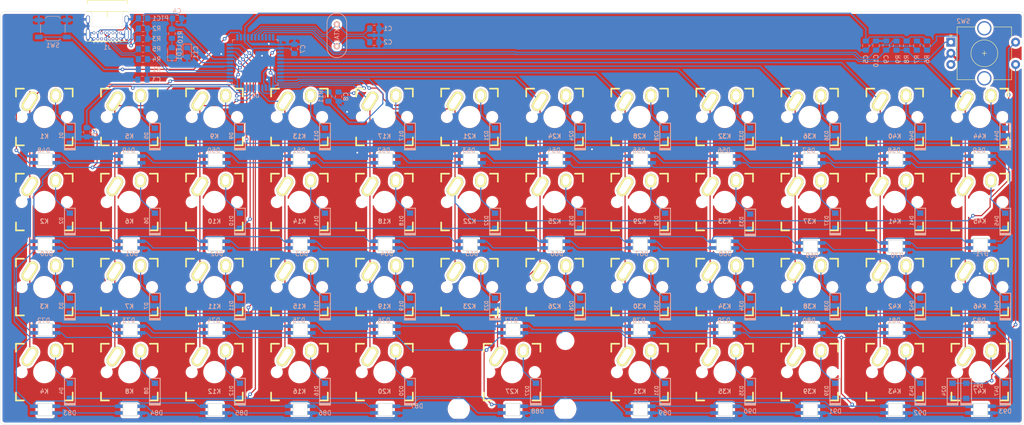
<source format=kicad_pcb>
(kicad_pcb (version 20171130) (host pcbnew "(5.1.0)-1")
  (layers (0 F.Cu signal) (31 B.Cu signal) (34 B.Paste user) (35 F.Paste user) (36 B.SilkS user) (37 F.SilkS user) (38 B.Mask user) (39 F.Mask user) (44 Edge.Cuts user))
  (net 0 "")
  (net 1 5V)
  (net 2 /ENCODER_BOUT)
  (net 3 /ENCODER_AOUT)
  (net 4 /ROW0)
  (net 5 "Net-(D1-Pad2)")
  (net 6 /ROW1)
  (net 7 "Net-(D2-Pad2)")
  (net 8 /ROW2)
  (net 9 "Net-(D3-Pad2)")
  (net 10 /ROW3)
  (net 11 "Net-(D4-Pad2)")
  (net 12 "Net-(D5-Pad2)")
  (net 13 "Net-(D6-Pad2)")
  (net 14 "Net-(D7-Pad2)")
  (net 15 "Net-(D8-Pad2)")
  (net 16 "Net-(D9-Pad2)")
  (net 17 "Net-(D10-Pad2)")
  (net 18 "Net-(D11-Pad2)")
  (net 19 "Net-(D12-Pad2)")
  (net 20 "Net-(D13-Pad2)")
  (net 21 "Net-(D14-Pad2)")
  (net 22 "Net-(D15-Pad2)")
  (net 23 "Net-(D16-Pad2)")
  (net 24 "Net-(D17-Pad2)")
  (net 25 "Net-(D18-Pad2)")
  (net 26 "Net-(D19-Pad2)")
  (net 27 "Net-(D20-Pad2)")
  (net 28 "Net-(D21-Pad2)")
  (net 29 "Net-(D22-Pad2)")
  (net 30 "Net-(D23-Pad2)")
  (net 31 "Net-(D24-Pad2)")
  (net 32 "Net-(D25-Pad2)")
  (net 33 "Net-(D26-Pad2)")
  (net 34 "Net-(D27-Pad2)")
  (net 35 "Net-(D28-Pad2)")
  (net 36 "Net-(D29-Pad2)")
  (net 37 "Net-(D30-Pad2)")
  (net 38 "Net-(D31-Pad2)")
  (net 39 "Net-(D32-Pad2)")
  (net 40 "Net-(D33-Pad2)")
  (net 41 "Net-(D34-Pad2)")
  (net 42 "Net-(D35-Pad2)")
  (net 43 "Net-(D36-Pad2)")
  (net 44 "Net-(D37-Pad2)")
  (net 45 "Net-(D38-Pad2)")
  (net 46 "Net-(D39-Pad2)")
  (net 47 "Net-(D40-Pad2)")
  (net 48 "Net-(D41-Pad2)")
  (net 49 "Net-(D42-Pad2)")
  (net 50 "Net-(D43-Pad2)")
  (net 51 "Net-(D44-Pad2)")
  (net 52 "Net-(D46-Pad2)")
  (net 53 "Net-(D48-Pad4)")
  (net 54 /RGB)
  (net 55 "Net-(D49-Pad4)")
  (net 56 "Net-(D50-Pad4)")
  (net 57 "Net-(D51-Pad4)")
  (net 58 "Net-(D52-Pad4)")
  (net 59 "Net-(D54-Pad4)")
  (net 60 "Net-(D56-Pad4)")
  (net 61 "Net-(D58-Pad4)")
  (net 62 "Net-(D60-Pad4)")
  (net 63 "Net-(D61-Pad2)")
  (net 64 "Net-(D63-Pad2)")
  (net 65 "Net-(D65-Pad2)")
  (net 66 "Net-(D67-Pad2)")
  (net 67 "Net-(D69-Pad2)")
  (net 68 "Net-(D73-Pad4)")
  (net 69 "Net-(D75-Pad4)")
  (net 70 "Net-(D77-Pad4)")
  (net 71 "Net-(D79-Pad4)")
  (net 72 "Net-(D81-Pad4)")
  (net 73 "Net-(D83-Pad4)")
  (net 74 "Net-(D84-Pad2)")
  (net 75 "Net-(D86-Pad2)")
  (net 76 "Net-(D88-Pad2)")
  (net 77 "Net-(D90-Pad2)")
  (net 78 /ENCODER_S1)
  (net 79 "Net-(J1-PadA5)")
  (net 80 VCC)
  (net 81 "Net-(J1-PadA8)")
  (net 82 "Net-(J1-PadB8)")
  (net 83 "Net-(J1-PadB5)")
  (net 84 /COL0)
  (net 85 /COL1)
  (net 86 /COL2)
  (net 87 /COL3)
  (net 88 /COL4)
  (net 89 /COL5)
  (net 90 /COL6)
  (net 91 /COL7)
  (net 92 /COL8)
  (net 93 /COL9)
  (net 94 /COL10)
  (net 95 /COL11)
  (net 96 "Net-(LED1-Pad2)")
  (net 97 /RESET)
  (net 98 /D-)
  (net 99 /D+)
  (net 100 /ENCODER_B)
  (net 101 /ENCODER_A)
  (net 102 "Net-(U1-Pad42)")
  (net 103 "Net-(U1-Pad26)")
  (net 104 "Net-(U1-Pad22)")
  (net 105 "Net-(U1-Pad21)")
  (net 106 "Net-(U1-Pad20)")
  (net 107 "Net-(U1-Pad12)")
  (net 108 "Net-(C11-Pad1)")
  (net 109 "Net-(R11-Pad2)")
  (net 110 GND)
  (net 111 "Net-(D53-Pad4)")
  (net 112 "Net-(D55-Pad4)")
  (net 113 "Net-(D57-Pad4)")
  (net 114 "Net-(D59-Pad4)")
  (net 115 "Net-(D60-Pad2)")
  (net 116 "Net-(D62-Pad2)")
  (net 117 "Net-(D64-Pad2)")
  (net 118 "Net-(D66-Pad2)")
  (net 119 "Net-(D68-Pad2)")
  (net 120 "Net-(D70-Pad2)")
  (net 121 "Net-(D72-Pad4)")
  (net 122 "Net-(D74-Pad4)")
  (net 123 "Net-(D76-Pad4)")
  (net 124 "Net-(D78-Pad4)")
  (net 125 "Net-(D80-Pad4)")
  (net 126 "Net-(D82-Pad4)")
  (net 127 "Net-(D85-Pad2)")
  (net 128 "Net-(D87-Pad2)")
  (net 129 "Net-(D89-Pad2)")
  (net 130 "Net-(D91-Pad2)")
  (net 131 "Net-(D92-Pad2)")
  (net 132 "Net-(D83-Pad2)")
  (net 133 "Net-(D45-Pad2)")
  (net 134 "Net-(D47-Pad2)")
  (net 135 /XTAL_P)
  (net 136 /XTAL_N)
  (net 137 DIN_+)
  (net 138 DIN_-)
  (net 139 "Net-(U1-Pad25)")
  (module Package_QFP:LQFP-44_10x10mm_P0.8mm (layer B.Cu) (at 83.439 24.765)
    (fp_text reference U1 (at 0 7.35) (layer B.SilkS) (effects (justify mirror)))
    (fp_text value ATMEGA32U4)
    (pad 44 smd roundrect (at -4 5.6625) (size 0.55 1.475) (layers B.Cu B.Paste B.Mask) (net 1 5V))
    (pad 43 smd roundrect (at -3.2 5.6625) (size 0.55 1.475) (layers B.Cu B.Paste B.Mask) (net 110 GND))
    (pad 42 smd roundrect (at -2.4 5.6625) (size 0.55 1.475) (layers B.Cu B.Paste B.Mask) (net 102 "Net-(U1-Pad42)"))
    (pad 41 smd roundrect (at -1.6 5.6625) (size 0.55 1.475) (layers B.Cu B.Paste B.Mask) (net 84 /COL0))
    (pad 40 smd roundrect (at -0.8 5.6625) (size 0.55 1.475) (layers B.Cu B.Paste B.Mask) (net 85 /COL1))
    (pad 39 smd roundrect (at 0 5.6625) (size 0.55 1.475) (layers B.Cu B.Paste B.Mask) (net 86 /COL2))
    (pad 38 smd roundrect (at 0.8 5.6625) (size 0.55 1.475) (layers B.Cu B.Paste B.Mask) (net 87 /COL3))
    (pad 37 smd roundrect (at 1.6 5.6625) (size 0.55 1.475) (layers B.Cu B.Paste B.Mask) (net 88 /COL4))
    (pad 36 smd roundrect (at 2.4 5.6625) (size 0.55 1.475) (layers B.Cu B.Paste B.Mask) (net 89 /COL5))
    (pad 35 smd roundrect (at 3.2 5.6625) (size 0.55 1.475) (layers B.Cu B.Paste B.Mask) (net 110 GND))
    (pad 34 smd roundrect (at 4 5.6625) (size 0.55 1.475) (layers B.Cu B.Paste B.Mask) (net 1 5V))
    (pad 33 smd roundrect (at 5.6625 4) (size 1.475 0.55) (layers B.Cu B.Paste B.Mask) (net 109 "Net-(R11-Pad2)"))
    (pad 32 smd roundrect (at 5.6625 3.2) (size 1.475 0.55) (layers B.Cu B.Paste B.Mask) (net 90 /COL6))
    (pad 31 smd roundrect (at 5.6625 2.4) (size 1.475 0.55) (layers B.Cu B.Paste B.Mask) (net 91 /COL7))
    (pad 30 smd roundrect (at 5.6625 1.6) (size 1.475 0.55) (layers B.Cu B.Paste B.Mask) (net 92 /COL8))
    (pad 29 smd roundrect (at 5.6625 0.8) (size 1.475 0.55) (layers B.Cu B.Paste B.Mask) (net 93 /COL9))
    (pad 28 smd roundrect (at 5.6625 0) (size 1.475 0.55) (layers B.Cu B.Paste B.Mask) (net 94 /COL10))
    (pad 27 smd roundrect (at 5.6625 -0.8) (size 1.475 0.55) (layers B.Cu B.Paste B.Mask) (net 95 /COL11))
    (pad 26 smd roundrect (at 5.6625 -1.6) (size 1.475 0.55) (layers B.Cu B.Paste B.Mask) (net 103 "Net-(U1-Pad26)"))
    (pad 25 smd roundrect (at 5.6625 -2.4) (size 1.475 0.55) (layers B.Cu B.Paste B.Mask) (net 139 "Net-(U1-Pad25)"))
    (pad 24 smd roundrect (at 5.6625 -3.2) (size 1.475 0.55) (layers B.Cu B.Paste B.Mask) (net 1 5V))
    (pad 23 smd roundrect (at 5.6625 -4) (size 1.475 0.55) (layers B.Cu B.Paste B.Mask) (net 110 GND))
    (pad 22 smd roundrect (at 4 -5.6625) (size 0.55 1.475) (layers B.Cu B.Paste B.Mask) (net 104 "Net-(U1-Pad22)"))
    (pad 21 smd roundrect (at 3.2 -5.6625) (size 0.55 1.475) (layers B.Cu B.Paste B.Mask) (net 105 "Net-(U1-Pad21)"))
    (pad 20 smd roundrect (at 2.4 -5.6625) (size 0.55 1.475) (layers B.Cu B.Paste B.Mask) (net 106 "Net-(U1-Pad20)"))
    (pad 19 smd roundrect (at 1.6 -5.6625) (size 0.55 1.475) (layers B.Cu B.Paste B.Mask) (net 2 /ENCODER_BOUT))
    (pad 18 smd roundrect (at 0.8 -5.6625) (size 0.55 1.475) (layers B.Cu B.Paste B.Mask) (net 3 /ENCODER_AOUT))
    (pad 17 smd roundrect (at 0 -5.6625) (size 0.55 1.475) (layers B.Cu B.Paste B.Mask) (net 136 /XTAL_N))
    (pad 16 smd roundrect (at -0.8 -5.6625) (size 0.55 1.475) (layers B.Cu B.Paste B.Mask) (net 135 /XTAL_P))
    (pad 15 smd roundrect (at -1.6 -5.6625) (size 0.55 1.475) (layers B.Cu B.Paste B.Mask) (net 110 GND))
    (pad 14 smd roundrect (at -2.4 -5.6625) (size 0.55 1.475) (layers B.Cu B.Paste B.Mask) (net 1 5V))
    (pad 13 smd roundrect (at -3.2 -5.6625) (size 0.55 1.475) (layers B.Cu B.Paste B.Mask) (net 97 /RESET))
    (pad 12 smd roundrect (at -4 -5.6625) (size 0.55 1.475) (layers B.Cu B.Paste B.Mask) (net 107 "Net-(U1-Pad12)"))
    (pad 11 smd roundrect (at -5.6625 -4) (size 1.475 0.55) (layers B.Cu B.Paste B.Mask) (net 10 /ROW3))
    (pad 10 smd roundrect (at -5.6625 -3.2) (size 1.475 0.55) (layers B.Cu B.Paste B.Mask) (net 8 /ROW2))
    (pad 9 smd roundrect (at -5.6625 -2.4) (size 1.475 0.55) (layers B.Cu B.Paste B.Mask) (net 6 /ROW1))
    (pad 8 smd roundrect (at -5.6625 -1.6) (size 1.475 0.55) (layers B.Cu B.Paste B.Mask) (net 4 /ROW0))
    (pad 7 smd roundrect (at -5.6625 -0.8) (size 1.475 0.55) (layers B.Cu B.Paste B.Mask) (net 1 5V))
    (pad 6 smd roundrect (at -5.6625 0) (size 1.475 0.55) (layers B.Cu B.Paste B.Mask) (net 108 "Net-(C11-Pad1)"))
    (pad 5 smd roundrect (at -5.6625 0.8) (size 1.475 0.55) (layers B.Cu B.Paste B.Mask) (net 110 GND))
    (pad 4 smd roundrect (at -5.6625 1.6) (size 1.475 0.55) (layers B.Cu B.Paste B.Mask) (net 99 /D+))
    (pad 3 smd roundrect (at -5.6625 2.4) (size 1.475 0.55) (layers B.Cu B.Paste B.Mask) (net 98 /D-))
    (pad 2 smd roundrect (at -5.6625 3.2) (size 1.475 0.55) (layers B.Cu B.Paste B.Mask) (net 1 5V))
    (pad 1 smd roundrect (at -5.6625 4) (size 1.475 0.55) (layers B.Cu B.Paste B.Mask) (net 54 /RGB))
  )
  (module Rotary_Encoder:RotaryEncoder_Alps_EC11E-Switch_Vertical_H20mm_CircularMountingHoles (layer F.Cu) (at 239.268 20.193)
    (fp_text reference SW2 (at 2.8 -4.7) (layer B.SilkS) (effects (justify mirror)))
    (fp_text value Rotary_Encoder_Switch)
    (pad A thru_hole rect (at 0 0) (size 2 2) (drill 1) (layers *.Cu *.Mask) (net 101 /ENCODER_A))
    (pad C thru_hole circle (at 0 2.5) (size 2 2) (drill 1) (layers *.Cu *.Mask) (net 110 GND))
    (pad B thru_hole circle (at 0 5) (size 2 2) (drill 1) (layers *.Cu *.Mask) (net 100 /ENCODER_B))
    (pad MP thru_hole circle (at 7.5 -3.1) (size 3.2 3.2) (drill 2.6) (layers *.Cu *.Mask))
    (pad MP thru_hole circle (at 7.5 8.1) (size 3.2 3.2) (drill 2.6) (layers *.Cu *.Mask))
    (pad S2 thru_hole circle (at 14.5 0) (size 2 2) (drill 1) (layers *.Cu *.Mask) (net 89 /COL5))
    (pad S1 thru_hole circle (at 14.5 5) (size 2 2) (drill 1) (layers *.Cu *.Mask) (net 78 /ENCODER_S1))
  )
  (module keyboardlib:sk6812_mini_E_cuts (layer F.Cu) (at 138.684 83.82)
    (fp_text reference D77 (at 2.15 -1.31) (layer B.SilkS) (effects (justify mirror)))
    (fp_text value SK6812)
    (fp_line (start 0.9 -0.65) (end 0.9 2.15) (layer Edge.Cuts) (width 0.12))
    (fp_line (start 4.1 2.15) (end 0.9 2.15) (layer Edge.Cuts) (width 0.12))
    (fp_line (start 4.1 -0.65) (end 4.1 2.15) (layer Edge.Cuts) (width 0.12))
    (fp_line (start 0.9 -0.65) (end 4.1 -0.65) (layer Edge.Cuts) (width 0.12))
    (pad 4 smd rect (at 5 0) (size 1.8 0.82) (layers B.Cu B.Paste B.Mask) (net 70 "Net-(D77-Pad4)"))
    (pad 3 smd rect (at 5 1.5) (size 1.8 0.82) (layers B.Cu B.Paste B.Mask) (net 1 5V))
    (pad 2 smd rect (at 0 1.5) (size 1.8 0.82) (layers B.Cu B.Paste B.Mask) (net 123 "Net-(D76-Pad4)"))
    (pad 1 smd rect (at 0 0) (size 1.8 0.82) (layers B.Cu B.Paste B.Mask) (net 110 GND))
  )
  (module keebs:Mx_Alps_100 (layer F.Cu) (at 36.195 75.057)
    (fp_text reference K3 (at 0 4.318) (layer B.SilkS) (effects (font (thickness 0.2)) (justify mirror)))
    (fp_text value KEYSW hide)
    (pad 2 thru_hole oval (at 2.52 -4.79 356.1) (size 2.5 3.08) (drill oval 1.5 2.08) (layers *.Cu *.Mask F.SilkS) (net 9 "Net-(D3-Pad2)"))
    (pad 1 thru_hole oval (at -3.255 -3.52 327.5) (size 2.5 4.75) (drill oval 1.5 3.75) (layers *.Cu *.Mask F.SilkS) (net 84 /COL0))
    (pad "" np_thru_hole circle (at 5.08 0) (size 1.7018 1.7018) (drill 1.7018) (layers *.Cu *.Mask))
    (pad "" np_thru_hole circle (at -5.08 0) (size 1.7018 1.7018) (drill 1.7018) (layers *.Cu *.Mask))
    (pad "" np_thru_hole circle (at 0 0) (size 3.9878 3.9878) (drill 3.9878) (layers *.Cu *.Mask))
  )
  (module keyboardlib:sk6812_mini_E_cuts (layer F.Cu) (at 76.962 66.294 180)
    (fp_text reference D62 (at 2.15 -1.31 180) (layer B.SilkS) (effects (justify mirror)))
    (fp_text value SK6812)
    (fp_line (start 0.9 -0.65) (end 0.9 2.15) (layer Edge.Cuts) (width 0.12))
    (fp_line (start 4.1 2.15) (end 0.9 2.15) (layer Edge.Cuts) (width 0.12))
    (fp_line (start 4.1 -0.65) (end 4.1 2.15) (layer Edge.Cuts) (width 0.12))
    (fp_line (start 0.9 -0.65) (end 4.1 -0.65) (layer Edge.Cuts) (width 0.12))
    (pad 4 smd rect (at 5 0 180) (size 1.8 0.82) (layers B.Cu B.Paste B.Mask) (net 63 "Net-(D61-Pad2)"))
    (pad 3 smd rect (at 5 1.5 180) (size 1.8 0.82) (layers B.Cu B.Paste B.Mask) (net 1 5V))
    (pad 2 smd rect (at 0 1.5 180) (size 1.8 0.82) (layers B.Cu B.Paste B.Mask) (net 116 "Net-(D62-Pad2)"))
    (pad 1 smd rect (at 0 0 180) (size 1.8 0.82) (layers B.Cu B.Paste B.Mask) (net 110 GND))
  )
  (module keyboardlib:sk6812_mini_E_cuts (layer F.Cu) (at 76.962 103.251 180)
    (fp_text reference D85 (at -3.429 0 180) (layer B.SilkS) (effects (justify mirror)))
    (fp_text value SK6812)
    (fp_line (start 0.9 -0.65) (end 4.1 -0.65) (layer Edge.Cuts) (width 0.12))
    (fp_line (start 4.1 -0.65) (end 4.1 2.15) (layer Edge.Cuts) (width 0.12))
    (fp_line (start 4.1 2.15) (end 0.9 2.15) (layer Edge.Cuts) (width 0.12))
    (fp_line (start 0.9 -0.65) (end 0.9 2.15) (layer Edge.Cuts) (width 0.12))
    (pad 1 smd rect (at 0 0 180) (size 1.8 0.82) (layers B.Cu B.Paste B.Mask) (net 110 GND))
    (pad 2 smd rect (at 0 1.5 180) (size 1.8 0.82) (layers B.Cu B.Paste B.Mask) (net 127 "Net-(D85-Pad2)"))
    (pad 3 smd rect (at 5 1.5 180) (size 1.8 0.82) (layers B.Cu B.Paste B.Mask) (net 1 5V))
    (pad 4 smd rect (at 5 0 180) (size 1.8 0.82) (layers B.Cu B.Paste B.Mask) (net 74 "Net-(D84-Pad2)"))
  )
  (module keyboard_parts:D_SOD123 (layer B.Cu) (at 242.697 98.298 90)
    (fp_text reference D94 (at 1.143 2.667 180) (layer B.SilkS) (effects (font (size 0.8 0.8)) (justify mirror)))
    (fp_text value D hide)
    (pad 1 smd rect (at -1.7 0 90) (size 1.2 1.4) (layers B.Cu B.Paste B.Mask) (net 10 /ROW3))
    (pad 2 smd rect (at 1.7 0 90) (size 1.2 1.4) (layers B.Cu B.Paste B.Mask) (net 78 /ENCODER_S1))
  )
  (module keyboard_parts:XTAL_HC_49_TH (layer B.Cu) (at 101.727 18.669 270)
    (fp_text reference X1 hide)
    (fp_text value XTAL (at 0 0 270) (layer B.SilkS) (effects (justify mirror)))
    (pad 2 thru_hole circle (at -2.45 0 90) (size 1.4 1.4) (drill 0.7) (layers *.Cu *.Mask B.SilkS) (net 136 /XTAL_N))
    (pad 1 thru_hole circle (at 2.45 0 90) (size 1.4 1.4) (drill 0.7) (layers *.Cu *.Mask B.SilkS) (net 135 /XTAL_P))
  )
  (module Button_Switch_SMD:SW_SPST_TL3342 (layer B.Cu) (at 38.1 17.145)
    (fp_text reference SW1 (at 0 3.75) (layer B.SilkS) (effects (justify mirror)))
    (fp_text value SW_PUSH)
    (pad 2 smd rect (at 3.15 -1.9) (size 1.7 1) (layers B.Cu B.Paste B.Mask) (net 110 GND))
    (pad 2 smd rect (at -3.15 -1.9) (size 1.7 1) (layers B.Cu B.Paste B.Mask) (net 110 GND))
    (pad 1 smd rect (at 3.15 1.9) (size 1.7 1) (layers B.Cu B.Paste B.Mask) (net 97 /RESET))
    (pad 1 smd rect (at -3.15 1.9) (size 1.7 1) (layers B.Cu B.Paste B.Mask) (net 97 /RESET))
  )
  (module Resistor_SMD:R_0805_2012Metric_Pad1.15x1.40mm_HandSolder (layer B.Cu) (at 99.822 32.385 270)
    (fp_text reference R11 (at 0 1.65 270) (layer B.SilkS) (effects (justify mirror)))
    (fp_text value 10k)
    (pad 2 smd roundrect (at 1.025 0 270) (size 1.15 1.4) (layers B.Cu B.Paste B.Mask) (roundrect_rratio 0.217391) (net 109 "Net-(R11-Pad2)"))
    (pad 1 smd roundrect (at -1.025 0 270) (size 1.15 1.4) (layers B.Cu B.Paste B.Mask) (roundrect_rratio 0.217391) (net 110 GND))
  )
  (module Resistor_SMD:R_0805_2012Metric_Pad1.15x1.40mm_HandSolder (layer B.Cu) (at 64.77 18.288 270)
    (fp_text reference R10 (at 0.762 -1.905 270) (layer B.SilkS) (effects (justify mirror)))
    (fp_text value 220)
    (pad 2 smd roundrect (at 1.025 0 270) (size 1.15 1.4) (layers B.Cu B.Paste B.Mask) (roundrect_rratio 0.217391) (net 96 "Net-(LED1-Pad2)"))
    (pad 1 smd roundrect (at -1.025 0 270) (size 1.15 1.4) (layers B.Cu B.Paste B.Mask) (roundrect_rratio 0.217391) (net 1 5V))
  )
  (module Resistor_SMD:R_0805_2012Metric_Pad1.15x1.40mm_HandSolder (layer B.Cu) (at 227.076 20.955 270)
    (fp_text reference R9 (at 3.048 -0.381 270) (layer B.SilkS) (effects (justify mirror)))
    (fp_text value 10k)
    (pad 2 smd roundrect (at 1.025 0 270) (size 1.15 1.4) (layers B.Cu B.Paste B.Mask) (roundrect_rratio 0.217391) (net 101 /ENCODER_A))
    (pad 1 smd roundrect (at -1.025 0 270) (size 1.15 1.4) (layers B.Cu B.Paste B.Mask) (roundrect_rratio 0.217391) (net 3 /ENCODER_AOUT))
  )
  (module Resistor_SMD:R_0805_2012Metric_Pad1.15x1.40mm_HandSolder (layer B.Cu) (at 229.362 20.955 90)
    (fp_text reference R8 (at -3.048 0 90) (layer B.SilkS) (effects (justify mirror)))
    (fp_text value 10k)
    (pad 2 smd roundrect (at 1.025 0 90) (size 1.15 1.4) (layers B.Cu B.Paste B.Mask) (roundrect_rratio 0.217391) (net 1 5V))
    (pad 1 smd roundrect (at -1.025 0 90) (size 1.15 1.4) (layers B.Cu B.Paste B.Mask) (roundrect_rratio 0.217391) (net 101 /ENCODER_A))
  )
  (module Resistor_SMD:R_0805_2012Metric_Pad1.15x1.40mm_HandSolder (layer B.Cu) (at 231.648 20.955 90)
    (fp_text reference R7 (at -3.048 0 90) (layer B.SilkS) (effects (justify mirror)))
    (fp_text value 10k)
    (pad 2 smd roundrect (at 1.025 0 90) (size 1.15 1.4) (layers B.Cu B.Paste B.Mask) (roundrect_rratio 0.217391) (net 100 /ENCODER_B))
    (pad 1 smd roundrect (at -1.025 0 90) (size 1.15 1.4) (layers B.Cu B.Paste B.Mask) (roundrect_rratio 0.217391) (net 2 /ENCODER_BOUT))
  )
  (module Resistor_SMD:R_0805_2012Metric_Pad1.15x1.40mm_HandSolder (layer B.Cu) (at 233.934 20.955 90)
    (fp_text reference R6 (at -3.048 0 90) (layer B.SilkS) (effects (justify mirror)))
    (fp_text value 10k)
    (pad 2 smd roundrect (at 1.025 0 90) (size 1.15 1.4) (layers B.Cu B.Paste B.Mask) (roundrect_rratio 0.217391) (net 1 5V))
    (pad 1 smd roundrect (at -1.025 0 90) (size 1.15 1.4) (layers B.Cu B.Paste B.Mask) (roundrect_rratio 0.217391) (net 100 /ENCODER_B))
  )
  (module Resistor_SMD:R_0805_2012Metric_Pad1.15x1.40mm_HandSolder (layer B.Cu) (at 58.293 21.717 180)
    (fp_text reference R5 (at -3.048 0 180) (layer B.SilkS) (effects (justify mirror)))
    (fp_text value 22)
    (pad 2 smd roundrect (at 1.025 0 180) (size 1.15 1.4) (layers B.Cu B.Paste B.Mask) (roundrect_rratio 0.217391) (net 137 DIN_+))
    (pad 1 smd roundrect (at -1.025 0 180) (size 1.15 1.4) (layers B.Cu B.Paste B.Mask) (roundrect_rratio 0.217391) (net 99 /D+))
  )
  (module Resistor_SMD:R_0805_2012Metric_Pad1.15x1.40mm_HandSolder (layer B.Cu) (at 58.293 24.003 180)
    (fp_text reference R4 (at -3.048 0 180) (layer B.SilkS) (effects (justify mirror)))
    (fp_text value 22)
    (pad 2 smd roundrect (at 1.025 0 180) (size 1.15 1.4) (layers B.Cu B.Paste B.Mask) (roundrect_rratio 0.217391) (net 138 DIN_-))
    (pad 1 smd roundrect (at -1.025 0 180) (size 1.15 1.4) (layers B.Cu B.Paste B.Mask) (roundrect_rratio 0.217391) (net 98 /D-))
  )
  (module Resistor_SMD:R_0805_2012Metric_Pad1.15x1.40mm_HandSolder (layer B.Cu) (at 58.293 19.431 180)
    (fp_text reference R3 (at -3.048 0 180) (layer B.SilkS) (effects (justify mirror)))
    (fp_text value 5.1k)
    (pad 2 smd roundrect (at 1.025 0 180) (size 1.15 1.4) (layers B.Cu B.Paste B.Mask) (roundrect_rratio 0.217391) (net 83 "Net-(J1-PadB5)"))
    (pad 1 smd roundrect (at -1.025 0 180) (size 1.15 1.4) (layers B.Cu B.Paste B.Mask) (roundrect_rratio 0.217391) (net 110 GND))
  )
  (module Resistor_SMD:R_0805_2012Metric_Pad1.15x1.40mm_HandSolder (layer B.Cu) (at 58.293 17.145 180)
    (fp_text reference R2 (at -3.048 0 180) (layer B.SilkS) (effects (justify mirror)))
    (fp_text value 5.1k)
    (pad 2 smd roundrect (at 1.025 0 180) (size 1.15 1.4) (layers B.Cu B.Paste B.Mask) (roundrect_rratio 0.217391) (net 79 "Net-(J1-PadA5)"))
    (pad 1 smd roundrect (at -1.025 0 180) (size 1.15 1.4) (layers B.Cu B.Paste B.Mask) (roundrect_rratio 0.217391) (net 110 GND))
  )
  (module Resistor_SMD:R_0805_2012Metric_Pad1.15x1.40mm_HandSolder (layer B.Cu) (at 58.293 26.289 180)
    (fp_text reference R1 (at -3.048 0 180) (layer B.SilkS) (effects (justify mirror)))
    (fp_text value 10k)
    (pad 1 smd roundrect (at -1.025 0 180) (size 1.15 1.4) (layers B.Cu B.Paste B.Mask) (roundrect_rratio 0.217391) (net 1 5V))
    (pad 2 smd roundrect (at 1.025 0 180) (size 1.15 1.4) (layers B.Cu B.Paste B.Mask) (roundrect_rratio 0.217391) (net 97 /RESET))
  )
  (module Fuse:Fuse_0805_2012Metric_Pad1.15x1.40mm_HandSolder (layer B.Cu) (at 58.293 14.859)
    (fp_text reference PTC1 (at 3.928 0 180) (layer B.SilkS) (effects (justify mirror)))
    (fp_text value "PTC 1.5A")
    (pad 2 smd roundrect (at 1.025 0) (size 1.15 1.4) (layers B.Cu B.Paste B.Mask) (roundrect_rratio 0.217391) (net 1 5V))
    (pad 1 smd roundrect (at -1.025 0) (size 1.15 1.4) (layers B.Cu B.Paste B.Mask) (roundrect_rratio 0.217391) (net 80 VCC))
  )
  (module LED_SMD:LED_0805_2012Metric_Pad1.15x1.40mm_HandSolder (layer B.Cu) (at 64.77 22.479 90)
    (fp_text reference LED1 (at 0 1.65 90) (layer B.SilkS) (effects (justify mirror)))
    (fp_text value LED)
    (pad 2 smd roundrect (at 1.025 0 90) (size 1.15 1.4) (layers B.Cu B.Paste B.Mask) (roundrect_rratio 0.217391) (net 96 "Net-(LED1-Pad2)"))
    (pad 1 smd roundrect (at -1.025 0 90) (size 1.15 1.4) (layers B.Cu B.Paste B.Mask) (roundrect_rratio 0.217391) (net 110 GND))
  )
  (module keebs:Mx_Alps_100 (layer F.Cu) (at 245.745 94.107)
    (fp_text reference K47 (at 0 4.318) (layer B.SilkS) (effects (font (thickness 0.2)) (justify mirror)))
    (fp_text value KEYSW hide)
    (pad 2 thru_hole oval (at 2.52 -4.79 356.1) (size 2.5 3.08) (drill oval 1.5 2.08) (layers *.Cu *.Mask F.SilkS) (net 134 "Net-(D47-Pad2)"))
    (pad 1 thru_hole oval (at -3.255 -3.52 327.5) (size 2.5 4.75) (drill oval 1.5 3.75) (layers *.Cu *.Mask F.SilkS) (net 95 /COL11))
    (pad "" np_thru_hole circle (at 5.08 0) (size 1.7018 1.7018) (drill 1.7018) (layers *.Cu *.Mask))
    (pad "" np_thru_hole circle (at -5.08 0) (size 1.7018 1.7018) (drill 1.7018) (layers *.Cu *.Mask))
    (pad "" np_thru_hole circle (at 0 0) (size 3.9878 3.9878) (drill 3.9878) (layers *.Cu *.Mask))
  )
  (module keebs:Mx_Alps_100 (layer F.Cu) (at 245.745 75.057)
    (fp_text reference K46 (at 0 4.318) (layer B.SilkS) (effects (font (thickness 0.2)) (justify mirror)))
    (fp_text value KEYSW hide)
    (pad 2 thru_hole oval (at 2.52 -4.79 356.1) (size 2.5 3.08) (drill oval 1.5 2.08) (layers *.Cu *.Mask F.SilkS) (net 52 "Net-(D46-Pad2)"))
    (pad 1 thru_hole oval (at -3.255 -3.52 327.5) (size 2.5 4.75) (drill oval 1.5 3.75) (layers *.Cu *.Mask F.SilkS) (net 95 /COL11))
    (pad "" np_thru_hole circle (at 5.08 0) (size 1.7018 1.7018) (drill 1.7018) (layers *.Cu *.Mask))
    (pad "" np_thru_hole circle (at -5.08 0) (size 1.7018 1.7018) (drill 1.7018) (layers *.Cu *.Mask))
    (pad "" np_thru_hole circle (at 0 0) (size 3.9878 3.9878) (drill 3.9878) (layers *.Cu *.Mask))
  )
  (module keebs:Mx_Alps_100 (layer F.Cu) (at 245.745 56.007)
    (fp_text reference K45 (at 0 4.318) (layer B.SilkS) (effects (font (thickness 0.2)) (justify mirror)))
    (fp_text value KEYSW hide)
    (pad 2 thru_hole oval (at 2.52 -4.79 356.1) (size 2.5 3.08) (drill oval 1.5 2.08) (layers *.Cu *.Mask F.SilkS) (net 133 "Net-(D45-Pad2)"))
    (pad 1 thru_hole oval (at -3.255 -3.52 327.5) (size 2.5 4.75) (drill oval 1.5 3.75) (layers *.Cu *.Mask F.SilkS) (net 95 /COL11))
    (pad "" np_thru_hole circle (at 5.08 0) (size 1.7018 1.7018) (drill 1.7018) (layers *.Cu *.Mask))
    (pad "" np_thru_hole circle (at -5.08 0) (size 1.7018 1.7018) (drill 1.7018) (layers *.Cu *.Mask))
    (pad "" np_thru_hole circle (at 0 0) (size 3.9878 3.9878) (drill 3.9878) (layers *.Cu *.Mask))
  )
  (module keebs:Mx_Alps_100 (layer F.Cu) (at 245.745 36.957)
    (fp_text reference K44 (at 0 4.318) (layer B.SilkS) (effects (font (thickness 0.2)) (justify mirror)))
    (fp_text value KEYSW hide)
    (pad 2 thru_hole oval (at 2.52 -4.79 356.1) (size 2.5 3.08) (drill oval 1.5 2.08) (layers *.Cu *.Mask F.SilkS) (net 51 "Net-(D44-Pad2)"))
    (pad 1 thru_hole oval (at -3.255 -3.52 327.5) (size 2.5 4.75) (drill oval 1.5 3.75) (layers *.Cu *.Mask F.SilkS) (net 95 /COL11))
    (pad "" np_thru_hole circle (at 5.08 0) (size 1.7018 1.7018) (drill 1.7018) (layers *.Cu *.Mask))
    (pad "" np_thru_hole circle (at -5.08 0) (size 1.7018 1.7018) (drill 1.7018) (layers *.Cu *.Mask))
    (pad "" np_thru_hole circle (at 0 0) (size 3.9878 3.9878) (drill 3.9878) (layers *.Cu *.Mask))
  )
  (module keebs:Mx_Alps_100 (layer F.Cu) (at 226.695 94.107)
    (fp_text reference K43 (at 0 4.318) (layer B.SilkS) (effects (font (thickness 0.2)) (justify mirror)))
    (fp_text value KEYSW hide)
    (pad 2 thru_hole oval (at 2.52 -4.79 356.1) (size 2.5 3.08) (drill oval 1.5 2.08) (layers *.Cu *.Mask F.SilkS) (net 50 "Net-(D43-Pad2)"))
    (pad 1 thru_hole oval (at -3.255 -3.52 327.5) (size 2.5 4.75) (drill oval 1.5 3.75) (layers *.Cu *.Mask F.SilkS) (net 94 /COL10))
    (pad "" np_thru_hole circle (at 5.08 0) (size 1.7018 1.7018) (drill 1.7018) (layers *.Cu *.Mask))
    (pad "" np_thru_hole circle (at -5.08 0) (size 1.7018 1.7018) (drill 1.7018) (layers *.Cu *.Mask))
    (pad "" np_thru_hole circle (at 0 0) (size 3.9878 3.9878) (drill 3.9878) (layers *.Cu *.Mask))
  )
  (module keebs:Mx_Alps_100 (layer F.Cu) (at 226.695 75.057)
    (fp_text reference K42 (at 0 4.318) (layer B.SilkS) (effects (font (thickness 0.2)) (justify mirror)))
    (fp_text value KEYSW hide)
    (pad 2 thru_hole oval (at 2.52 -4.79 356.1) (size 2.5 3.08) (drill oval 1.5 2.08) (layers *.Cu *.Mask F.SilkS) (net 49 "Net-(D42-Pad2)"))
    (pad 1 thru_hole oval (at -3.255 -3.52 327.5) (size 2.5 4.75) (drill oval 1.5 3.75) (layers *.Cu *.Mask F.SilkS) (net 94 /COL10))
    (pad "" np_thru_hole circle (at 5.08 0) (size 1.7018 1.7018) (drill 1.7018) (layers *.Cu *.Mask))
    (pad "" np_thru_hole circle (at -5.08 0) (size 1.7018 1.7018) (drill 1.7018) (layers *.Cu *.Mask))
    (pad "" np_thru_hole circle (at 0 0) (size 3.9878 3.9878) (drill 3.9878) (layers *.Cu *.Mask))
  )
  (module keebs:Mx_Alps_100 (layer F.Cu) (at 226.695 56.007)
    (fp_text reference K41 (at 0 4.318) (layer B.SilkS) (effects (font (thickness 0.2)) (justify mirror)))
    (fp_text value KEYSW hide)
    (pad 2 thru_hole oval (at 2.52 -4.79 356.1) (size 2.5 3.08) (drill oval 1.5 2.08) (layers *.Cu *.Mask F.SilkS) (net 48 "Net-(D41-Pad2)"))
    (pad 1 thru_hole oval (at -3.255 -3.52 327.5) (size 2.5 4.75) (drill oval 1.5 3.75) (layers *.Cu *.Mask F.SilkS) (net 94 /COL10))
    (pad "" np_thru_hole circle (at 5.08 0) (size 1.7018 1.7018) (drill 1.7018) (layers *.Cu *.Mask))
    (pad "" np_thru_hole circle (at -5.08 0) (size 1.7018 1.7018) (drill 1.7018) (layers *.Cu *.Mask))
    (pad "" np_thru_hole circle (at 0 0) (size 3.9878 3.9878) (drill 3.9878) (layers *.Cu *.Mask))
  )
  (module keebs:Mx_Alps_100 (layer F.Cu) (at 226.695 36.957)
    (fp_text reference K40 (at 0 4.318) (layer B.SilkS) (effects (font (thickness 0.2)) (justify mirror)))
    (fp_text value KEYSW hide)
    (pad 2 thru_hole oval (at 2.52 -4.79 356.1) (size 2.5 3.08) (drill oval 1.5 2.08) (layers *.Cu *.Mask F.SilkS) (net 47 "Net-(D40-Pad2)"))
    (pad 1 thru_hole oval (at -3.255 -3.52 327.5) (size 2.5 4.75) (drill oval 1.5 3.75) (layers *.Cu *.Mask F.SilkS) (net 94 /COL10))
    (pad "" np_thru_hole circle (at 5.08 0) (size 1.7018 1.7018) (drill 1.7018) (layers *.Cu *.Mask))
    (pad "" np_thru_hole circle (at -5.08 0) (size 1.7018 1.7018) (drill 1.7018) (layers *.Cu *.Mask))
    (pad "" np_thru_hole circle (at 0 0) (size 3.9878 3.9878) (drill 3.9878) (layers *.Cu *.Mask))
  )
  (module keebs:Mx_Alps_100 (layer F.Cu) (at 207.645 94.107)
    (fp_text reference K39 (at 0 4.318) (layer B.SilkS) (effects (font (thickness 0.2)) (justify mirror)))
    (fp_text value KEYSW hide)
    (pad 2 thru_hole oval (at 2.52 -4.79 356.1) (size 2.5 3.08) (drill oval 1.5 2.08) (layers *.Cu *.Mask F.SilkS) (net 46 "Net-(D39-Pad2)"))
    (pad 1 thru_hole oval (at -3.255 -3.52 327.5) (size 2.5 4.75) (drill oval 1.5 3.75) (layers *.Cu *.Mask F.SilkS) (net 93 /COL9))
    (pad "" np_thru_hole circle (at 5.08 0) (size 1.7018 1.7018) (drill 1.7018) (layers *.Cu *.Mask))
    (pad "" np_thru_hole circle (at -5.08 0) (size 1.7018 1.7018) (drill 1.7018) (layers *.Cu *.Mask))
    (pad "" np_thru_hole circle (at 0 0) (size 3.9878 3.9878) (drill 3.9878) (layers *.Cu *.Mask))
  )
  (module keebs:Mx_Alps_100 (layer F.Cu) (at 207.645 75.057)
    (fp_text reference K38 (at 0 4.318) (layer B.SilkS) (effects (font (thickness 0.2)) (justify mirror)))
    (fp_text value KEYSW hide)
    (pad 2 thru_hole oval (at 2.52 -4.79 356.1) (size 2.5 3.08) (drill oval 1.5 2.08) (layers *.Cu *.Mask F.SilkS) (net 45 "Net-(D38-Pad2)"))
    (pad 1 thru_hole oval (at -3.255 -3.52 327.5) (size 2.5 4.75) (drill oval 1.5 3.75) (layers *.Cu *.Mask F.SilkS) (net 93 /COL9))
    (pad "" np_thru_hole circle (at 5.08 0) (size 1.7018 1.7018) (drill 1.7018) (layers *.Cu *.Mask))
    (pad "" np_thru_hole circle (at -5.08 0) (size 1.7018 1.7018) (drill 1.7018) (layers *.Cu *.Mask))
    (pad "" np_thru_hole circle (at 0 0) (size 3.9878 3.9878) (drill 3.9878) (layers *.Cu *.Mask))
  )
  (module keebs:Mx_Alps_100 (layer F.Cu) (at 207.645 56.007)
    (fp_text reference K37 (at 0 4.318) (layer B.SilkS) (effects (font (thickness 0.2)) (justify mirror)))
    (fp_text value KEYSW hide)
    (pad 2 thru_hole oval (at 2.52 -4.79 356.1) (size 2.5 3.08) (drill oval 1.5 2.08) (layers *.Cu *.Mask F.SilkS) (net 44 "Net-(D37-Pad2)"))
    (pad 1 thru_hole oval (at -3.255 -3.52 327.5) (size 2.5 4.75) (drill oval 1.5 3.75) (layers *.Cu *.Mask F.SilkS) (net 93 /COL9))
    (pad "" np_thru_hole circle (at 5.08 0) (size 1.7018 1.7018) (drill 1.7018) (layers *.Cu *.Mask))
    (pad "" np_thru_hole circle (at -5.08 0) (size 1.7018 1.7018) (drill 1.7018) (layers *.Cu *.Mask))
    (pad "" np_thru_hole circle (at 0 0) (size 3.9878 3.9878) (drill 3.9878) (layers *.Cu *.Mask))
  )
  (module keebs:Mx_Alps_100 (layer F.Cu) (at 207.645 36.957)
    (fp_text reference K36 (at 0 4.318) (layer B.SilkS) (effects (font (thickness 0.2)) (justify mirror)))
    (fp_text value KEYSW hide)
    (pad 2 thru_hole oval (at 2.52 -4.79 356.1) (size 2.5 3.08) (drill oval 1.5 2.08) (layers *.Cu *.Mask F.SilkS) (net 43 "Net-(D36-Pad2)"))
    (pad 1 thru_hole oval (at -3.255 -3.52 327.5) (size 2.5 4.75) (drill oval 1.5 3.75) (layers *.Cu *.Mask F.SilkS) (net 93 /COL9))
    (pad "" np_thru_hole circle (at 5.08 0) (size 1.7018 1.7018) (drill 1.7018) (layers *.Cu *.Mask))
    (pad "" np_thru_hole circle (at -5.08 0) (size 1.7018 1.7018) (drill 1.7018) (layers *.Cu *.Mask))
    (pad "" np_thru_hole circle (at 0 0) (size 3.9878 3.9878) (drill 3.9878) (layers *.Cu *.Mask))
  )
  (module keebs:Mx_Alps_100 (layer F.Cu) (at 188.595 94.107)
    (fp_text reference K35 (at 0 4.318) (layer B.SilkS) (effects (font (thickness 0.2)) (justify mirror)))
    (fp_text value KEYSW hide)
    (pad 2 thru_hole oval (at 2.52 -4.79 356.1) (size 2.5 3.08) (drill oval 1.5 2.08) (layers *.Cu *.Mask F.SilkS) (net 42 "Net-(D35-Pad2)"))
    (pad 1 thru_hole oval (at -3.255 -3.52 327.5) (size 2.5 4.75) (drill oval 1.5 3.75) (layers *.Cu *.Mask F.SilkS) (net 92 /COL8))
    (pad "" np_thru_hole circle (at 5.08 0) (size 1.7018 1.7018) (drill 1.7018) (layers *.Cu *.Mask))
    (pad "" np_thru_hole circle (at -5.08 0) (size 1.7018 1.7018) (drill 1.7018) (layers *.Cu *.Mask))
    (pad "" np_thru_hole circle (at 0 0) (size 3.9878 3.9878) (drill 3.9878) (layers *.Cu *.Mask))
  )
  (module keebs:Mx_Alps_100 (layer F.Cu) (at 188.595 75.057)
    (fp_text reference K34 (at 0 4.318) (layer B.SilkS) (effects (font (thickness 0.2)) (justify mirror)))
    (fp_text value KEYSW hide)
    (pad 2 thru_hole oval (at 2.52 -4.79 356.1) (size 2.5 3.08) (drill oval 1.5 2.08) (layers *.Cu *.Mask F.SilkS) (net 41 "Net-(D34-Pad2)"))
    (pad 1 thru_hole oval (at -3.255 -3.52 327.5) (size 2.5 4.75) (drill oval 1.5 3.75) (layers *.Cu *.Mask F.SilkS) (net 92 /COL8))
    (pad "" np_thru_hole circle (at 5.08 0) (size 1.7018 1.7018) (drill 1.7018) (layers *.Cu *.Mask))
    (pad "" np_thru_hole circle (at -5.08 0) (size 1.7018 1.7018) (drill 1.7018) (layers *.Cu *.Mask))
    (pad "" np_thru_hole circle (at 0 0) (size 3.9878 3.9878) (drill 3.9878) (layers *.Cu *.Mask))
  )
  (module keebs:Mx_Alps_100 (layer F.Cu) (at 188.595 56.007)
    (fp_text reference K33 (at 0 4.318) (layer B.SilkS) (effects (font (thickness 0.2)) (justify mirror)))
    (fp_text value KEYSW hide)
    (pad 2 thru_hole oval (at 2.52 -4.79 356.1) (size 2.5 3.08) (drill oval 1.5 2.08) (layers *.Cu *.Mask F.SilkS) (net 40 "Net-(D33-Pad2)"))
    (pad 1 thru_hole oval (at -3.255 -3.52 327.5) (size 2.5 4.75) (drill oval 1.5 3.75) (layers *.Cu *.Mask F.SilkS) (net 92 /COL8))
    (pad "" np_thru_hole circle (at 5.08 0) (size 1.7018 1.7018) (drill 1.7018) (layers *.Cu *.Mask))
    (pad "" np_thru_hole circle (at -5.08 0) (size 1.7018 1.7018) (drill 1.7018) (layers *.Cu *.Mask))
    (pad "" np_thru_hole circle (at 0 0) (size 3.9878 3.9878) (drill 3.9878) (layers *.Cu *.Mask))
  )
  (module keebs:Mx_Alps_100 (layer F.Cu) (at 188.595 36.957)
    (fp_text reference K32 (at 0 4.318) (layer B.SilkS) (effects (font (thickness 0.2)) (justify mirror)))
    (fp_text value KEYSW hide)
    (pad 2 thru_hole oval (at 2.52 -4.79 356.1) (size 2.5 3.08) (drill oval 1.5 2.08) (layers *.Cu *.Mask F.SilkS) (net 39 "Net-(D32-Pad2)"))
    (pad 1 thru_hole oval (at -3.255 -3.52 327.5) (size 2.5 4.75) (drill oval 1.5 3.75) (layers *.Cu *.Mask F.SilkS) (net 92 /COL8))
    (pad "" np_thru_hole circle (at 5.08 0) (size 1.7018 1.7018) (drill 1.7018) (layers *.Cu *.Mask))
    (pad "" np_thru_hole circle (at -5.08 0) (size 1.7018 1.7018) (drill 1.7018) (layers *.Cu *.Mask))
    (pad "" np_thru_hole circle (at 0 0) (size 3.9878 3.9878) (drill 3.9878) (layers *.Cu *.Mask))
  )
  (module keebs:Mx_Alps_100 (layer F.Cu) (at 169.545 94.107)
    (fp_text reference K31 (at 0 4.318) (layer B.SilkS) (effects (font (thickness 0.2)) (justify mirror)))
    (fp_text value KEYSW hide)
    (pad 2 thru_hole oval (at 2.52 -4.79 356.1) (size 2.5 3.08) (drill oval 1.5 2.08) (layers *.Cu *.Mask F.SilkS) (net 38 "Net-(D31-Pad2)"))
    (pad 1 thru_hole oval (at -3.255 -3.52 327.5) (size 2.5 4.75) (drill oval 1.5 3.75) (layers *.Cu *.Mask F.SilkS) (net 91 /COL7))
    (pad "" np_thru_hole circle (at 5.08 0) (size 1.7018 1.7018) (drill 1.7018) (layers *.Cu *.Mask))
    (pad "" np_thru_hole circle (at -5.08 0) (size 1.7018 1.7018) (drill 1.7018) (layers *.Cu *.Mask))
    (pad "" np_thru_hole circle (at 0 0) (size 3.9878 3.9878) (drill 3.9878) (layers *.Cu *.Mask))
  )
  (module keebs:Mx_Alps_100 (layer F.Cu) (at 169.545 75.057)
    (fp_text reference K30 (at 0 4.318) (layer B.SilkS) (effects (font (thickness 0.2)) (justify mirror)))
    (fp_text value KEYSW hide)
    (pad 2 thru_hole oval (at 2.52 -4.79 356.1) (size 2.5 3.08) (drill oval 1.5 2.08) (layers *.Cu *.Mask F.SilkS) (net 37 "Net-(D30-Pad2)"))
    (pad 1 thru_hole oval (at -3.255 -3.52 327.5) (size 2.5 4.75) (drill oval 1.5 3.75) (layers *.Cu *.Mask F.SilkS) (net 91 /COL7))
    (pad "" np_thru_hole circle (at 5.08 0) (size 1.7018 1.7018) (drill 1.7018) (layers *.Cu *.Mask))
    (pad "" np_thru_hole circle (at -5.08 0) (size 1.7018 1.7018) (drill 1.7018) (layers *.Cu *.Mask))
    (pad "" np_thru_hole circle (at 0 0) (size 3.9878 3.9878) (drill 3.9878) (layers *.Cu *.Mask))
  )
  (module keebs:Mx_Alps_100 (layer F.Cu) (at 169.545 56.007)
    (fp_text reference K29 (at 0 4.318) (layer B.SilkS) (effects (font (thickness 0.2)) (justify mirror)))
    (fp_text value KEYSW hide)
    (pad 2 thru_hole oval (at 2.52 -4.79 356.1) (size 2.5 3.08) (drill oval 1.5 2.08) (layers *.Cu *.Mask F.SilkS) (net 36 "Net-(D29-Pad2)"))
    (pad 1 thru_hole oval (at -3.255 -3.52 327.5) (size 2.5 4.75) (drill oval 1.5 3.75) (layers *.Cu *.Mask F.SilkS) (net 91 /COL7))
    (pad "" np_thru_hole circle (at 5.08 0) (size 1.7018 1.7018) (drill 1.7018) (layers *.Cu *.Mask))
    (pad "" np_thru_hole circle (at -5.08 0) (size 1.7018 1.7018) (drill 1.7018) (layers *.Cu *.Mask))
    (pad "" np_thru_hole circle (at 0 0) (size 3.9878 3.9878) (drill 3.9878) (layers *.Cu *.Mask))
  )
  (module keebs:Mx_Alps_100 (layer F.Cu) (at 169.545 36.957)
    (fp_text reference K28 (at 0 4.318) (layer B.SilkS) (effects (font (thickness 0.2)) (justify mirror)))
    (fp_text value KEYSW hide)
    (pad 2 thru_hole oval (at 2.52 -4.79 356.1) (size 2.5 3.08) (drill oval 1.5 2.08) (layers *.Cu *.Mask F.SilkS) (net 35 "Net-(D28-Pad2)"))
    (pad 1 thru_hole oval (at -3.255 -3.52 327.5) (size 2.5 4.75) (drill oval 1.5 3.75) (layers *.Cu *.Mask F.SilkS) (net 91 /COL7))
    (pad "" np_thru_hole circle (at 5.08 0) (size 1.7018 1.7018) (drill 1.7018) (layers *.Cu *.Mask))
    (pad "" np_thru_hole circle (at -5.08 0) (size 1.7018 1.7018) (drill 1.7018) (layers *.Cu *.Mask))
    (pad "" np_thru_hole circle (at 0 0) (size 3.9878 3.9878) (drill 3.9878) (layers *.Cu *.Mask))
  )
  (module keebs:Mx_Alps_200 (layer F.Cu) (at 140.97 94.107)
    (fp_text reference K27 (at 0 4.318) (layer B.SilkS) (effects (font (thickness 0.2)) (justify mirror)))
    (fp_text value KEYSW hide)
    (pad 2 thru_hole oval (at 2.52 -4.79 356.1) (size 2.5 3.08) (drill oval 1.5 2.08) (layers *.Cu *.Mask F.SilkS) (net 34 "Net-(D27-Pad2)"))
    (pad 1 thru_hole oval (at -3.255 -3.52 327.5) (size 2.5 4.75) (drill oval 1.5 3.75) (layers *.Cu *.Mask F.SilkS) (net 90 /COL6))
    (pad "" np_thru_hole circle (at 11.938 8.255) (size 3.9878 3.9878) (drill 3.9878) (layers *.Cu *.Mask))
    (pad "" np_thru_hole circle (at -11.938 8.255) (size 3.9878 3.9878) (drill 3.9878) (layers *.Cu *.Mask))
    (pad "" np_thru_hole circle (at 11.938 -6.985) (size 3.048 3.048) (drill 3.048) (layers *.Cu *.Mask))
    (pad "" np_thru_hole circle (at -11.938 -6.985) (size 3.048 3.048) (drill 3.048) (layers *.Cu *.Mask))
    (pad "" np_thru_hole circle (at 5.08 0) (size 1.7018 1.7018) (drill 1.7018) (layers *.Cu *.Mask))
    (pad "" np_thru_hole circle (at -5.08 0) (size 1.7018 1.7018) (drill 1.7018) (layers *.Cu *.Mask))
    (pad "" np_thru_hole circle (at 0 0) (size 3.9878 3.9878) (drill 3.9878) (layers *.Cu *.Mask))
  )
  (module keebs:Mx_Alps_100 (layer F.Cu) (at 150.495 75.057)
    (fp_text reference K26 (at 0 4.318) (layer B.SilkS) (effects (font (thickness 0.2)) (justify mirror)))
    (fp_text value KEYSW hide)
    (pad 2 thru_hole oval (at 2.52 -4.79 356.1) (size 2.5 3.08) (drill oval 1.5 2.08) (layers *.Cu *.Mask F.SilkS) (net 33 "Net-(D26-Pad2)"))
    (pad 1 thru_hole oval (at -3.255 -3.52 327.5) (size 2.5 4.75) (drill oval 1.5 3.75) (layers *.Cu *.Mask F.SilkS) (net 90 /COL6))
    (pad "" np_thru_hole circle (at 5.08 0) (size 1.7018 1.7018) (drill 1.7018) (layers *.Cu *.Mask))
    (pad "" np_thru_hole circle (at -5.08 0) (size 1.7018 1.7018) (drill 1.7018) (layers *.Cu *.Mask))
    (pad "" np_thru_hole circle (at 0 0) (size 3.9878 3.9878) (drill 3.9878) (layers *.Cu *.Mask))
  )
  (module keebs:Mx_Alps_100 (layer F.Cu) (at 150.495 56.007)
    (fp_text reference K25 (at 0 4.318) (layer B.SilkS) (effects (font (thickness 0.2)) (justify mirror)))
    (fp_text value KEYSW hide)
    (pad 2 thru_hole oval (at 2.52 -4.79 356.1) (size 2.5 3.08) (drill oval 1.5 2.08) (layers *.Cu *.Mask F.SilkS) (net 32 "Net-(D25-Pad2)"))
    (pad 1 thru_hole oval (at -3.255 -3.52 327.5) (size 2.5 4.75) (drill oval 1.5 3.75) (layers *.Cu *.Mask F.SilkS) (net 90 /COL6))
    (pad "" np_thru_hole circle (at 5.08 0) (size 1.7018 1.7018) (drill 1.7018) (layers *.Cu *.Mask))
    (pad "" np_thru_hole circle (at -5.08 0) (size 1.7018 1.7018) (drill 1.7018) (layers *.Cu *.Mask))
    (pad "" np_thru_hole circle (at 0 0) (size 3.9878 3.9878) (drill 3.9878) (layers *.Cu *.Mask))
  )
  (module keebs:Mx_Alps_100 (layer F.Cu) (at 150.495 36.957)
    (fp_text reference K24 (at 0 4.318) (layer B.SilkS) (effects (font (thickness 0.2)) (justify mirror)))
    (fp_text value KEYSW hide)
    (pad 2 thru_hole oval (at 2.52 -4.79 356.1) (size 2.5 3.08) (drill oval 1.5 2.08) (layers *.Cu *.Mask F.SilkS) (net 31 "Net-(D24-Pad2)"))
    (pad 1 thru_hole oval (at -3.255 -3.52 327.5) (size 2.5 4.75) (drill oval 1.5 3.75) (layers *.Cu *.Mask F.SilkS) (net 90 /COL6))
    (pad "" np_thru_hole circle (at 5.08 0) (size 1.7018 1.7018) (drill 1.7018) (layers *.Cu *.Mask))
    (pad "" np_thru_hole circle (at -5.08 0) (size 1.7018 1.7018) (drill 1.7018) (layers *.Cu *.Mask))
    (pad "" np_thru_hole circle (at 0 0) (size 3.9878 3.9878) (drill 3.9878) (layers *.Cu *.Mask))
  )
  (module keebs:Mx_Alps_100 (layer F.Cu) (at 131.445 75.057)
    (fp_text reference K23 (at 0 4.318) (layer B.SilkS) (effects (font (thickness 0.2)) (justify mirror)))
    (fp_text value KEYSW hide)
    (pad 2 thru_hole oval (at 2.52 -4.79 356.1) (size 2.5 3.08) (drill oval 1.5 2.08) (layers *.Cu *.Mask F.SilkS) (net 30 "Net-(D23-Pad2)"))
    (pad 1 thru_hole oval (at -3.255 -3.52 327.5) (size 2.5 4.75) (drill oval 1.5 3.75) (layers *.Cu *.Mask F.SilkS) (net 89 /COL5))
    (pad "" np_thru_hole circle (at 5.08 0) (size 1.7018 1.7018) (drill 1.7018) (layers *.Cu *.Mask))
    (pad "" np_thru_hole circle (at -5.08 0) (size 1.7018 1.7018) (drill 1.7018) (layers *.Cu *.Mask))
    (pad "" np_thru_hole circle (at 0 0) (size 3.9878 3.9878) (drill 3.9878) (layers *.Cu *.Mask))
  )
  (module keebs:Mx_Alps_100 (layer F.Cu) (at 131.445 56.007)
    (fp_text reference K22 (at 0 4.318) (layer B.SilkS) (effects (font (thickness 0.2)) (justify mirror)))
    (fp_text value KEYSW hide)
    (pad 2 thru_hole oval (at 2.52 -4.79 356.1) (size 2.5 3.08) (drill oval 1.5 2.08) (layers *.Cu *.Mask F.SilkS) (net 29 "Net-(D22-Pad2)"))
    (pad 1 thru_hole oval (at -3.255 -3.52 327.5) (size 2.5 4.75) (drill oval 1.5 3.75) (layers *.Cu *.Mask F.SilkS) (net 89 /COL5))
    (pad "" np_thru_hole circle (at 5.08 0) (size 1.7018 1.7018) (drill 1.7018) (layers *.Cu *.Mask))
    (pad "" np_thru_hole circle (at -5.08 0) (size 1.7018 1.7018) (drill 1.7018) (layers *.Cu *.Mask))
    (pad "" np_thru_hole circle (at 0 0) (size 3.9878 3.9878) (drill 3.9878) (layers *.Cu *.Mask))
  )
  (module keebs:Mx_Alps_100 (layer F.Cu) (at 131.445 36.957)
    (fp_text reference K21 (at 0 4.318) (layer B.SilkS) (effects (font (thickness 0.2)) (justify mirror)))
    (fp_text value KEYSW hide)
    (pad 2 thru_hole oval (at 2.52 -4.79 356.1) (size 2.5 3.08) (drill oval 1.5 2.08) (layers *.Cu *.Mask F.SilkS) (net 28 "Net-(D21-Pad2)"))
    (pad 1 thru_hole oval (at -3.255 -3.52 327.5) (size 2.5 4.75) (drill oval 1.5 3.75) (layers *.Cu *.Mask F.SilkS) (net 89 /COL5))
    (pad "" np_thru_hole circle (at 5.08 0) (size 1.7018 1.7018) (drill 1.7018) (layers *.Cu *.Mask))
    (pad "" np_thru_hole circle (at -5.08 0) (size 1.7018 1.7018) (drill 1.7018) (layers *.Cu *.Mask))
    (pad "" np_thru_hole circle (at 0 0) (size 3.9878 3.9878) (drill 3.9878) (layers *.Cu *.Mask))
  )
  (module keebs:Mx_Alps_100 (layer F.Cu) (at 112.395 94.107)
    (fp_text reference K20 (at 0 4.318) (layer B.SilkS) (effects (font (thickness 0.2)) (justify mirror)))
    (fp_text value KEYSW hide)
    (pad 2 thru_hole oval (at 2.52 -4.79 356.1) (size 2.5 3.08) (drill oval 1.5 2.08) (layers *.Cu *.Mask F.SilkS) (net 27 "Net-(D20-Pad2)"))
    (pad 1 thru_hole oval (at -3.255 -3.52 327.5) (size 2.5 4.75) (drill oval 1.5 3.75) (layers *.Cu *.Mask F.SilkS) (net 88 /COL4))
    (pad "" np_thru_hole circle (at 5.08 0) (size 1.7018 1.7018) (drill 1.7018) (layers *.Cu *.Mask))
    (pad "" np_thru_hole circle (at -5.08 0) (size 1.7018 1.7018) (drill 1.7018) (layers *.Cu *.Mask))
    (pad "" np_thru_hole circle (at 0 0) (size 3.9878 3.9878) (drill 3.9878) (layers *.Cu *.Mask))
  )
  (module keebs:Mx_Alps_100 (layer F.Cu) (at 112.395 75.057)
    (fp_text reference K19 (at 0 4.318) (layer B.SilkS) (effects (font (thickness 0.2)) (justify mirror)))
    (fp_text value KEYSW hide)
    (pad 2 thru_hole oval (at 2.52 -4.79 356.1) (size 2.5 3.08) (drill oval 1.5 2.08) (layers *.Cu *.Mask F.SilkS) (net 26 "Net-(D19-Pad2)"))
    (pad 1 thru_hole oval (at -3.255 -3.52 327.5) (size 2.5 4.75) (drill oval 1.5 3.75) (layers *.Cu *.Mask F.SilkS) (net 88 /COL4))
    (pad "" np_thru_hole circle (at 5.08 0) (size 1.7018 1.7018) (drill 1.7018) (layers *.Cu *.Mask))
    (pad "" np_thru_hole circle (at -5.08 0) (size 1.7018 1.7018) (drill 1.7018) (layers *.Cu *.Mask))
    (pad "" np_thru_hole circle (at 0 0) (size 3.9878 3.9878) (drill 3.9878) (layers *.Cu *.Mask))
  )
  (module keebs:Mx_Alps_100 (layer F.Cu) (at 112.395 56.007)
    (fp_text reference K18 (at 0 4.318) (layer B.SilkS) (effects (font (thickness 0.2)) (justify mirror)))
    (fp_text value KEYSW hide)
    (pad 2 thru_hole oval (at 2.52 -4.79 356.1) (size 2.5 3.08) (drill oval 1.5 2.08) (layers *.Cu *.Mask F.SilkS) (net 25 "Net-(D18-Pad2)"))
    (pad 1 thru_hole oval (at -3.255 -3.52 327.5) (size 2.5 4.75) (drill oval 1.5 3.75) (layers *.Cu *.Mask F.SilkS) (net 88 /COL4))
    (pad "" np_thru_hole circle (at 5.08 0) (size 1.7018 1.7018) (drill 1.7018) (layers *.Cu *.Mask))
    (pad "" np_thru_hole circle (at -5.08 0) (size 1.7018 1.7018) (drill 1.7018) (layers *.Cu *.Mask))
    (pad "" np_thru_hole circle (at 0 0) (size 3.9878 3.9878) (drill 3.9878) (layers *.Cu *.Mask))
  )
  (module keebs:Mx_Alps_100 (layer F.Cu) (at 112.395 36.957)
    (fp_text reference K17 (at 0 4.318) (layer B.SilkS) (effects (font (thickness 0.2)) (justify mirror)))
    (fp_text value KEYSW hide)
    (pad 2 thru_hole oval (at 2.52 -4.79 356.1) (size 2.5 3.08) (drill oval 1.5 2.08) (layers *.Cu *.Mask F.SilkS) (net 24 "Net-(D17-Pad2)"))
    (pad 1 thru_hole oval (at -3.255 -3.52 327.5) (size 2.5 4.75) (drill oval 1.5 3.75) (layers *.Cu *.Mask F.SilkS) (net 88 /COL4))
    (pad "" np_thru_hole circle (at 5.08 0) (size 1.7018 1.7018) (drill 1.7018) (layers *.Cu *.Mask))
    (pad "" np_thru_hole circle (at -5.08 0) (size 1.7018 1.7018) (drill 1.7018) (layers *.Cu *.Mask))
    (pad "" np_thru_hole circle (at 0 0) (size 3.9878 3.9878) (drill 3.9878) (layers *.Cu *.Mask))
  )
  (module keebs:Mx_Alps_100 (layer F.Cu) (at 93.345 94.107)
    (fp_text reference K16 (at 0 4.318) (layer B.SilkS) (effects (font (thickness 0.2)) (justify mirror)))
    (fp_text value KEYSW hide)
    (pad 2 thru_hole oval (at 2.52 -4.79 356.1) (size 2.5 3.08) (drill oval 1.5 2.08) (layers *.Cu *.Mask F.SilkS) (net 23 "Net-(D16-Pad2)"))
    (pad 1 thru_hole oval (at -3.255 -3.52 327.5) (size 2.5 4.75) (drill oval 1.5 3.75) (layers *.Cu *.Mask F.SilkS) (net 87 /COL3))
    (pad "" np_thru_hole circle (at 5.08 0) (size 1.7018 1.7018) (drill 1.7018) (layers *.Cu *.Mask))
    (pad "" np_thru_hole circle (at -5.08 0) (size 1.7018 1.7018) (drill 1.7018) (layers *.Cu *.Mask))
    (pad "" np_thru_hole circle (at 0 0) (size 3.9878 3.9878) (drill 3.9878) (layers *.Cu *.Mask))
  )
  (module keebs:Mx_Alps_100 (layer F.Cu) (at 93.345 75.057)
    (fp_text reference K15 (at 0 4.318) (layer B.SilkS) (effects (font (thickness 0.2)) (justify mirror)))
    (fp_text value KEYSW hide)
    (pad 2 thru_hole oval (at 2.52 -4.79 356.1) (size 2.5 3.08) (drill oval 1.5 2.08) (layers *.Cu *.Mask F.SilkS) (net 22 "Net-(D15-Pad2)"))
    (pad 1 thru_hole oval (at -3.255 -3.52 327.5) (size 2.5 4.75) (drill oval 1.5 3.75) (layers *.Cu *.Mask F.SilkS) (net 87 /COL3))
    (pad "" np_thru_hole circle (at 5.08 0) (size 1.7018 1.7018) (drill 1.7018) (layers *.Cu *.Mask))
    (pad "" np_thru_hole circle (at -5.08 0) (size 1.7018 1.7018) (drill 1.7018) (layers *.Cu *.Mask))
    (pad "" np_thru_hole circle (at 0 0) (size 3.9878 3.9878) (drill 3.9878) (layers *.Cu *.Mask))
  )
  (module keebs:Mx_Alps_100 (layer F.Cu) (at 93.345 56.007)
    (fp_text reference K14 (at 0 4.318) (layer B.SilkS) (effects (font (thickness 0.2)) (justify mirror)))
    (fp_text value KEYSW hide)
    (pad 2 thru_hole oval (at 2.52 -4.79 356.1) (size 2.5 3.08) (drill oval 1.5 2.08) (layers *.Cu *.Mask F.SilkS) (net 21 "Net-(D14-Pad2)"))
    (pad 1 thru_hole oval (at -3.255 -3.52 327.5) (size 2.5 4.75) (drill oval 1.5 3.75) (layers *.Cu *.Mask F.SilkS) (net 87 /COL3))
    (pad "" np_thru_hole circle (at 5.08 0) (size 1.7018 1.7018) (drill 1.7018) (layers *.Cu *.Mask))
    (pad "" np_thru_hole circle (at -5.08 0) (size 1.7018 1.7018) (drill 1.7018) (layers *.Cu *.Mask))
    (pad "" np_thru_hole circle (at 0 0) (size 3.9878 3.9878) (drill 3.9878) (layers *.Cu *.Mask))
  )
  (module keebs:Mx_Alps_100 (layer F.Cu) (at 93.345 36.957)
    (fp_text reference K13 (at 0 4.318) (layer B.SilkS) (effects (font (thickness 0.2)) (justify mirror)))
    (fp_text value KEYSW hide)
    (pad 2 thru_hole oval (at 2.52 -4.79 356.1) (size 2.5 3.08) (drill oval 1.5 2.08) (layers *.Cu *.Mask F.SilkS) (net 20 "Net-(D13-Pad2)"))
    (pad 1 thru_hole oval (at -3.255 -3.52 327.5) (size 2.5 4.75) (drill oval 1.5 3.75) (layers *.Cu *.Mask F.SilkS) (net 87 /COL3))
    (pad "" np_thru_hole circle (at 5.08 0) (size 1.7018 1.7018) (drill 1.7018) (layers *.Cu *.Mask))
    (pad "" np_thru_hole circle (at -5.08 0) (size 1.7018 1.7018) (drill 1.7018) (layers *.Cu *.Mask))
    (pad "" np_thru_hole circle (at 0 0) (size 3.9878 3.9878) (drill 3.9878) (layers *.Cu *.Mask))
  )
  (module keebs:Mx_Alps_100 (layer F.Cu) (at 74.295 94.107)
    (fp_text reference K12 (at 0 4.318) (layer B.SilkS) (effects (font (thickness 0.2)) (justify mirror)))
    (fp_text value KEYSW hide)
    (pad 2 thru_hole oval (at 2.52 -4.79 356.1) (size 2.5 3.08) (drill oval 1.5 2.08) (layers *.Cu *.Mask F.SilkS) (net 19 "Net-(D12-Pad2)"))
    (pad 1 thru_hole oval (at -3.255 -3.52 327.5) (size 2.5 4.75) (drill oval 1.5 3.75) (layers *.Cu *.Mask F.SilkS) (net 86 /COL2))
    (pad "" np_thru_hole circle (at 5.08 0) (size 1.7018 1.7018) (drill 1.7018) (layers *.Cu *.Mask))
    (pad "" np_thru_hole circle (at -5.08 0) (size 1.7018 1.7018) (drill 1.7018) (layers *.Cu *.Mask))
    (pad "" np_thru_hole circle (at 0 0) (size 3.9878 3.9878) (drill 3.9878) (layers *.Cu *.Mask))
  )
  (module keebs:Mx_Alps_100 (layer F.Cu) (at 74.295 75.057)
    (fp_text reference K11 (at 0 4.318) (layer B.SilkS) (effects (font (thickness 0.2)) (justify mirror)))
    (fp_text value KEYSW hide)
    (pad 2 thru_hole oval (at 2.52 -4.79 356.1) (size 2.5 3.08) (drill oval 1.5 2.08) (layers *.Cu *.Mask F.SilkS) (net 18 "Net-(D11-Pad2)"))
    (pad 1 thru_hole oval (at -3.255 -3.52 327.5) (size 2.5 4.75) (drill oval 1.5 3.75) (layers *.Cu *.Mask F.SilkS) (net 86 /COL2))
    (pad "" np_thru_hole circle (at 5.08 0) (size 1.7018 1.7018) (drill 1.7018) (layers *.Cu *.Mask))
    (pad "" np_thru_hole circle (at -5.08 0) (size 1.7018 1.7018) (drill 1.7018) (layers *.Cu *.Mask))
    (pad "" np_thru_hole circle (at 0 0) (size 3.9878 3.9878) (drill 3.9878) (layers *.Cu *.Mask))
  )
  (module keebs:Mx_Alps_100 (layer F.Cu) (at 74.295 56.007)
    (fp_text reference K10 (at 0 4.318) (layer B.SilkS) (effects (font (thickness 0.2)) (justify mirror)))
    (fp_text value KEYSW hide)
    (pad 2 thru_hole oval (at 2.52 -4.79 356.1) (size 2.5 3.08) (drill oval 1.5 2.08) (layers *.Cu *.Mask F.SilkS) (net 17 "Net-(D10-Pad2)"))
    (pad 1 thru_hole oval (at -3.255 -3.52 327.5) (size 2.5 4.75) (drill oval 1.5 3.75) (layers *.Cu *.Mask F.SilkS) (net 86 /COL2))
    (pad "" np_thru_hole circle (at 5.08 0) (size 1.7018 1.7018) (drill 1.7018) (layers *.Cu *.Mask))
    (pad "" np_thru_hole circle (at -5.08 0) (size 1.7018 1.7018) (drill 1.7018) (layers *.Cu *.Mask))
    (pad "" np_thru_hole circle (at 0 0) (size 3.9878 3.9878) (drill 3.9878) (layers *.Cu *.Mask))
  )
  (module keebs:Mx_Alps_100 (layer F.Cu) (at 74.295 36.957)
    (fp_text reference K9 (at 0 4.318) (layer B.SilkS) (effects (font (thickness 0.2)) (justify mirror)))
    (fp_text value KEYSW hide)
    (pad 2 thru_hole oval (at 2.52 -4.79 356.1) (size 2.5 3.08) (drill oval 1.5 2.08) (layers *.Cu *.Mask F.SilkS) (net 16 "Net-(D9-Pad2)"))
    (pad 1 thru_hole oval (at -3.255 -3.52 327.5) (size 2.5 4.75) (drill oval 1.5 3.75) (layers *.Cu *.Mask F.SilkS) (net 86 /COL2))
    (pad "" np_thru_hole circle (at 5.08 0) (size 1.7018 1.7018) (drill 1.7018) (layers *.Cu *.Mask))
    (pad "" np_thru_hole circle (at -5.08 0) (size 1.7018 1.7018) (drill 1.7018) (layers *.Cu *.Mask))
    (pad "" np_thru_hole circle (at 0 0) (size 3.9878 3.9878) (drill 3.9878) (layers *.Cu *.Mask))
  )
  (module keebs:Mx_Alps_100 (layer F.Cu) (at 55.245 94.107)
    (fp_text reference K8 (at 0 4.318) (layer B.SilkS) (effects (font (thickness 0.2)) (justify mirror)))
    (fp_text value KEYSW hide)
    (pad 2 thru_hole oval (at 2.52 -4.79 356.1) (size 2.5 3.08) (drill oval 1.5 2.08) (layers *.Cu *.Mask F.SilkS) (net 15 "Net-(D8-Pad2)"))
    (pad 1 thru_hole oval (at -3.255 -3.52 327.5) (size 2.5 4.75) (drill oval 1.5 3.75) (layers *.Cu *.Mask F.SilkS) (net 85 /COL1))
    (pad "" np_thru_hole circle (at 5.08 0) (size 1.7018 1.7018) (drill 1.7018) (layers *.Cu *.Mask))
    (pad "" np_thru_hole circle (at -5.08 0) (size 1.7018 1.7018) (drill 1.7018) (layers *.Cu *.Mask))
    (pad "" np_thru_hole circle (at 0 0) (size 3.9878 3.9878) (drill 3.9878) (layers *.Cu *.Mask))
  )
  (module keebs:Mx_Alps_100 (layer F.Cu) (at 55.245 75.057)
    (fp_text reference K7 (at 0 4.318) (layer B.SilkS) (effects (font (thickness 0.2)) (justify mirror)))
    (fp_text value KEYSW hide)
    (pad 2 thru_hole oval (at 2.52 -4.79 356.1) (size 2.5 3.08) (drill oval 1.5 2.08) (layers *.Cu *.Mask F.SilkS) (net 14 "Net-(D7-Pad2)"))
    (pad 1 thru_hole oval (at -3.255 -3.52 327.5) (size 2.5 4.75) (drill oval 1.5 3.75) (layers *.Cu *.Mask F.SilkS) (net 85 /COL1))
    (pad "" np_thru_hole circle (at 5.08 0) (size 1.7018 1.7018) (drill 1.7018) (layers *.Cu *.Mask))
    (pad "" np_thru_hole circle (at -5.08 0) (size 1.7018 1.7018) (drill 1.7018) (layers *.Cu *.Mask))
    (pad "" np_thru_hole circle (at 0 0) (size 3.9878 3.9878) (drill 3.9878) (layers *.Cu *.Mask))
  )
  (module keebs:Mx_Alps_100 (layer F.Cu) (at 55.245 56.007)
    (fp_text reference K6 (at 0 4.318) (layer B.SilkS) (effects (font (thickness 0.2)) (justify mirror)))
    (fp_text value KEYSW hide)
    (pad 2 thru_hole oval (at 2.52 -4.79 356.1) (size 2.5 3.08) (drill oval 1.5 2.08) (layers *.Cu *.Mask F.SilkS) (net 13 "Net-(D6-Pad2)"))
    (pad 1 thru_hole oval (at -3.255 -3.52 327.5) (size 2.5 4.75) (drill oval 1.5 3.75) (layers *.Cu *.Mask F.SilkS) (net 85 /COL1))
    (pad "" np_thru_hole circle (at 5.08 0) (size 1.7018 1.7018) (drill 1.7018) (layers *.Cu *.Mask))
    (pad "" np_thru_hole circle (at -5.08 0) (size 1.7018 1.7018) (drill 1.7018) (layers *.Cu *.Mask))
    (pad "" np_thru_hole circle (at 0 0) (size 3.9878 3.9878) (drill 3.9878) (layers *.Cu *.Mask))
  )
  (module keebs:Mx_Alps_100 (layer F.Cu) (at 55.245 36.957)
    (fp_text reference K5 (at 0 4.318) (layer B.SilkS) (effects (font (thickness 0.2)) (justify mirror)))
    (fp_text value KEYSW hide)
    (pad 2 thru_hole oval (at 2.52 -4.79 356.1) (size 2.5 3.08) (drill oval 1.5 2.08) (layers *.Cu *.Mask F.SilkS) (net 12 "Net-(D5-Pad2)"))
    (pad 1 thru_hole oval (at -3.255 -3.52 327.5) (size 2.5 4.75) (drill oval 1.5 3.75) (layers *.Cu *.Mask F.SilkS) (net 85 /COL1))
    (pad "" np_thru_hole circle (at 5.08 0) (size 1.7018 1.7018) (drill 1.7018) (layers *.Cu *.Mask))
    (pad "" np_thru_hole circle (at -5.08 0) (size 1.7018 1.7018) (drill 1.7018) (layers *.Cu *.Mask))
    (pad "" np_thru_hole circle (at 0 0) (size 3.9878 3.9878) (drill 3.9878) (layers *.Cu *.Mask))
  )
  (module keebs:Mx_Alps_100 (layer F.Cu) (at 36.195 94.107)
    (fp_text reference K4 (at 0 4.318) (layer B.SilkS) (effects (font (thickness 0.2)) (justify mirror)))
    (fp_text value KEYSW hide)
    (pad 2 thru_hole oval (at 2.52 -4.79 356.1) (size 2.5 3.08) (drill oval 1.5 2.08) (layers *.Cu *.Mask F.SilkS) (net 11 "Net-(D4-Pad2)"))
    (pad 1 thru_hole oval (at -3.255 -3.52 327.5) (size 2.5 4.75) (drill oval 1.5 3.75) (layers *.Cu *.Mask F.SilkS) (net 84 /COL0))
    (pad "" np_thru_hole circle (at 5.08 0) (size 1.7018 1.7018) (drill 1.7018) (layers *.Cu *.Mask))
    (pad "" np_thru_hole circle (at -5.08 0) (size 1.7018 1.7018) (drill 1.7018) (layers *.Cu *.Mask))
    (pad "" np_thru_hole circle (at 0 0) (size 3.9878 3.9878) (drill 3.9878) (layers *.Cu *.Mask))
  )
  (module Type-C:USB_C_GCT_USB4085 (layer F.Cu) (at 50.292 13.335 180)
    (fp_text reference J1 (at 0 -8.001 180) (layer B.SilkS) (effects (justify mirror)))
    (fp_text value USB_C_Receptacle_USB2.0)
    (pad A5 thru_hole circle (at -1.275 -6.1 180) (size 0.65 0.65) (drill 0.4) (layers *.Cu *.Mask) (net 79 "Net-(J1-PadA5)"))
    (pad A1 thru_hole circle (at -2.975 -6.1 180) (size 0.65 0.65) (drill 0.4) (layers *.Cu *.Mask) (net 110 GND))
    (pad A4 thru_hole circle (at -2.125 -6.1 180) (size 0.65 0.65) (drill 0.4) (layers *.Cu *.Mask) (net 80 VCC))
    (pad A6 thru_hole circle (at -0.425 -6.1 180) (size 0.65 0.65) (drill 0.4) (layers *.Cu *.Mask) (net 137 DIN_+))
    (pad A7 thru_hole circle (at 0.425 -6.1 180) (size 0.65 0.65) (drill 0.4) (layers *.Cu *.Mask) (net 138 DIN_-))
    (pad A8 thru_hole circle (at 1.275 -6.1 180) (size 0.65 0.65) (drill 0.4) (layers *.Cu *.Mask) (net 81 "Net-(J1-PadA8)"))
    (pad A9 thru_hole circle (at 2.125 -6.1 180) (size 0.65 0.65) (drill 0.4) (layers *.Cu *.Mask) (net 80 VCC))
    (pad A12 thru_hole circle (at 2.975 -6.1 180) (size 0.65 0.65) (drill 0.4) (layers *.Cu *.Mask) (net 110 GND))
    (pad B12 thru_hole circle (at -2.975 -4.775 180) (size 0.65 0.65) (drill 0.4) (layers *.Cu *.Mask) (net 110 GND))
    (pad B9 thru_hole circle (at -2.12 -4.775 180) (size 0.65 0.65) (drill 0.4) (layers *.Cu *.Mask) (net 80 VCC))
    (pad B8 thru_hole circle (at -1.27 -4.775 180) (size 0.65 0.65) (drill 0.4) (layers *.Cu *.Mask) (net 82 "Net-(J1-PadB8)"))
    (pad B7 thru_hole circle (at -0.42 -4.775 180) (size 0.65 0.65) (drill 0.4) (layers *.Cu *.Mask) (net 138 DIN_-))
    (pad B6 thru_hole circle (at 0.43 -4.775 180) (size 0.65 0.65) (drill 0.4) (layers *.Cu *.Mask) (net 137 DIN_+))
    (pad B5 thru_hole circle (at 1.28 -4.775 180) (size 0.65 0.65) (drill 0.4) (layers *.Cu *.Mask) (net 83 "Net-(J1-PadB5)"))
    (pad B4 thru_hole circle (at 2.13 -4.775 180) (size 0.65 0.65) (drill 0.4) (layers *.Cu *.Mask) (net 80 VCC))
    (pad B1 thru_hole circle (at 2.98 -4.775 180) (size 0.65 0.65) (drill 0.4) (layers *.Cu *.Mask) (net 110 GND))
    (pad S1 thru_hole oval (at -4.325 -5.12 180) (size 0.9 2.4) (drill oval 0.6 2.1) (layers *.Cu *.Mask) (net 110 GND))
    (pad S1 thru_hole oval (at 4.325 -5.12 180) (size 0.9 2.4) (drill oval 0.6 2.1) (layers *.Cu *.Mask) (net 110 GND))
    (pad S1 thru_hole oval (at -4.325 -1.74 180) (size 0.9 1.7) (drill oval 0.6 1.4) (layers *.Cu *.Mask) (net 110 GND))
    (pad S1 thru_hole oval (at 4.325 -1.74 180) (size 0.9 1.7) (drill oval 0.6 1.4) (layers *.Cu *.Mask) (net 110 GND))
  )
  (module keyboardlib:sk6812_mini_E_cuts (layer F.Cu) (at 248.412 103.251 180)
    (fp_text reference D93 (at -3.048 0.381 180) (layer B.SilkS) (effects (justify mirror)))
    (fp_text value SK6812)
    (fp_line (start 0.9 -0.65) (end 0.9 2.15) (layer Edge.Cuts) (width 0.12))
    (fp_line (start 4.1 2.15) (end 0.9 2.15) (layer Edge.Cuts) (width 0.12))
    (fp_line (start 4.1 -0.65) (end 4.1 2.15) (layer Edge.Cuts) (width 0.12))
    (fp_line (start 0.9 -0.65) (end 4.1 -0.65) (layer Edge.Cuts) (width 0.12))
    (pad 4 smd rect (at 5 0 180) (size 1.8 0.82) (layers B.Cu B.Paste B.Mask) (net 131 "Net-(D92-Pad2)"))
    (pad 3 smd rect (at 5 1.5 180) (size 1.8 0.82) (layers B.Cu B.Paste B.Mask) (net 1 5V))
    (pad 2 smd rect (at 0 1.5 180) (size 1.8 0.82) (layers B.Cu B.Paste B.Mask) (net 126 "Net-(D82-Pad4)"))
    (pad 1 smd rect (at 0 0 180) (size 1.8 0.82) (layers B.Cu B.Paste B.Mask) (net 110 GND))
  )
  (module keyboardlib:sk6812_mini_E_cuts (layer F.Cu) (at 243.459 83.82)
    (fp_text reference D82 (at 2.15 -1.31) (layer B.SilkS) (effects (justify mirror)))
    (fp_text value SK6812)
    (fp_line (start 0.9 -0.65) (end 4.1 -0.65) (layer Edge.Cuts) (width 0.12))
    (fp_line (start 4.1 -0.65) (end 4.1 2.15) (layer Edge.Cuts) (width 0.12))
    (fp_line (start 4.1 2.15) (end 0.9 2.15) (layer Edge.Cuts) (width 0.12))
    (fp_line (start 0.9 -0.65) (end 0.9 2.15) (layer Edge.Cuts) (width 0.12))
    (pad 1 smd rect (at 0 0) (size 1.8 0.82) (layers B.Cu B.Paste B.Mask) (net 110 GND))
    (pad 2 smd rect (at 0 1.5) (size 1.8 0.82) (layers B.Cu B.Paste B.Mask) (net 72 "Net-(D81-Pad4)"))
    (pad 3 smd rect (at 5 1.5) (size 1.8 0.82) (layers B.Cu B.Paste B.Mask) (net 1 5V))
    (pad 4 smd rect (at 5 0) (size 1.8 0.82) (layers B.Cu B.Paste B.Mask) (net 126 "Net-(D82-Pad4)"))
  )
  (module keyboardlib:sk6812_mini_E_cuts (layer F.Cu) (at 248.412 66.294 180)
    (fp_text reference D71 (at 2.15 -1.31 180) (layer B.SilkS) (effects (justify mirror)))
    (fp_text value SK6812)
    (fp_line (start 0.9 -0.65) (end 0.9 2.15) (layer Edge.Cuts) (width 0.12))
    (fp_line (start 4.1 2.15) (end 0.9 2.15) (layer Edge.Cuts) (width 0.12))
    (fp_line (start 4.1 -0.65) (end 4.1 2.15) (layer Edge.Cuts) (width 0.12))
    (fp_line (start 0.9 -0.65) (end 4.1 -0.65) (layer Edge.Cuts) (width 0.12))
    (pad 4 smd rect (at 5 0 180) (size 1.8 0.82) (layers B.Cu B.Paste B.Mask) (net 120 "Net-(D70-Pad2)"))
    (pad 3 smd rect (at 5 1.5 180) (size 1.8 0.82) (layers B.Cu B.Paste B.Mask) (net 1 5V))
    (pad 2 smd rect (at 0 1.5 180) (size 1.8 0.82) (layers B.Cu B.Paste B.Mask) (net 114 "Net-(D59-Pad4)"))
    (pad 1 smd rect (at 0 0 180) (size 1.8 0.82) (layers B.Cu B.Paste B.Mask) (net 110 GND))
  )
  (module keyboardlib:sk6812_mini_E_cuts (layer F.Cu) (at 243.459 45.72)
    (fp_text reference D59 (at 2.15 -1.31) (layer B.SilkS) (effects (justify mirror)))
    (fp_text value SK6812)
    (fp_line (start 0.9 -0.65) (end 0.9 2.15) (layer Edge.Cuts) (width 0.12))
    (fp_line (start 4.1 2.15) (end 0.9 2.15) (layer Edge.Cuts) (width 0.12))
    (fp_line (start 4.1 -0.65) (end 4.1 2.15) (layer Edge.Cuts) (width 0.12))
    (fp_line (start 0.9 -0.65) (end 4.1 -0.65) (layer Edge.Cuts) (width 0.12))
    (pad 4 smd rect (at 5 0) (size 1.8 0.82) (layers B.Cu B.Paste B.Mask) (net 114 "Net-(D59-Pad4)"))
    (pad 3 smd rect (at 5 1.5) (size 1.8 0.82) (layers B.Cu B.Paste B.Mask) (net 1 5V))
    (pad 2 smd rect (at 0 1.5) (size 1.8 0.82) (layers B.Cu B.Paste B.Mask) (net 61 "Net-(D58-Pad4)"))
    (pad 1 smd rect (at 0 0) (size 1.8 0.82) (layers B.Cu B.Paste B.Mask) (net 110 GND))
  )
  (module keyboardlib:sk6812_mini_E_cuts (layer F.Cu) (at 229.362 103.251 180)
    (fp_text reference D92 (at -3.048 0 180) (layer B.SilkS) (effects (justify mirror)))
    (fp_text value SK6812)
    (fp_line (start 0.9 -0.65) (end 0.9 2.15) (layer Edge.Cuts) (width 0.12))
    (fp_line (start 4.1 2.15) (end 0.9 2.15) (layer Edge.Cuts) (width 0.12))
    (fp_line (start 4.1 -0.65) (end 4.1 2.15) (layer Edge.Cuts) (width 0.12))
    (fp_line (start 0.9 -0.65) (end 4.1 -0.65) (layer Edge.Cuts) (width 0.12))
    (pad 4 smd rect (at 5 0 180) (size 1.8 0.82) (layers B.Cu B.Paste B.Mask) (net 130 "Net-(D91-Pad2)"))
    (pad 3 smd rect (at 5 1.5 180) (size 1.8 0.82) (layers B.Cu B.Paste B.Mask) (net 1 5V))
    (pad 2 smd rect (at 0 1.5 180) (size 1.8 0.82) (layers B.Cu B.Paste B.Mask) (net 131 "Net-(D92-Pad2)"))
    (pad 1 smd rect (at 0 0 180) (size 1.8 0.82) (layers B.Cu B.Paste B.Mask) (net 110 GND))
  )
  (module keyboardlib:sk6812_mini_E_cuts (layer F.Cu) (at 224.409 83.82)
    (fp_text reference D81 (at 2.15 -1.31) (layer B.SilkS) (effects (justify mirror)))
    (fp_text value SK6812)
    (fp_line (start 0.9 -0.65) (end 4.1 -0.65) (layer Edge.Cuts) (width 0.12))
    (fp_line (start 4.1 -0.65) (end 4.1 2.15) (layer Edge.Cuts) (width 0.12))
    (fp_line (start 4.1 2.15) (end 0.9 2.15) (layer Edge.Cuts) (width 0.12))
    (fp_line (start 0.9 -0.65) (end 0.9 2.15) (layer Edge.Cuts) (width 0.12))
    (pad 1 smd rect (at 0 0) (size 1.8 0.82) (layers B.Cu B.Paste B.Mask) (net 110 GND))
    (pad 2 smd rect (at 0 1.5) (size 1.8 0.82) (layers B.Cu B.Paste B.Mask) (net 125 "Net-(D80-Pad4)"))
    (pad 3 smd rect (at 5 1.5) (size 1.8 0.82) (layers B.Cu B.Paste B.Mask) (net 1 5V))
    (pad 4 smd rect (at 5 0) (size 1.8 0.82) (layers B.Cu B.Paste B.Mask) (net 72 "Net-(D81-Pad4)"))
  )
  (module keyboardlib:sk6812_mini_E_cuts (layer F.Cu) (at 229.362 66.675 180)
    (fp_text reference D70 (at 2.15 -1.31 180) (layer B.SilkS) (effects (justify mirror)))
    (fp_text value SK6812)
    (fp_line (start 0.9 -0.65) (end 0.9 2.15) (layer Edge.Cuts) (width 0.12))
    (fp_line (start 4.1 2.15) (end 0.9 2.15) (layer Edge.Cuts) (width 0.12))
    (fp_line (start 4.1 -0.65) (end 4.1 2.15) (layer Edge.Cuts) (width 0.12))
    (fp_line (start 0.9 -0.65) (end 4.1 -0.65) (layer Edge.Cuts) (width 0.12))
    (pad 4 smd rect (at 5 0 180) (size 1.8 0.82) (layers B.Cu B.Paste B.Mask) (net 67 "Net-(D69-Pad2)"))
    (pad 3 smd rect (at 5 1.5 180) (size 1.8 0.82) (layers B.Cu B.Paste B.Mask) (net 1 5V))
    (pad 2 smd rect (at 0 1.5 180) (size 1.8 0.82) (layers B.Cu B.Paste B.Mask) (net 120 "Net-(D70-Pad2)"))
    (pad 1 smd rect (at 0 0 180) (size 1.8 0.82) (layers B.Cu B.Paste B.Mask) (net 110 GND))
  )
  (module keyboardlib:sk6812_mini_E_cuts (layer F.Cu) (at 224.409 45.72)
    (fp_text reference D58 (at 2.15 -1.31) (layer B.SilkS) (effects (justify mirror)))
    (fp_text value SK6812)
    (fp_line (start 0.9 -0.65) (end 0.9 2.15) (layer Edge.Cuts) (width 0.12))
    (fp_line (start 4.1 2.15) (end 0.9 2.15) (layer Edge.Cuts) (width 0.12))
    (fp_line (start 4.1 -0.65) (end 4.1 2.15) (layer Edge.Cuts) (width 0.12))
    (fp_line (start 0.9 -0.65) (end 4.1 -0.65) (layer Edge.Cuts) (width 0.12))
    (pad 4 smd rect (at 5 0) (size 1.8 0.82) (layers B.Cu B.Paste B.Mask) (net 61 "Net-(D58-Pad4)"))
    (pad 3 smd rect (at 5 1.5) (size 1.8 0.82) (layers B.Cu B.Paste B.Mask) (net 1 5V))
    (pad 2 smd rect (at 0 1.5) (size 1.8 0.82) (layers B.Cu B.Paste B.Mask) (net 113 "Net-(D57-Pad4)"))
    (pad 1 smd rect (at 0 0) (size 1.8 0.82) (layers B.Cu B.Paste B.Mask) (net 110 GND))
  )
  (module keyboardlib:sk6812_mini_E_cuts (layer F.Cu) (at 210.312 103.251 180)
    (fp_text reference D91 (at -3.048 0.381 180) (layer B.SilkS) (effects (justify mirror)))
    (fp_text value SK6812)
    (fp_line (start 0.9 -0.65) (end 0.9 2.15) (layer Edge.Cuts) (width 0.12))
    (fp_line (start 4.1 2.15) (end 0.9 2.15) (layer Edge.Cuts) (width 0.12))
    (fp_line (start 4.1 -0.65) (end 4.1 2.15) (layer Edge.Cuts) (width 0.12))
    (fp_line (start 0.9 -0.65) (end 4.1 -0.65) (layer Edge.Cuts) (width 0.12))
    (pad 4 smd rect (at 5 0 180) (size 1.8 0.82) (layers B.Cu B.Paste B.Mask) (net 77 "Net-(D90-Pad2)"))
    (pad 3 smd rect (at 5 1.5 180) (size 1.8 0.82) (layers B.Cu B.Paste B.Mask) (net 1 5V))
    (pad 2 smd rect (at 0 1.5 180) (size 1.8 0.82) (layers B.Cu B.Paste B.Mask) (net 130 "Net-(D91-Pad2)"))
    (pad 1 smd rect (at 0 0 180) (size 1.8 0.82) (layers B.Cu B.Paste B.Mask) (net 110 GND))
  )
  (module keyboardlib:sk6812_mini_E_cuts (layer F.Cu) (at 205.359 83.82)
    (fp_text reference D80 (at 2.15 -1.31) (layer B.SilkS) (effects (justify mirror)))
    (fp_text value SK6812)
    (fp_line (start 0.9 -0.65) (end 4.1 -0.65) (layer Edge.Cuts) (width 0.12))
    (fp_line (start 4.1 -0.65) (end 4.1 2.15) (layer Edge.Cuts) (width 0.12))
    (fp_line (start 4.1 2.15) (end 0.9 2.15) (layer Edge.Cuts) (width 0.12))
    (fp_line (start 0.9 -0.65) (end 0.9 2.15) (layer Edge.Cuts) (width 0.12))
    (pad 1 smd rect (at 0 0) (size 1.8 0.82) (layers B.Cu B.Paste B.Mask) (net 110 GND))
    (pad 2 smd rect (at 0 1.5) (size 1.8 0.82) (layers B.Cu B.Paste B.Mask) (net 71 "Net-(D79-Pad4)"))
    (pad 3 smd rect (at 5 1.5) (size 1.8 0.82) (layers B.Cu B.Paste B.Mask) (net 1 5V))
    (pad 4 smd rect (at 5 0) (size 1.8 0.82) (layers B.Cu B.Paste B.Mask) (net 125 "Net-(D80-Pad4)"))
  )
  (module keyboardlib:sk6812_mini_E_cuts (layer F.Cu) (at 210.312 66.675 180)
    (fp_text reference D69 (at 2.15 -1.31 180) (layer B.SilkS) (effects (justify mirror)))
    (fp_text value SK6812)
    (fp_line (start 0.9 -0.65) (end 0.9 2.15) (layer Edge.Cuts) (width 0.12))
    (fp_line (start 4.1 2.15) (end 0.9 2.15) (layer Edge.Cuts) (width 0.12))
    (fp_line (start 4.1 -0.65) (end 4.1 2.15) (layer Edge.Cuts) (width 0.12))
    (fp_line (start 0.9 -0.65) (end 4.1 -0.65) (layer Edge.Cuts) (width 0.12))
    (pad 4 smd rect (at 5 0 180) (size 1.8 0.82) (layers B.Cu B.Paste B.Mask) (net 119 "Net-(D68-Pad2)"))
    (pad 3 smd rect (at 5 1.5 180) (size 1.8 0.82) (layers B.Cu B.Paste B.Mask) (net 1 5V))
    (pad 2 smd rect (at 0 1.5 180) (size 1.8 0.82) (layers B.Cu B.Paste B.Mask) (net 67 "Net-(D69-Pad2)"))
    (pad 1 smd rect (at 0 0 180) (size 1.8 0.82) (layers B.Cu B.Paste B.Mask) (net 110 GND))
  )
  (module keyboardlib:sk6812_mini_E_cuts (layer F.Cu) (at 205.312 45.744)
    (fp_text reference D57 (at 2.15 -1.31) (layer B.SilkS) (effects (justify mirror)))
    (fp_text value SK6812)
    (fp_line (start 0.9 -0.65) (end 0.9 2.15) (layer Edge.Cuts) (width 0.12))
    (fp_line (start 4.1 2.15) (end 0.9 2.15) (layer Edge.Cuts) (width 0.12))
    (fp_line (start 4.1 -0.65) (end 4.1 2.15) (layer Edge.Cuts) (width 0.12))
    (fp_line (start 0.9 -0.65) (end 4.1 -0.65) (layer Edge.Cuts) (width 0.12))
    (pad 4 smd rect (at 5 0) (size 1.8 0.82) (layers B.Cu B.Paste B.Mask) (net 113 "Net-(D57-Pad4)"))
    (pad 3 smd rect (at 5 1.5) (size 1.8 0.82) (layers B.Cu B.Paste B.Mask) (net 1 5V))
    (pad 2 smd rect (at 0 1.5) (size 1.8 0.82) (layers B.Cu B.Paste B.Mask) (net 60 "Net-(D56-Pad4)"))
    (pad 1 smd rect (at 0 0) (size 1.8 0.82) (layers B.Cu B.Paste B.Mask) (net 110 GND))
  )
  (module keyboardlib:sk6812_mini_E_cuts (layer F.Cu) (at 191.262 103.251 180)
    (fp_text reference D90 (at -3.048 0.381 180) (layer B.SilkS) (effects (justify mirror)))
    (fp_text value SK6812)
    (fp_line (start 0.9 -0.65) (end 0.9 2.15) (layer Edge.Cuts) (width 0.12))
    (fp_line (start 4.1 2.15) (end 0.9 2.15) (layer Edge.Cuts) (width 0.12))
    (fp_line (start 4.1 -0.65) (end 4.1 2.15) (layer Edge.Cuts) (width 0.12))
    (fp_line (start 0.9 -0.65) (end 4.1 -0.65) (layer Edge.Cuts) (width 0.12))
    (pad 4 smd rect (at 5 0 180) (size 1.8 0.82) (layers B.Cu B.Paste B.Mask) (net 129 "Net-(D89-Pad2)"))
    (pad 3 smd rect (at 5 1.5 180) (size 1.8 0.82) (layers B.Cu B.Paste B.Mask) (net 1 5V))
    (pad 2 smd rect (at 0 1.5 180) (size 1.8 0.82) (layers B.Cu B.Paste B.Mask) (net 77 "Net-(D90-Pad2)"))
    (pad 1 smd rect (at 0 0 180) (size 1.8 0.82) (layers B.Cu B.Paste B.Mask) (net 110 GND))
  )
  (module keyboardlib:sk6812_mini_E_cuts (layer F.Cu) (at 186.309 83.82)
    (fp_text reference D79 (at 2.15 -1.31) (layer B.SilkS) (effects (justify mirror)))
    (fp_text value SK6812)
    (fp_line (start 0.9 -0.65) (end 4.1 -0.65) (layer Edge.Cuts) (width 0.12))
    (fp_line (start 4.1 -0.65) (end 4.1 2.15) (layer Edge.Cuts) (width 0.12))
    (fp_line (start 4.1 2.15) (end 0.9 2.15) (layer Edge.Cuts) (width 0.12))
    (fp_line (start 0.9 -0.65) (end 0.9 2.15) (layer Edge.Cuts) (width 0.12))
    (pad 1 smd rect (at 0 0) (size 1.8 0.82) (layers B.Cu B.Paste B.Mask) (net 110 GND))
    (pad 2 smd rect (at 0 1.5) (size 1.8 0.82) (layers B.Cu B.Paste B.Mask) (net 124 "Net-(D78-Pad4)"))
    (pad 3 smd rect (at 5 1.5) (size 1.8 0.82) (layers B.Cu B.Paste B.Mask) (net 1 5V))
    (pad 4 smd rect (at 5 0) (size 1.8 0.82) (layers B.Cu B.Paste B.Mask) (net 71 "Net-(D79-Pad4)"))
  )
  (module keyboardlib:sk6812_mini_E_cuts (layer F.Cu) (at 190.881 66.294 180)
    (fp_text reference D68 (at 2.15 -1.31 180) (layer B.SilkS) (effects (justify mirror)))
    (fp_text value SK6812)
    (fp_line (start 0.9 -0.65) (end 0.9 2.15) (layer Edge.Cuts) (width 0.12))
    (fp_line (start 4.1 2.15) (end 0.9 2.15) (layer Edge.Cuts) (width 0.12))
    (fp_line (start 4.1 -0.65) (end 4.1 2.15) (layer Edge.Cuts) (width 0.12))
    (fp_line (start 0.9 -0.65) (end 4.1 -0.65) (layer Edge.Cuts) (width 0.12))
    (pad 4 smd rect (at 5 0 180) (size 1.8 0.82) (layers B.Cu B.Paste B.Mask) (net 66 "Net-(D67-Pad2)"))
    (pad 3 smd rect (at 5 1.5 180) (size 1.8 0.82) (layers B.Cu B.Paste B.Mask) (net 1 5V))
    (pad 2 smd rect (at 0 1.5 180) (size 1.8 0.82) (layers B.Cu B.Paste B.Mask) (net 119 "Net-(D68-Pad2)"))
    (pad 1 smd rect (at 0 0 180) (size 1.8 0.82) (layers B.Cu B.Paste B.Mask) (net 110 GND))
  )
  (module keyboardlib:sk6812_mini_E_cuts (layer F.Cu) (at 186.309 45.72)
    (fp_text reference D56 (at 2.15 -1.31) (layer B.SilkS) (effects (justify mirror)))
    (fp_text value SK6812)
    (fp_line (start 0.9 -0.65) (end 0.9 2.15) (layer Edge.Cuts) (width 0.12))
    (fp_line (start 4.1 2.15) (end 0.9 2.15) (layer Edge.Cuts) (width 0.12))
    (fp_line (start 4.1 -0.65) (end 4.1 2.15) (layer Edge.Cuts) (width 0.12))
    (fp_line (start 0.9 -0.65) (end 4.1 -0.65) (layer Edge.Cuts) (width 0.12))
    (pad 4 smd rect (at 5 0) (size 1.8 0.82) (layers B.Cu B.Paste B.Mask) (net 60 "Net-(D56-Pad4)"))
    (pad 3 smd rect (at 5 1.5) (size 1.8 0.82) (layers B.Cu B.Paste B.Mask) (net 1 5V))
    (pad 2 smd rect (at 0 1.5) (size 1.8 0.82) (layers B.Cu B.Paste B.Mask) (net 112 "Net-(D55-Pad4)"))
    (pad 1 smd rect (at 0 0) (size 1.8 0.82) (layers B.Cu B.Paste B.Mask) (net 110 GND))
  )
  (module keyboardlib:sk6812_mini_E_cuts (layer F.Cu) (at 172.212 103.251 180)
    (fp_text reference D89 (at -3.048 0 180) (layer B.SilkS) (effects (justify mirror)))
    (fp_text value SK6812)
    (fp_line (start 0.9 -0.65) (end 0.9 2.15) (layer Edge.Cuts) (width 0.12))
    (fp_line (start 4.1 2.15) (end 0.9 2.15) (layer Edge.Cuts) (width 0.12))
    (fp_line (start 4.1 -0.65) (end 4.1 2.15) (layer Edge.Cuts) (width 0.12))
    (fp_line (start 0.9 -0.65) (end 4.1 -0.65) (layer Edge.Cuts) (width 0.12))
    (pad 4 smd rect (at 5 0 180) (size 1.8 0.82) (layers B.Cu B.Paste B.Mask) (net 76 "Net-(D88-Pad2)"))
    (pad 3 smd rect (at 5 1.5 180) (size 1.8 0.82) (layers B.Cu B.Paste B.Mask) (net 1 5V))
    (pad 2 smd rect (at 0 1.5 180) (size 1.8 0.82) (layers B.Cu B.Paste B.Mask) (net 129 "Net-(D89-Pad2)"))
    (pad 1 smd rect (at 0 0 180) (size 1.8 0.82) (layers B.Cu B.Paste B.Mask) (net 110 GND))
  )
  (module keyboardlib:sk6812_mini_E_cuts (layer F.Cu) (at 167.259 83.82)
    (fp_text reference D78 (at 2.15 -1.31) (layer B.SilkS) (effects (justify mirror)))
    (fp_text value SK6812)
    (fp_line (start 0.9 -0.65) (end 0.9 2.15) (layer Edge.Cuts) (width 0.12))
    (fp_line (start 4.1 2.15) (end 0.9 2.15) (layer Edge.Cuts) (width 0.12))
    (fp_line (start 4.1 -0.65) (end 4.1 2.15) (layer Edge.Cuts) (width 0.12))
    (fp_line (start 0.9 -0.65) (end 4.1 -0.65) (layer Edge.Cuts) (width 0.12))
    (pad 4 smd rect (at 5 0) (size 1.8 0.82) (layers B.Cu B.Paste B.Mask) (net 124 "Net-(D78-Pad4)"))
    (pad 3 smd rect (at 5 1.5) (size 1.8 0.82) (layers B.Cu B.Paste B.Mask) (net 1 5V))
    (pad 2 smd rect (at 0 1.5) (size 1.8 0.82) (layers B.Cu B.Paste B.Mask) (net 70 "Net-(D77-Pad4)"))
    (pad 1 smd rect (at 0 0) (size 1.8 0.82) (layers B.Cu B.Paste B.Mask) (net 110 GND))
  )
  (module keyboardlib:sk6812_mini_E_cuts (layer F.Cu) (at 172.212 66.294 180)
    (fp_text reference D67 (at 2.15 -1.31 180) (layer B.SilkS) (effects (justify mirror)))
    (fp_text value SK6812)
    (fp_line (start 0.9 -0.65) (end 0.9 2.15) (layer Edge.Cuts) (width 0.12))
    (fp_line (start 4.1 2.15) (end 0.9 2.15) (layer Edge.Cuts) (width 0.12))
    (fp_line (start 4.1 -0.65) (end 4.1 2.15) (layer Edge.Cuts) (width 0.12))
    (fp_line (start 0.9 -0.65) (end 4.1 -0.65) (layer Edge.Cuts) (width 0.12))
    (pad 4 smd rect (at 5 0 180) (size 1.8 0.82) (layers B.Cu B.Paste B.Mask) (net 118 "Net-(D66-Pad2)"))
    (pad 3 smd rect (at 5 1.5 180) (size 1.8 0.82) (layers B.Cu B.Paste B.Mask) (net 1 5V))
    (pad 2 smd rect (at 0 1.5 180) (size 1.8 0.82) (layers B.Cu B.Paste B.Mask) (net 66 "Net-(D67-Pad2)"))
    (pad 1 smd rect (at 0 0 180) (size 1.8 0.82) (layers B.Cu B.Paste B.Mask) (net 110 GND))
  )
  (module keyboardlib:sk6812_mini_E_cuts (layer F.Cu) (at 167.259 45.72)
    (fp_text reference D55 (at 2.15 -1.31) (layer B.SilkS) (effects (justify mirror)))
    (fp_text value SK6812)
    (fp_line (start 0.9 -0.65) (end 0.9 2.15) (layer Edge.Cuts) (width 0.12))
    (fp_line (start 4.1 2.15) (end 0.9 2.15) (layer Edge.Cuts) (width 0.12))
    (fp_line (start 4.1 -0.65) (end 4.1 2.15) (layer Edge.Cuts) (width 0.12))
    (fp_line (start 0.9 -0.65) (end 4.1 -0.65) (layer Edge.Cuts) (width 0.12))
    (pad 4 smd rect (at 5 0) (size 1.8 0.82) (layers B.Cu B.Paste B.Mask) (net 112 "Net-(D55-Pad4)"))
    (pad 3 smd rect (at 5 1.5) (size 1.8 0.82) (layers B.Cu B.Paste B.Mask) (net 1 5V))
    (pad 2 smd rect (at 0 1.5) (size 1.8 0.82) (layers B.Cu B.Paste B.Mask) (net 59 "Net-(D54-Pad4)"))
    (pad 1 smd rect (at 0 0) (size 1.8 0.82) (layers B.Cu B.Paste B.Mask) (net 110 GND))
  )
  (module keyboardlib:sk6812_mini_E_cuts (layer F.Cu) (at 143.637 103.251 180)
    (fp_text reference D88 (at -3.048 0.381 180) (layer B.SilkS) (effects (justify mirror)))
    (fp_text value SK6812)
    (fp_line (start 0.9 -0.65) (end 0.9 2.15) (layer Edge.Cuts) (width 0.12))
    (fp_line (start 4.1 2.15) (end 0.9 2.15) (layer Edge.Cuts) (width 0.12))
    (fp_line (start 4.1 -0.65) (end 4.1 2.15) (layer Edge.Cuts) (width 0.12))
    (fp_line (start 0.9 -0.65) (end 4.1 -0.65) (layer Edge.Cuts) (width 0.12))
    (pad 4 smd rect (at 5 0 180) (size 1.8 0.82) (layers B.Cu B.Paste B.Mask) (net 128 "Net-(D87-Pad2)"))
    (pad 3 smd rect (at 5 1.5 180) (size 1.8 0.82) (layers B.Cu B.Paste B.Mask) (net 1 5V))
    (pad 2 smd rect (at 0 1.5 180) (size 1.8 0.82) (layers B.Cu B.Paste B.Mask) (net 76 "Net-(D88-Pad2)"))
    (pad 1 smd rect (at 0 0 180) (size 1.8 0.82) (layers B.Cu B.Paste B.Mask) (net 110 GND))
  )
  (module keyboardlib:sk6812_mini_E_cuts (layer F.Cu) (at 153.162 66.294 180)
    (fp_text reference D66 (at 2.15 -1.31 180) (layer B.SilkS) (effects (justify mirror)))
    (fp_text value SK6812)
    (fp_line (start 0.9 -0.65) (end 0.9 2.15) (layer Edge.Cuts) (width 0.12))
    (fp_line (start 4.1 2.15) (end 0.9 2.15) (layer Edge.Cuts) (width 0.12))
    (fp_line (start 4.1 -0.65) (end 4.1 2.15) (layer Edge.Cuts) (width 0.12))
    (fp_line (start 0.9 -0.65) (end 4.1 -0.65) (layer Edge.Cuts) (width 0.12))
    (pad 4 smd rect (at 5 0 180) (size 1.8 0.82) (layers B.Cu B.Paste B.Mask) (net 65 "Net-(D65-Pad2)"))
    (pad 3 smd rect (at 5 1.5 180) (size 1.8 0.82) (layers B.Cu B.Paste B.Mask) (net 1 5V))
    (pad 2 smd rect (at 0 1.5 180) (size 1.8 0.82) (layers B.Cu B.Paste B.Mask) (net 118 "Net-(D66-Pad2)"))
    (pad 1 smd rect (at 0 0 180) (size 1.8 0.82) (layers B.Cu B.Paste B.Mask) (net 110 GND))
  )
  (module keyboardlib:sk6812_mini_E_cuts (layer F.Cu) (at 148.209 45.72)
    (fp_text reference D54 (at 2.15 -1.31) (layer B.SilkS) (effects (justify mirror)))
    (fp_text value SK6812)
    (fp_line (start 0.9 -0.65) (end 0.9 2.15) (layer Edge.Cuts) (width 0.12))
    (fp_line (start 4.1 2.15) (end 0.9 2.15) (layer Edge.Cuts) (width 0.12))
    (fp_line (start 4.1 -0.65) (end 4.1 2.15) (layer Edge.Cuts) (width 0.12))
    (fp_line (start 0.9 -0.65) (end 4.1 -0.65) (layer Edge.Cuts) (width 0.12))
    (pad 4 smd rect (at 5 0) (size 1.8 0.82) (layers B.Cu B.Paste B.Mask) (net 59 "Net-(D54-Pad4)"))
    (pad 3 smd rect (at 5 1.5) (size 1.8 0.82) (layers B.Cu B.Paste B.Mask) (net 1 5V))
    (pad 2 smd rect (at 0 1.5) (size 1.8 0.82) (layers B.Cu B.Paste B.Mask) (net 111 "Net-(D53-Pad4)"))
    (pad 1 smd rect (at 0 0) (size 1.8 0.82) (layers B.Cu B.Paste B.Mask) (net 110 GND))
  )
  (module keyboardlib:sk6812_mini_E_cuts (layer F.Cu) (at 110.109 83.82)
    (fp_text reference D76 (at 2.15 -1.31) (layer B.SilkS) (effects (justify mirror)))
    (fp_text value SK6812)
    (fp_line (start 0.9 -0.65) (end 0.9 2.15) (layer Edge.Cuts) (width 0.12))
    (fp_line (start 4.1 2.15) (end 0.9 2.15) (layer Edge.Cuts) (width 0.12))
    (fp_line (start 4.1 -0.65) (end 4.1 2.15) (layer Edge.Cuts) (width 0.12))
    (fp_line (start 0.9 -0.65) (end 4.1 -0.65) (layer Edge.Cuts) (width 0.12))
    (pad 4 smd rect (at 5 0) (size 1.8 0.82) (layers B.Cu B.Paste B.Mask) (net 123 "Net-(D76-Pad4)"))
    (pad 3 smd rect (at 5 1.5) (size 1.8 0.82) (layers B.Cu B.Paste B.Mask) (net 1 5V))
    (pad 2 smd rect (at 0 1.5) (size 1.8 0.82) (layers B.Cu B.Paste B.Mask) (net 69 "Net-(D75-Pad4)"))
    (pad 1 smd rect (at 0 0) (size 1.8 0.82) (layers B.Cu B.Paste B.Mask) (net 110 GND))
  )
  (module keyboardlib:sk6812_mini_E_cuts (layer F.Cu) (at 134.112 66.294 180)
    (fp_text reference D65 (at 2.15 -1.31 180) (layer B.SilkS) (effects (justify mirror)))
    (fp_text value SK6812)
    (fp_line (start 0.9 -0.65) (end 0.9 2.15) (layer Edge.Cuts) (width 0.12))
    (fp_line (start 4.1 2.15) (end 0.9 2.15) (layer Edge.Cuts) (width 0.12))
    (fp_line (start 4.1 -0.65) (end 4.1 2.15) (layer Edge.Cuts) (width 0.12))
    (fp_line (start 0.9 -0.65) (end 4.1 -0.65) (layer Edge.Cuts) (width 0.12))
    (pad 4 smd rect (at 5 0 180) (size 1.8 0.82) (layers B.Cu B.Paste B.Mask) (net 117 "Net-(D64-Pad2)"))
    (pad 3 smd rect (at 5 1.5 180) (size 1.8 0.82) (layers B.Cu B.Paste B.Mask) (net 1 5V))
    (pad 2 smd rect (at 0 1.5 180) (size 1.8 0.82) (layers B.Cu B.Paste B.Mask) (net 65 "Net-(D65-Pad2)"))
    (pad 1 smd rect (at 0 0 180) (size 1.8 0.82) (layers B.Cu B.Paste B.Mask) (net 110 GND))
  )
  (module keyboardlib:sk6812_mini_E_cuts (layer F.Cu) (at 129.159 45.72)
    (fp_text reference D53 (at 2.15 -1.31) (layer B.SilkS) (effects (justify mirror)))
    (fp_text value SK6812)
    (fp_line (start 0.9 -0.65) (end 0.9 2.15) (layer Edge.Cuts) (width 0.12))
    (fp_line (start 4.1 2.15) (end 0.9 2.15) (layer Edge.Cuts) (width 0.12))
    (fp_line (start 4.1 -0.65) (end 4.1 2.15) (layer Edge.Cuts) (width 0.12))
    (fp_line (start 0.9 -0.65) (end 4.1 -0.65) (layer Edge.Cuts) (width 0.12))
    (pad 4 smd rect (at 5 0) (size 1.8 0.82) (layers B.Cu B.Paste B.Mask) (net 111 "Net-(D53-Pad4)"))
    (pad 3 smd rect (at 5 1.5) (size 1.8 0.82) (layers B.Cu B.Paste B.Mask) (net 1 5V))
    (pad 2 smd rect (at 0 1.5) (size 1.8 0.82) (layers B.Cu B.Paste B.Mask) (net 58 "Net-(D52-Pad4)"))
    (pad 1 smd rect (at 0 0) (size 1.8 0.82) (layers B.Cu B.Paste B.Mask) (net 110 GND))
  )
  (module keyboardlib:sk6812_mini_E_cuts (layer F.Cu) (at 115.062 103.251 180)
    (fp_text reference D87 (at -4.572 1.524 180) (layer B.SilkS) (effects (justify mirror)))
    (fp_text value SK6812)
    (fp_line (start 0.9 -0.65) (end 0.9 2.15) (layer Edge.Cuts) (width 0.12))
    (fp_line (start 4.1 2.15) (end 0.9 2.15) (layer Edge.Cuts) (width 0.12))
    (fp_line (start 4.1 -0.65) (end 4.1 2.15) (layer Edge.Cuts) (width 0.12))
    (fp_line (start 0.9 -0.65) (end 4.1 -0.65) (layer Edge.Cuts) (width 0.12))
    (pad 4 smd rect (at 5 0 180) (size 1.8 0.82) (layers B.Cu B.Paste B.Mask) (net 75 "Net-(D86-Pad2)"))
    (pad 3 smd rect (at 5 1.5 180) (size 1.8 0.82) (layers B.Cu B.Paste B.Mask) (net 1 5V))
    (pad 2 smd rect (at 0 1.5 180) (size 1.8 0.82) (layers B.Cu B.Paste B.Mask) (net 128 "Net-(D87-Pad2)"))
    (pad 1 smd rect (at 0 0 180) (size 1.8 0.82) (layers B.Cu B.Paste B.Mask) (net 110 GND))
  )
  (module keyboardlib:sk6812_mini_E_cuts (layer F.Cu) (at 115.062 66.294 180)
    (fp_text reference D64 (at 2.15 -1.31 180) (layer B.SilkS) (effects (justify mirror)))
    (fp_text value SK6812)
    (fp_line (start 0.9 -0.65) (end 0.9 2.15) (layer Edge.Cuts) (width 0.12))
    (fp_line (start 4.1 2.15) (end 0.9 2.15) (layer Edge.Cuts) (width 0.12))
    (fp_line (start 4.1 -0.65) (end 4.1 2.15) (layer Edge.Cuts) (width 0.12))
    (fp_line (start 0.9 -0.65) (end 4.1 -0.65) (layer Edge.Cuts) (width 0.12))
    (pad 4 smd rect (at 5 0 180) (size 1.8 0.82) (layers B.Cu B.Paste B.Mask) (net 64 "Net-(D63-Pad2)"))
    (pad 3 smd rect (at 5 1.5 180) (size 1.8 0.82) (layers B.Cu B.Paste B.Mask) (net 1 5V))
    (pad 2 smd rect (at 0 1.5 180) (size 1.8 0.82) (layers B.Cu B.Paste B.Mask) (net 117 "Net-(D64-Pad2)"))
    (pad 1 smd rect (at 0 0 180) (size 1.8 0.82) (layers B.Cu B.Paste B.Mask) (net 110 GND))
  )
  (module keyboardlib:sk6812_mini_E_cuts (layer F.Cu) (at 110.109 45.72)
    (fp_text reference D52 (at 2.15 -1.31) (layer B.SilkS) (effects (justify mirror)))
    (fp_text value SK6812)
    (fp_line (start 0.9 -0.65) (end 0.9 2.15) (layer Edge.Cuts) (width 0.12))
    (fp_line (start 4.1 2.15) (end 0.9 2.15) (layer Edge.Cuts) (width 0.12))
    (fp_line (start 4.1 -0.65) (end 4.1 2.15) (layer Edge.Cuts) (width 0.12))
    (fp_line (start 0.9 -0.65) (end 4.1 -0.65) (layer Edge.Cuts) (width 0.12))
    (pad 4 smd rect (at 5 0) (size 1.8 0.82) (layers B.Cu B.Paste B.Mask) (net 58 "Net-(D52-Pad4)"))
    (pad 3 smd rect (at 5 1.5) (size 1.8 0.82) (layers B.Cu B.Paste B.Mask) (net 1 5V))
    (pad 2 smd rect (at 0 1.5) (size 1.8 0.82) (layers B.Cu B.Paste B.Mask) (net 57 "Net-(D51-Pad4)"))
    (pad 1 smd rect (at 0 0) (size 1.8 0.82) (layers B.Cu B.Paste B.Mask) (net 110 GND))
  )
  (module keyboardlib:sk6812_mini_E_cuts (layer F.Cu) (at 96.012 103.251 180)
    (fp_text reference D86 (at -3.048 0 180) (layer B.SilkS) (effects (justify mirror)))
    (fp_text value SK6812)
    (fp_line (start 0.9 -0.65) (end 0.9 2.15) (layer Edge.Cuts) (width 0.12))
    (fp_line (start 4.1 2.15) (end 0.9 2.15) (layer Edge.Cuts) (width 0.12))
    (fp_line (start 4.1 -0.65) (end 4.1 2.15) (layer Edge.Cuts) (width 0.12))
    (fp_line (start 0.9 -0.65) (end 4.1 -0.65) (layer Edge.Cuts) (width 0.12))
    (pad 4 smd rect (at 5 0 180) (size 1.8 0.82) (layers B.Cu B.Paste B.Mask) (net 127 "Net-(D85-Pad2)"))
    (pad 3 smd rect (at 5 1.5 180) (size 1.8 0.82) (layers B.Cu B.Paste B.Mask) (net 1 5V))
    (pad 2 smd rect (at 0 1.5 180) (size 1.8 0.82) (layers B.Cu B.Paste B.Mask) (net 75 "Net-(D86-Pad2)"))
    (pad 1 smd rect (at 0 0 180) (size 1.8 0.82) (layers B.Cu B.Paste B.Mask) (net 110 GND))
  )
  (module keyboardlib:sk6812_mini_E_cuts (layer F.Cu) (at 91.059 83.82)
    (fp_text reference D75 (at 2.15 -1.31) (layer B.SilkS) (effects (justify mirror)))
    (fp_text value SK6812)
    (fp_line (start 0.9 -0.65) (end 0.9 2.15) (layer Edge.Cuts) (width 0.12))
    (fp_line (start 4.1 2.15) (end 0.9 2.15) (layer Edge.Cuts) (width 0.12))
    (fp_line (start 4.1 -0.65) (end 4.1 2.15) (layer Edge.Cuts) (width 0.12))
    (fp_line (start 0.9 -0.65) (end 4.1 -0.65) (layer Edge.Cuts) (width 0.12))
    (pad 4 smd rect (at 5 0) (size 1.8 0.82) (layers B.Cu B.Paste B.Mask) (net 69 "Net-(D75-Pad4)"))
    (pad 3 smd rect (at 5 1.5) (size 1.8 0.82) (layers B.Cu B.Paste B.Mask) (net 1 5V))
    (pad 2 smd rect (at 0 1.5) (size 1.8 0.82) (layers B.Cu B.Paste B.Mask) (net 122 "Net-(D74-Pad4)"))
    (pad 1 smd rect (at 0 0) (size 1.8 0.82) (layers B.Cu B.Paste B.Mask) (net 110 GND))
  )
  (module keyboardlib:sk6812_mini_E_cuts (layer F.Cu) (at 96.012 66.294 180)
    (fp_text reference D63 (at 2.15 -1.31 180) (layer B.SilkS) (effects (justify mirror)))
    (fp_text value SK6812)
    (fp_line (start 0.9 -0.65) (end 0.9 2.15) (layer Edge.Cuts) (width 0.12))
    (fp_line (start 4.1 2.15) (end 0.9 2.15) (layer Edge.Cuts) (width 0.12))
    (fp_line (start 4.1 -0.65) (end 4.1 2.15) (layer Edge.Cuts) (width 0.12))
    (fp_line (start 0.9 -0.65) (end 4.1 -0.65) (layer Edge.Cuts) (width 0.12))
    (pad 4 smd rect (at 5 0 180) (size 1.8 0.82) (layers B.Cu B.Paste B.Mask) (net 116 "Net-(D62-Pad2)"))
    (pad 3 smd rect (at 5 1.5 180) (size 1.8 0.82) (layers B.Cu B.Paste B.Mask) (net 1 5V))
    (pad 2 smd rect (at 0 1.5 180) (size 1.8 0.82) (layers B.Cu B.Paste B.Mask) (net 64 "Net-(D63-Pad2)"))
    (pad 1 smd rect (at 0 0 180) (size 1.8 0.82) (layers B.Cu B.Paste B.Mask) (net 110 GND))
  )
  (module keyboardlib:sk6812_mini_E_cuts (layer F.Cu) (at 91.059 45.72)
    (fp_text reference D51 (at 2.15 -1.31) (layer B.SilkS) (effects (justify mirror)))
    (fp_text value SK6812)
    (fp_line (start 0.9 -0.65) (end 0.9 2.15) (layer Edge.Cuts) (width 0.12))
    (fp_line (start 4.1 2.15) (end 0.9 2.15) (layer Edge.Cuts) (width 0.12))
    (fp_line (start 4.1 -0.65) (end 4.1 2.15) (layer Edge.Cuts) (width 0.12))
    (fp_line (start 0.9 -0.65) (end 4.1 -0.65) (layer Edge.Cuts) (width 0.12))
    (pad 4 smd rect (at 5 0) (size 1.8 0.82) (layers B.Cu B.Paste B.Mask) (net 57 "Net-(D51-Pad4)"))
    (pad 3 smd rect (at 5 1.5) (size 1.8 0.82) (layers B.Cu B.Paste B.Mask) (net 1 5V))
    (pad 2 smd rect (at 0 1.5) (size 1.8 0.82) (layers B.Cu B.Paste B.Mask) (net 56 "Net-(D50-Pad4)"))
    (pad 1 smd rect (at 0 0) (size 1.8 0.82) (layers B.Cu B.Paste B.Mask) (net 110 GND))
  )
  (module keyboardlib:sk6812_mini_E_cuts (layer F.Cu) (at 72.009 83.82)
    (fp_text reference D74 (at 2.15 -1.31) (layer B.SilkS) (effects (justify mirror)))
    (fp_text value SK6812)
    (fp_line (start 0.9 -0.65) (end 0.9 2.15) (layer Edge.Cuts) (width 0.12))
    (fp_line (start 4.1 2.15) (end 0.9 2.15) (layer Edge.Cuts) (width 0.12))
    (fp_line (start 4.1 -0.65) (end 4.1 2.15) (layer Edge.Cuts) (width 0.12))
    (fp_line (start 0.9 -0.65) (end 4.1 -0.65) (layer Edge.Cuts) (width 0.12))
    (pad 4 smd rect (at 5 0) (size 1.8 0.82) (layers B.Cu B.Paste B.Mask) (net 122 "Net-(D74-Pad4)"))
    (pad 3 smd rect (at 5 1.5) (size 1.8 0.82) (layers B.Cu B.Paste B.Mask) (net 1 5V))
    (pad 2 smd rect (at 0 1.5) (size 1.8 0.82) (layers B.Cu B.Paste B.Mask) (net 68 "Net-(D73-Pad4)"))
    (pad 1 smd rect (at 0 0) (size 1.8 0.82) (layers B.Cu B.Paste B.Mask) (net 110 GND))
  )
  (module keyboardlib:sk6812_mini_E_cuts (layer F.Cu) (at 72.009 45.72)
    (fp_text reference D50 (at 2.15 -1.31) (layer B.SilkS) (effects (justify mirror)))
    (fp_text value SK6812)
    (fp_line (start 0.9 -0.65) (end 0.9 2.15) (layer Edge.Cuts) (width 0.12))
    (fp_line (start 4.1 2.15) (end 0.9 2.15) (layer Edge.Cuts) (width 0.12))
    (fp_line (start 4.1 -0.65) (end 4.1 2.15) (layer Edge.Cuts) (width 0.12))
    (fp_line (start 0.9 -0.65) (end 4.1 -0.65) (layer Edge.Cuts) (width 0.12))
    (pad 4 smd rect (at 5 0) (size 1.8 0.82) (layers B.Cu B.Paste B.Mask) (net 56 "Net-(D50-Pad4)"))
    (pad 3 smd rect (at 5 1.5) (size 1.8 0.82) (layers B.Cu B.Paste B.Mask) (net 1 5V))
    (pad 2 smd rect (at 0 1.5) (size 1.8 0.82) (layers B.Cu B.Paste B.Mask) (net 55 "Net-(D49-Pad4)"))
    (pad 1 smd rect (at 0 0) (size 1.8 0.82) (layers B.Cu B.Paste B.Mask) (net 110 GND))
  )
  (module keyboardlib:sk6812_mini_E_cuts (layer F.Cu) (at 57.912 103.251 180)
    (fp_text reference D84 (at -3.429 0 180) (layer B.SilkS) (effects (justify mirror)))
    (fp_text value SK6812)
    (fp_line (start 0.9 -0.65) (end 0.9 2.15) (layer Edge.Cuts) (width 0.12))
    (fp_line (start 4.1 2.15) (end 0.9 2.15) (layer Edge.Cuts) (width 0.12))
    (fp_line (start 4.1 -0.65) (end 4.1 2.15) (layer Edge.Cuts) (width 0.12))
    (fp_line (start 0.9 -0.65) (end 4.1 -0.65) (layer Edge.Cuts) (width 0.12))
    (pad 4 smd rect (at 5 0 180) (size 1.8 0.82) (layers B.Cu B.Paste B.Mask) (net 132 "Net-(D83-Pad2)"))
    (pad 3 smd rect (at 5 1.5 180) (size 1.8 0.82) (layers B.Cu B.Paste B.Mask) (net 1 5V))
    (pad 2 smd rect (at 0 1.5 180) (size 1.8 0.82) (layers B.Cu B.Paste B.Mask) (net 74 "Net-(D84-Pad2)"))
    (pad 1 smd rect (at 0 0 180) (size 1.8 0.82) (layers B.Cu B.Paste B.Mask) (net 110 GND))
  )
  (module keyboardlib:sk6812_mini_E_cuts (layer F.Cu) (at 52.959 83.82)
    (fp_text reference D73 (at 2.15 -1.31) (layer B.SilkS) (effects (justify mirror)))
    (fp_text value SK6812)
    (fp_line (start 0.9 -0.65) (end 0.9 2.15) (layer Edge.Cuts) (width 0.12))
    (fp_line (start 4.1 2.15) (end 0.9 2.15) (layer Edge.Cuts) (width 0.12))
    (fp_line (start 4.1 -0.65) (end 4.1 2.15) (layer Edge.Cuts) (width 0.12))
    (fp_line (start 0.9 -0.65) (end 4.1 -0.65) (layer Edge.Cuts) (width 0.12))
    (pad 4 smd rect (at 5 0) (size 1.8 0.82) (layers B.Cu B.Paste B.Mask) (net 68 "Net-(D73-Pad4)"))
    (pad 3 smd rect (at 5 1.5) (size 1.8 0.82) (layers B.Cu B.Paste B.Mask) (net 1 5V))
    (pad 2 smd rect (at 0 1.5) (size 1.8 0.82) (layers B.Cu B.Paste B.Mask) (net 121 "Net-(D72-Pad4)"))
    (pad 1 smd rect (at 0 0) (size 1.8 0.82) (layers B.Cu B.Paste B.Mask) (net 110 GND))
  )
  (module keyboardlib:sk6812_mini_E_cuts (layer F.Cu) (at 57.912 66.294 180)
    (fp_text reference D61 (at 2.15 -1.31 180) (layer B.SilkS) (effects (justify mirror)))
    (fp_text value SK6812)
    (fp_line (start 0.9 -0.65) (end 0.9 2.15) (layer Edge.Cuts) (width 0.12))
    (fp_line (start 4.1 2.15) (end 0.9 2.15) (layer Edge.Cuts) (width 0.12))
    (fp_line (start 4.1 -0.65) (end 4.1 2.15) (layer Edge.Cuts) (width 0.12))
    (fp_line (start 0.9 -0.65) (end 4.1 -0.65) (layer Edge.Cuts) (width 0.12))
    (pad 4 smd rect (at 5 0 180) (size 1.8 0.82) (layers B.Cu B.Paste B.Mask) (net 115 "Net-(D60-Pad2)"))
    (pad 3 smd rect (at 5 1.5 180) (size 1.8 0.82) (layers B.Cu B.Paste B.Mask) (net 1 5V))
    (pad 2 smd rect (at 0 1.5 180) (size 1.8 0.82) (layers B.Cu B.Paste B.Mask) (net 63 "Net-(D61-Pad2)"))
    (pad 1 smd rect (at 0 0 180) (size 1.8 0.82) (layers B.Cu B.Paste B.Mask) (net 110 GND))
  )
  (module keyboardlib:sk6812_mini_E_cuts (layer F.Cu) (at 52.959 45.72)
    (fp_text reference D49 (at 2.15 -1.31) (layer B.SilkS) (effects (justify mirror)))
    (fp_text value SK6812)
    (fp_line (start 0.9 -0.65) (end 0.9 2.15) (layer Edge.Cuts) (width 0.12))
    (fp_line (start 4.1 2.15) (end 0.9 2.15) (layer Edge.Cuts) (width 0.12))
    (fp_line (start 4.1 -0.65) (end 4.1 2.15) (layer Edge.Cuts) (width 0.12))
    (fp_line (start 0.9 -0.65) (end 4.1 -0.65) (layer Edge.Cuts) (width 0.12))
    (pad 4 smd rect (at 5 0) (size 1.8 0.82) (layers B.Cu B.Paste B.Mask) (net 55 "Net-(D49-Pad4)"))
    (pad 3 smd rect (at 5 1.5) (size 1.8 0.82) (layers B.Cu B.Paste B.Mask) (net 1 5V))
    (pad 2 smd rect (at 0 1.5) (size 1.8 0.82) (layers B.Cu B.Paste B.Mask) (net 53 "Net-(D48-Pad4)"))
    (pad 1 smd rect (at 0 0) (size 1.8 0.82) (layers B.Cu B.Paste B.Mask) (net 110 GND))
  )
  (module keyboardlib:sk6812_mini_E_cuts (layer F.Cu) (at 38.862 103.251 180)
    (fp_text reference D83 (at -3.048 0 180) (layer B.SilkS) (effects (justify mirror)))
    (fp_text value SK6812)
    (fp_line (start 0.9 -0.65) (end 0.9 2.15) (layer Edge.Cuts) (width 0.12))
    (fp_line (start 4.1 2.15) (end 0.9 2.15) (layer Edge.Cuts) (width 0.12))
    (fp_line (start 4.1 -0.65) (end 4.1 2.15) (layer Edge.Cuts) (width 0.12))
    (fp_line (start 0.9 -0.65) (end 4.1 -0.65) (layer Edge.Cuts) (width 0.12))
    (pad 4 smd rect (at 5 0 180) (size 1.8 0.82) (layers B.Cu B.Paste B.Mask) (net 73 "Net-(D83-Pad4)"))
    (pad 3 smd rect (at 5 1.5 180) (size 1.8 0.82) (layers B.Cu B.Paste B.Mask) (net 1 5V))
    (pad 2 smd rect (at 0 1.5 180) (size 1.8 0.82) (layers B.Cu B.Paste B.Mask) (net 132 "Net-(D83-Pad2)"))
    (pad 1 smd rect (at 0 0 180) (size 1.8 0.82) (layers B.Cu B.Paste B.Mask) (net 110 GND))
  )
  (module keyboardlib:sk6812_mini_E_cuts (layer F.Cu) (at 33.909 83.82)
    (fp_text reference D72 (at 2.15 -1.31) (layer B.SilkS) (effects (justify mirror)))
    (fp_text value SK6812)
    (fp_line (start 0.9 -0.65) (end 0.9 2.15) (layer Edge.Cuts) (width 0.12))
    (fp_line (start 4.1 2.15) (end 0.9 2.15) (layer Edge.Cuts) (width 0.12))
    (fp_line (start 4.1 -0.65) (end 4.1 2.15) (layer Edge.Cuts) (width 0.12))
    (fp_line (start 0.9 -0.65) (end 4.1 -0.65) (layer Edge.Cuts) (width 0.12))
    (pad 4 smd rect (at 5 0) (size 1.8 0.82) (layers B.Cu B.Paste B.Mask) (net 121 "Net-(D72-Pad4)"))
    (pad 3 smd rect (at 5 1.5) (size 1.8 0.82) (layers B.Cu B.Paste B.Mask) (net 1 5V))
    (pad 2 smd rect (at 0 1.5) (size 1.8 0.82) (layers B.Cu B.Paste B.Mask) (net 62 "Net-(D60-Pad4)"))
    (pad 1 smd rect (at 0 0) (size 1.8 0.82) (layers B.Cu B.Paste B.Mask) (net 110 GND))
  )
  (module keyboardlib:sk6812_mini_E_cuts (layer F.Cu) (at 38.862 66.294 180)
    (fp_text reference D60 (at 2.15 -1.31 180) (layer B.SilkS) (effects (justify mirror)))
    (fp_text value SK6812)
    (fp_line (start 0.9 -0.65) (end 0.9 2.15) (layer Edge.Cuts) (width 0.12))
    (fp_line (start 4.1 2.15) (end 0.9 2.15) (layer Edge.Cuts) (width 0.12))
    (fp_line (start 4.1 -0.65) (end 4.1 2.15) (layer Edge.Cuts) (width 0.12))
    (fp_line (start 0.9 -0.65) (end 4.1 -0.65) (layer Edge.Cuts) (width 0.12))
    (pad 4 smd rect (at 5 0 180) (size 1.8 0.82) (layers B.Cu B.Paste B.Mask) (net 62 "Net-(D60-Pad4)"))
    (pad 3 smd rect (at 5 1.5 180) (size 1.8 0.82) (layers B.Cu B.Paste B.Mask) (net 1 5V))
    (pad 2 smd rect (at 0 1.5 180) (size 1.8 0.82) (layers B.Cu B.Paste B.Mask) (net 115 "Net-(D60-Pad2)"))
    (pad 1 smd rect (at 0 0 180) (size 1.8 0.82) (layers B.Cu B.Paste B.Mask) (net 110 GND))
  )
  (module keyboardlib:sk6812_mini_E_cuts (layer F.Cu) (at 33.909 45.72)
    (fp_text reference D48 (at 2.15 -1.31) (layer B.SilkS) (effects (justify mirror)))
    (fp_text value SK6812)
    (fp_line (start 0.9 -0.65) (end 0.9 2.15) (layer Edge.Cuts) (width 0.12))
    (fp_line (start 4.1 2.15) (end 0.9 2.15) (layer Edge.Cuts) (width 0.12))
    (fp_line (start 4.1 -0.65) (end 4.1 2.15) (layer Edge.Cuts) (width 0.12))
    (fp_line (start 0.9 -0.65) (end 4.1 -0.65) (layer Edge.Cuts) (width 0.12))
    (pad 4 smd rect (at 5 0) (size 1.8 0.82) (layers B.Cu B.Paste B.Mask) (net 53 "Net-(D48-Pad4)"))
    (pad 3 smd rect (at 5 1.5) (size 1.8 0.82) (layers B.Cu B.Paste B.Mask) (net 1 5V))
    (pad 2 smd rect (at 0 1.5) (size 1.8 0.82) (layers B.Cu B.Paste B.Mask) (net 54 /RGB))
    (pad 1 smd rect (at 0 0) (size 1.8 0.82) (layers B.Cu B.Paste B.Mask) (net 110 GND))
  )
  (module keyboard_parts:D_SOD123 (layer B.Cu) (at 251.46 98.298 90)
    (fp_text reference D47 (at 0 -1.925 90) (layer B.SilkS) (effects (font (size 0.8 0.8)) (justify mirror)))
    (fp_text value D hide)
    (pad 1 smd rect (at -1.7 0 90) (size 1.2 1.4) (layers B.Cu B.Paste B.Mask) (net 10 /ROW3))
    (pad 2 smd rect (at 1.7 0 90) (size 1.2 1.4) (layers B.Cu B.Paste B.Mask) (net 134 "Net-(D47-Pad2)"))
  )
  (module keyboard_parts:D_SOD123 (layer B.Cu) (at 251.46 79.248 90)
    (fp_text reference D46 (at 0 -1.925 90) (layer B.SilkS) (effects (font (size 0.8 0.8)) (justify mirror)))
    (fp_text value D hide)
    (pad 1 smd rect (at -1.7 0 90) (size 1.2 1.4) (layers B.Cu B.Paste B.Mask) (net 8 /ROW2))
    (pad 2 smd rect (at 1.7 0 90) (size 1.2 1.4) (layers B.Cu B.Paste B.Mask) (net 52 "Net-(D46-Pad2)"))
  )
  (module keyboard_parts:D_SOD123 (layer B.Cu) (at 251.46 60.198 90)
    (fp_text reference D45 (at 0 -1.925 90) (layer B.SilkS) (effects (font (size 0.8 0.8)) (justify mirror)))
    (fp_text value D hide)
    (pad 1 smd rect (at -1.7 0 90) (size 1.2 1.4) (layers B.Cu B.Paste B.Mask) (net 6 /ROW1))
    (pad 2 smd rect (at 1.7 0 90) (size 1.2 1.4) (layers B.Cu B.Paste B.Mask) (net 133 "Net-(D45-Pad2)"))
  )
  (module keyboard_parts:D_SOD123 (layer B.Cu) (at 251.46 41.148 90)
    (fp_text reference D44 (at 0 -1.925 90) (layer B.SilkS) (effects (font (size 0.8 0.8)) (justify mirror)))
    (fp_text value D hide)
    (pad 1 smd rect (at -1.7 0 90) (size 1.2 1.4) (layers B.Cu B.Paste B.Mask) (net 4 /ROW0))
    (pad 2 smd rect (at 1.7 0 90) (size 1.2 1.4) (layers B.Cu B.Paste B.Mask) (net 51 "Net-(D44-Pad2)"))
  )
  (module keyboard_parts:D_SOD123 (layer B.Cu) (at 232.41 98.298 90)
    (fp_text reference D43 (at 0 -1.925 90) (layer B.SilkS) (effects (font (size 0.8 0.8)) (justify mirror)))
    (fp_text value D hide)
    (pad 1 smd rect (at -1.7 0 90) (size 1.2 1.4) (layers B.Cu B.Paste B.Mask) (net 10 /ROW3))
    (pad 2 smd rect (at 1.7 0 90) (size 1.2 1.4) (layers B.Cu B.Paste B.Mask) (net 50 "Net-(D43-Pad2)"))
  )
  (module keyboard_parts:D_SOD123 (layer B.Cu) (at 232.41 79.248 90)
    (fp_text reference D42 (at 0 -1.925 90) (layer B.SilkS) (effects (font (size 0.8 0.8)) (justify mirror)))
    (fp_text value D hide)
    (pad 1 smd rect (at -1.7 0 90) (size 1.2 1.4) (layers B.Cu B.Paste B.Mask) (net 8 /ROW2))
    (pad 2 smd rect (at 1.7 0 90) (size 1.2 1.4) (layers B.Cu B.Paste B.Mask) (net 49 "Net-(D42-Pad2)"))
  )
  (module keyboard_parts:D_SOD123 (layer B.Cu) (at 232.41 60.198 90)
    (fp_text reference D41 (at 0 -1.925 90) (layer B.SilkS) (effects (font (size 0.8 0.8)) (justify mirror)))
    (fp_text value D hide)
    (pad 1 smd rect (at -1.7 0 90) (size 1.2 1.4) (layers B.Cu B.Paste B.Mask) (net 6 /ROW1))
    (pad 2 smd rect (at 1.7 0 90) (size 1.2 1.4) (layers B.Cu B.Paste B.Mask) (net 48 "Net-(D41-Pad2)"))
  )
  (module keyboard_parts:D_SOD123 (layer B.Cu) (at 232.41 41.148 90)
    (fp_text reference D40 (at 0 -1.925 90) (layer B.SilkS) (effects (font (size 0.8 0.8)) (justify mirror)))
    (fp_text value D hide)
    (pad 1 smd rect (at -1.7 0 90) (size 1.2 1.4) (layers B.Cu B.Paste B.Mask) (net 4 /ROW0))
    (pad 2 smd rect (at 1.7 0 90) (size 1.2 1.4) (layers B.Cu B.Paste B.Mask) (net 47 "Net-(D40-Pad2)"))
  )
  (module keyboard_parts:D_SOD123 (layer B.Cu) (at 213.36 98.298 90)
    (fp_text reference D39 (at 0 -1.925 90) (layer B.SilkS) (effects (font (size 0.8 0.8)) (justify mirror)))
    (fp_text value D hide)
    (pad 1 smd rect (at -1.7 0 90) (size 1.2 1.4) (layers B.Cu B.Paste B.Mask) (net 10 /ROW3))
    (pad 2 smd rect (at 1.7 0 90) (size 1.2 1.4) (layers B.Cu B.Paste B.Mask) (net 46 "Net-(D39-Pad2)"))
  )
  (module keyboard_parts:D_SOD123 (layer B.Cu) (at 213.36 79.248 90)
    (fp_text reference D38 (at 0 -1.925 90) (layer B.SilkS) (effects (font (size 0.8 0.8)) (justify mirror)))
    (fp_text value D hide)
    (pad 1 smd rect (at -1.7 0 90) (size 1.2 1.4) (layers B.Cu B.Paste B.Mask) (net 8 /ROW2))
    (pad 2 smd rect (at 1.7 0 90) (size 1.2 1.4) (layers B.Cu B.Paste B.Mask) (net 45 "Net-(D38-Pad2)"))
  )
  (module keyboard_parts:D_SOD123 (layer B.Cu) (at 213.36 60.198 90)
    (fp_text reference D37 (at 0 -1.925 90) (layer B.SilkS) (effects (font (size 0.8 0.8)) (justify mirror)))
    (fp_text value D hide)
    (pad 1 smd rect (at -1.7 0 90) (size 1.2 1.4) (layers B.Cu B.Paste B.Mask) (net 6 /ROW1))
    (pad 2 smd rect (at 1.7 0 90) (size 1.2 1.4) (layers B.Cu B.Paste B.Mask) (net 44 "Net-(D37-Pad2)"))
  )
  (module keyboard_parts:D_SOD123 (layer B.Cu) (at 213.36 41.148 90)
    (fp_text reference D36 (at 0 -1.925 90) (layer B.SilkS) (effects (font (size 0.8 0.8)) (justify mirror)))
    (fp_text value D hide)
    (pad 1 smd rect (at -1.7 0 90) (size 1.2 1.4) (layers B.Cu B.Paste B.Mask) (net 4 /ROW0))
    (pad 2 smd rect (at 1.7 0 90) (size 1.2 1.4) (layers B.Cu B.Paste B.Mask) (net 43 "Net-(D36-Pad2)"))
  )
  (module keyboard_parts:D_SOD123 (layer B.Cu) (at 194.31 98.298 90)
    (fp_text reference D35 (at 0 -1.925 90) (layer B.SilkS) (effects (font (size 0.8 0.8)) (justify mirror)))
    (fp_text value D hide)
    (pad 1 smd rect (at -1.7 0 90) (size 1.2 1.4) (layers B.Cu B.Paste B.Mask) (net 10 /ROW3))
    (pad 2 smd rect (at 1.7 0 90) (size 1.2 1.4) (layers B.Cu B.Paste B.Mask) (net 42 "Net-(D35-Pad2)"))
  )
  (module keyboard_parts:D_SOD123 (layer B.Cu) (at 194.31 79.248 90)
    (fp_text reference D34 (at 0 -1.925 90) (layer B.SilkS) (effects (font (size 0.8 0.8)) (justify mirror)))
    (fp_text value D hide)
    (pad 1 smd rect (at -1.7 0 90) (size 1.2 1.4) (layers B.Cu B.Paste B.Mask) (net 8 /ROW2))
    (pad 2 smd rect (at 1.7 0 90) (size 1.2 1.4) (layers B.Cu B.Paste B.Mask) (net 41 "Net-(D34-Pad2)"))
  )
  (module keyboard_parts:D_SOD123 (layer B.Cu) (at 194.31 60.403 90)
    (fp_text reference D33 (at 0 -1.925 90) (layer B.SilkS) (effects (font (size 0.8 0.8)) (justify mirror)))
    (fp_text value D hide)
    (pad 1 smd rect (at -1.7 0 90) (size 1.2 1.4) (layers B.Cu B.Paste B.Mask) (net 6 /ROW1))
    (pad 2 smd rect (at 1.7 0 90) (size 1.2 1.4) (layers B.Cu B.Paste B.Mask) (net 40 "Net-(D33-Pad2)"))
  )
  (module keyboard_parts:D_SOD123 (layer B.Cu) (at 194.31 41.148 90)
    (fp_text reference D32 (at 0 -1.925 90) (layer B.SilkS) (effects (font (size 0.8 0.8)) (justify mirror)))
    (fp_text value D hide)
    (pad 1 smd rect (at -1.7 0 90) (size 1.2 1.4) (layers B.Cu B.Paste B.Mask) (net 4 /ROW0))
    (pad 2 smd rect (at 1.7 0 90) (size 1.2 1.4) (layers B.Cu B.Paste B.Mask) (net 39 "Net-(D32-Pad2)"))
  )
  (module keyboard_parts:D_SOD123 (layer B.Cu) (at 175.26 98.298 90)
    (fp_text reference D31 (at 0 -1.925 90) (layer B.SilkS) (effects (font (size 0.8 0.8)) (justify mirror)))
    (fp_text value D hide)
    (pad 1 smd rect (at -1.7 0 90) (size 1.2 1.4) (layers B.Cu B.Paste B.Mask) (net 10 /ROW3))
    (pad 2 smd rect (at 1.7 0 90) (size 1.2 1.4) (layers B.Cu B.Paste B.Mask) (net 38 "Net-(D31-Pad2)"))
  )
  (module keyboard_parts:D_SOD123 (layer B.Cu) (at 175.26 79.248 90)
    (fp_text reference D30 (at 0 -1.925 90) (layer B.SilkS) (effects (font (size 0.8 0.8)) (justify mirror)))
    (fp_text value D hide)
    (pad 1 smd rect (at -1.7 0 90) (size 1.2 1.4) (layers B.Cu B.Paste B.Mask) (net 8 /ROW2))
    (pad 2 smd rect (at 1.7 0 90) (size 1.2 1.4) (layers B.Cu B.Paste B.Mask) (net 37 "Net-(D30-Pad2)"))
  )
  (module keyboard_parts:D_SOD123 (layer B.Cu) (at 175.26 60.198 90)
    (fp_text reference D29 (at 0 -1.925 90) (layer B.SilkS) (effects (font (size 0.8 0.8)) (justify mirror)))
    (fp_text value D hide)
    (pad 1 smd rect (at -1.7 0 90) (size 1.2 1.4) (layers B.Cu B.Paste B.Mask) (net 6 /ROW1))
    (pad 2 smd rect (at 1.7 0 90) (size 1.2 1.4) (layers B.Cu B.Paste B.Mask) (net 36 "Net-(D29-Pad2)"))
  )
  (module keyboard_parts:D_SOD123 (layer B.Cu) (at 175.26 41.148 90)
    (fp_text reference D28 (at 0 -1.925 90) (layer B.SilkS) (effects (font (size 0.8 0.8)) (justify mirror)))
    (fp_text value D hide)
    (pad 1 smd rect (at -1.7 0 90) (size 1.2 1.4) (layers B.Cu B.Paste B.Mask) (net 4 /ROW0))
    (pad 2 smd rect (at 1.7 0 90) (size 1.2 1.4) (layers B.Cu B.Paste B.Mask) (net 35 "Net-(D28-Pad2)"))
  )
  (module keyboard_parts:D_SOD123 (layer B.Cu) (at 146.304 98.298 90)
    (fp_text reference D27 (at 0 -1.925 90) (layer B.SilkS) (effects (font (size 0.8 0.8)) (justify mirror)))
    (fp_text value D hide)
    (pad 1 smd rect (at -1.7 0 90) (size 1.2 1.4) (layers B.Cu B.Paste B.Mask) (net 10 /ROW3))
    (pad 2 smd rect (at 1.7 0 90) (size 1.2 1.4) (layers B.Cu B.Paste B.Mask) (net 34 "Net-(D27-Pad2)"))
  )
  (module keyboard_parts:D_SOD123 (layer B.Cu) (at 156.21 79.248 90)
    (fp_text reference D26 (at 0 -1.925 90) (layer B.SilkS) (effects (font (size 0.8 0.8)) (justify mirror)))
    (fp_text value D hide)
    (pad 1 smd rect (at -1.7 0 90) (size 1.2 1.4) (layers B.Cu B.Paste B.Mask) (net 8 /ROW2))
    (pad 2 smd rect (at 1.7 0 90) (size 1.2 1.4) (layers B.Cu B.Paste B.Mask) (net 33 "Net-(D26-Pad2)"))
  )
  (module keyboard_parts:D_SOD123 (layer B.Cu) (at 156.21 60.198 90)
    (fp_text reference D25 (at 0 -1.925 90) (layer B.SilkS) (effects (font (size 0.8 0.8)) (justify mirror)))
    (fp_text value D hide)
    (pad 1 smd rect (at -1.7 0 90) (size 1.2 1.4) (layers B.Cu B.Paste B.Mask) (net 6 /ROW1))
    (pad 2 smd rect (at 1.7 0 90) (size 1.2 1.4) (layers B.Cu B.Paste B.Mask) (net 32 "Net-(D25-Pad2)"))
  )
  (module keyboard_parts:D_SOD123 (layer B.Cu) (at 156.21 41.148 90)
    (fp_text reference D24 (at 0 -1.925 90) (layer B.SilkS) (effects (font (size 0.8 0.8)) (justify mirror)))
    (fp_text value D hide)
    (pad 1 smd rect (at -1.7 0 90) (size 1.2 1.4) (layers B.Cu B.Paste B.Mask) (net 4 /ROW0))
    (pad 2 smd rect (at 1.7 0 90) (size 1.2 1.4) (layers B.Cu B.Paste B.Mask) (net 31 "Net-(D24-Pad2)"))
  )
  (module keyboard_parts:D_SOD123 (layer B.Cu) (at 239.649 98.298 90)
    (fp_text reference D24 (at 0 -1.925 90) (layer B.SilkS) (effects (font (size 0.8 0.8)) (justify mirror)))
    (fp_text value D hide)
    (pad 1 smd rect (at -1.7 0 90) (size 1.2 1.4) (layers B.Cu B.Paste B.Mask) (net 10 /ROW3))
    (pad 2 smd rect (at 1.7 0 90) (size 1.2 1.4) (layers B.Cu B.Paste B.Mask) (net 78 /ENCODER_S1))
  )
  (module keyboard_parts:D_SOD123 (layer B.Cu) (at 137.16 79.248 90)
    (fp_text reference D23 (at 0 -1.925 90) (layer B.SilkS) (effects (font (size 0.8 0.8)) (justify mirror)))
    (fp_text value D hide)
    (pad 1 smd rect (at -1.7 0 90) (size 1.2 1.4) (layers B.Cu B.Paste B.Mask) (net 8 /ROW2))
    (pad 2 smd rect (at 1.7 0 90) (size 1.2 1.4) (layers B.Cu B.Paste B.Mask) (net 30 "Net-(D23-Pad2)"))
  )
  (module keyboard_parts:D_SOD123 (layer B.Cu) (at 137.16 60.198 90)
    (fp_text reference D22 (at 0 -1.925 90) (layer B.SilkS) (effects (font (size 0.8 0.8)) (justify mirror)))
    (fp_text value D hide)
    (pad 1 smd rect (at -1.7 0 90) (size 1.2 1.4) (layers B.Cu B.Paste B.Mask) (net 6 /ROW1))
    (pad 2 smd rect (at 1.7 0 90) (size 1.2 1.4) (layers B.Cu B.Paste B.Mask) (net 29 "Net-(D22-Pad2)"))
  )
  (module keyboard_parts:D_SOD123 (layer B.Cu) (at 137.16 41.148 90)
    (fp_text reference D21 (at 0 -1.925 90) (layer B.SilkS) (effects (font (size 0.8 0.8)) (justify mirror)))
    (fp_text value D hide)
    (pad 1 smd rect (at -1.7 0 90) (size 1.2 1.4) (layers B.Cu B.Paste B.Mask) (net 4 /ROW0))
    (pad 2 smd rect (at 1.7 0 90) (size 1.2 1.4) (layers B.Cu B.Paste B.Mask) (net 28 "Net-(D21-Pad2)"))
  )
  (module keyboard_parts:D_SOD123 (layer B.Cu) (at 118.11 98.298 90)
    (fp_text reference D20 (at 0 -1.925 90) (layer B.SilkS) (effects (font (size 0.8 0.8)) (justify mirror)))
    (fp_text value D hide)
    (pad 1 smd rect (at -1.7 0 90) (size 1.2 1.4) (layers B.Cu B.Paste B.Mask) (net 10 /ROW3))
    (pad 2 smd rect (at 1.7 0 90) (size 1.2 1.4) (layers B.Cu B.Paste B.Mask) (net 27 "Net-(D20-Pad2)"))
  )
  (module keyboard_parts:D_SOD123 (layer B.Cu) (at 118.11 79.248 90)
    (fp_text reference D19 (at 0 -1.925 90) (layer B.SilkS) (effects (font (size 0.8 0.8)) (justify mirror)))
    (fp_text value D hide)
    (pad 1 smd rect (at -1.7 0 90) (size 1.2 1.4) (layers B.Cu B.Paste B.Mask) (net 8 /ROW2))
    (pad 2 smd rect (at 1.7 0 90) (size 1.2 1.4) (layers B.Cu B.Paste B.Mask) (net 26 "Net-(D19-Pad2)"))
  )
  (module keyboard_parts:D_SOD123 (layer B.Cu) (at 118.11 60.198 90)
    (fp_text reference D18 (at 0 -1.925 90) (layer B.SilkS) (effects (font (size 0.8 0.8)) (justify mirror)))
    (fp_text value D hide)
    (pad 1 smd rect (at -1.7 0 90) (size 1.2 1.4) (layers B.Cu B.Paste B.Mask) (net 6 /ROW1))
    (pad 2 smd rect (at 1.7 0 90) (size 1.2 1.4) (layers B.Cu B.Paste B.Mask) (net 25 "Net-(D18-Pad2)"))
  )
  (module keyboard_parts:D_SOD123 (layer B.Cu) (at 118.11 41.148 90)
    (fp_text reference D17 (at 0 -1.925 90) (layer B.SilkS) (effects (font (size 0.8 0.8)) (justify mirror)))
    (fp_text value D hide)
    (pad 1 smd rect (at -1.7 0 90) (size 1.2 1.4) (layers B.Cu B.Paste B.Mask) (net 4 /ROW0))
    (pad 2 smd rect (at 1.7 0 90) (size 1.2 1.4) (layers B.Cu B.Paste B.Mask) (net 24 "Net-(D17-Pad2)"))
  )
  (module keyboard_parts:D_SOD123 (layer B.Cu) (at 99.06 98.298 90)
    (fp_text reference D16 (at 0 -1.925 90) (layer B.SilkS) (effects (font (size 0.8 0.8)) (justify mirror)))
    (fp_text value D hide)
    (pad 1 smd rect (at -1.7 0 90) (size 1.2 1.4) (layers B.Cu B.Paste B.Mask) (net 10 /ROW3))
    (pad 2 smd rect (at 1.7 0 90) (size 1.2 1.4) (layers B.Cu B.Paste B.Mask) (net 23 "Net-(D16-Pad2)"))
  )
  (module keyboard_parts:D_SOD123 (layer B.Cu) (at 99.06 79.248 90)
    (fp_text reference D15 (at 0 -1.925 90) (layer B.SilkS) (effects (font (size 0.8 0.8)) (justify mirror)))
    (fp_text value D hide)
    (pad 1 smd rect (at -1.7 0 90) (size 1.2 1.4) (layers B.Cu B.Paste B.Mask) (net 8 /ROW2))
    (pad 2 smd rect (at 1.7 0 90) (size 1.2 1.4) (layers B.Cu B.Paste B.Mask) (net 22 "Net-(D15-Pad2)"))
  )
  (module keyboard_parts:D_SOD123 (layer B.Cu) (at 99.06 60.198 90)
    (fp_text reference D14 (at 0 -1.925 90) (layer B.SilkS) (effects (font (size 0.8 0.8)) (justify mirror)))
    (fp_text value D hide)
    (pad 1 smd rect (at -1.7 0 90) (size 1.2 1.4) (layers B.Cu B.Paste B.Mask) (net 6 /ROW1))
    (pad 2 smd rect (at 1.7 0 90) (size 1.2 1.4) (layers B.Cu B.Paste B.Mask) (net 21 "Net-(D14-Pad2)"))
  )
  (module keyboard_parts:D_SOD123 (layer B.Cu) (at 99.06 41.148 90)
    (fp_text reference D13 (at 0 -1.925 90) (layer B.SilkS) (effects (font (size 0.8 0.8)) (justify mirror)))
    (fp_text value D hide)
    (pad 1 smd rect (at -1.7 0 90) (size 1.2 1.4) (layers B.Cu B.Paste B.Mask) (net 4 /ROW0))
    (pad 2 smd rect (at 1.7 0 90) (size 1.2 1.4) (layers B.Cu B.Paste B.Mask) (net 20 "Net-(D13-Pad2)"))
  )
  (module keyboard_parts:D_SOD123 (layer B.Cu) (at 80.01 98.298 90)
    (fp_text reference D12 (at 0 -1.925 90) (layer B.SilkS) (effects (font (size 0.8 0.8)) (justify mirror)))
    (fp_text value D hide)
    (pad 1 smd rect (at -1.7 0 90) (size 1.2 1.4) (layers B.Cu B.Paste B.Mask) (net 10 /ROW3))
    (pad 2 smd rect (at 1.7 0 90) (size 1.2 1.4) (layers B.Cu B.Paste B.Mask) (net 19 "Net-(D12-Pad2)"))
  )
  (module keyboard_parts:D_SOD123 (layer B.Cu) (at 80.01 79.248 90)
    (fp_text reference D11 (at 0 -1.925 90) (layer B.SilkS) (effects (font (size 0.8 0.8)) (justify mirror)))
    (fp_text value D hide)
    (pad 1 smd rect (at -1.7 0 90) (size 1.2 1.4) (layers B.Cu B.Paste B.Mask) (net 8 /ROW2))
    (pad 2 smd rect (at 1.7 0 90) (size 1.2 1.4) (layers B.Cu B.Paste B.Mask) (net 18 "Net-(D11-Pad2)"))
  )
  (module keyboard_parts:D_SOD123 (layer B.Cu) (at 80.01 60.198 90)
    (fp_text reference D10 (at 0 -1.925 90) (layer B.SilkS) (effects (font (size 0.8 0.8)) (justify mirror)))
    (fp_text value D hide)
    (pad 1 smd rect (at -1.7 0 90) (size 1.2 1.4) (layers B.Cu B.Paste B.Mask) (net 6 /ROW1))
    (pad 2 smd rect (at 1.7 0 90) (size 1.2 1.4) (layers B.Cu B.Paste B.Mask) (net 17 "Net-(D10-Pad2)"))
  )
  (module keyboard_parts:D_SOD123 (layer B.Cu) (at 80.01 41.148 90)
    (fp_text reference D9 (at 0 -1.925 90) (layer B.SilkS) (effects (font (size 0.8 0.8)) (justify mirror)))
    (fp_text value D hide)
    (pad 1 smd rect (at -1.7 0 90) (size 1.2 1.4) (layers B.Cu B.Paste B.Mask) (net 4 /ROW0))
    (pad 2 smd rect (at 1.7 0 90) (size 1.2 1.4) (layers B.Cu B.Paste B.Mask) (net 16 "Net-(D9-Pad2)"))
  )
  (module keyboard_parts:D_SOD123 (layer B.Cu) (at 60.96 98.298 90)
    (fp_text reference D8 (at 0 -1.925 90) (layer B.SilkS) (effects (font (size 0.8 0.8)) (justify mirror)))
    (fp_text value D hide)
    (pad 1 smd rect (at -1.7 0 90) (size 1.2 1.4) (layers B.Cu B.Paste B.Mask) (net 10 /ROW3))
    (pad 2 smd rect (at 1.7 0 90) (size 1.2 1.4) (layers B.Cu B.Paste B.Mask) (net 15 "Net-(D8-Pad2)"))
  )
  (module keyboard_parts:D_SOD123 (layer B.Cu) (at 60.96 79.248 90)
    (fp_text reference D7 (at 0 -1.925 90) (layer B.SilkS) (effects (font (size 0.8 0.8)) (justify mirror)))
    (fp_text value D hide)
    (pad 1 smd rect (at -1.7 0 90) (size 1.2 1.4) (layers B.Cu B.Paste B.Mask) (net 8 /ROW2))
    (pad 2 smd rect (at 1.7 0 90) (size 1.2 1.4) (layers B.Cu B.Paste B.Mask) (net 14 "Net-(D7-Pad2)"))
  )
  (module keyboard_parts:D_SOD123 (layer B.Cu) (at 60.96 60.198 90)
    (fp_text reference D6 (at 0 -1.925 90) (layer B.SilkS) (effects (font (size 0.8 0.8)) (justify mirror)))
    (fp_text value D hide)
    (pad 1 smd rect (at -1.7 0 90) (size 1.2 1.4) (layers B.Cu B.Paste B.Mask) (net 6 /ROW1))
    (pad 2 smd rect (at 1.7 0 90) (size 1.2 1.4) (layers B.Cu B.Paste B.Mask) (net 13 "Net-(D6-Pad2)"))
  )
  (module keyboard_parts:D_SOD123 (layer B.Cu) (at 60.96 41.148 90)
    (fp_text reference D5 (at 0 -1.925 90) (layer B.SilkS) (effects (font (size 0.8 0.8)) (justify mirror)))
    (fp_text value D hide)
    (pad 1 smd rect (at -1.7 0 90) (size 1.2 1.4) (layers B.Cu B.Paste B.Mask) (net 4 /ROW0))
    (pad 2 smd rect (at 1.7 0 90) (size 1.2 1.4) (layers B.Cu B.Paste B.Mask) (net 12 "Net-(D5-Pad2)"))
  )
  (module keyboard_parts:D_SOD123 (layer B.Cu) (at 41.91 98.298 90)
    (fp_text reference D4 (at 0 -1.925 90) (layer B.SilkS) (effects (font (size 0.8 0.8)) (justify mirror)))
    (fp_text value D hide)
    (pad 1 smd rect (at -1.7 0 90) (size 1.2 1.4) (layers B.Cu B.Paste B.Mask) (net 10 /ROW3))
    (pad 2 smd rect (at 1.7 0 90) (size 1.2 1.4) (layers B.Cu B.Paste B.Mask) (net 11 "Net-(D4-Pad2)"))
  )
  (module keyboard_parts:D_SOD123 (layer B.Cu) (at 41.91 79.248 90)
    (fp_text reference D3 (at 0 -1.925 90) (layer B.SilkS) (effects (font (size 0.8 0.8)) (justify mirror)))
    (fp_text value D hide)
    (pad 1 smd rect (at -1.7 0 90) (size 1.2 1.4) (layers B.Cu B.Paste B.Mask) (net 8 /ROW2))
    (pad 2 smd rect (at 1.7 0 90) (size 1.2 1.4) (layers B.Cu B.Paste B.Mask) (net 9 "Net-(D3-Pad2)"))
  )
  (module keyboard_parts:D_SOD123 (layer B.Cu) (at 41.91 60.198 90)
    (fp_text reference D2 (at 0 -1.925 90) (layer B.SilkS) (effects (font (size 0.8 0.8)) (justify mirror)))
    (fp_text value D hide)
    (pad 1 smd rect (at -1.7 0 90) (size 1.2 1.4) (layers B.Cu B.Paste B.Mask) (net 6 /ROW1))
    (pad 2 smd rect (at 1.7 0 90) (size 1.2 1.4) (layers B.Cu B.Paste B.Mask) (net 7 "Net-(D2-Pad2)"))
  )
  (module keyboard_parts:D_SOD123 (layer B.Cu) (at 41.91 41.148 90)
    (fp_text reference D1 (at 0 -1.925 90) (layer B.SilkS) (effects (font (size 0.8 0.8)) (justify mirror)))
    (fp_text value D hide)
    (pad 1 smd rect (at -1.7 0 90) (size 1.2 1.4) (layers B.Cu B.Paste B.Mask) (net 4 /ROW0))
    (pad 2 smd rect (at 1.7 0 90) (size 1.2 1.4) (layers B.Cu B.Paste B.Mask) (net 5 "Net-(D1-Pad2)"))
  )
  (module Diode_SMD:D_0805_2012Metric_Pad1.15x1.40mm_HandSolder (layer B.Cu) (at 68.199 22.479 270)
    (fp_text reference C11 (at 0 -1.905 270) (layer B.SilkS) (effects (justify mirror)))
    (fp_text value 1u)
    (pad 2 smd roundrect (at 1.025 0 270) (size 1.15 1.4) (layers B.Cu B.Paste B.Mask) (roundrect_rratio 0.217391) (net 110 GND))
    (pad 1 smd roundrect (at -1.025 0 270) (size 1.15 1.4) (layers B.Cu B.Paste B.Mask) (roundrect_rratio 0.217391) (net 108 "Net-(C11-Pad1)"))
  )
  (module Capacitor_SMD:C_0805_2012Metric_Pad1.15x1.40mm_HandSolder (layer B.Cu) (at 222.504 20.955 270)
    (fp_text reference C10 (at 3.429 0 270) (layer B.SilkS) (effects (justify mirror)))
    (fp_text value 0.1u)
    (pad 2 smd roundrect (at 1.025 0 270) (size 1.15 1.4) (layers B.Cu B.Paste B.Mask) (roundrect_rratio 0.217391) (net 3 /ENCODER_AOUT))
    (pad 1 smd roundrect (at -1.025 0 270) (size 1.15 1.4) (layers B.Cu B.Paste B.Mask) (roundrect_rratio 0.217391) (net 110 GND))
  )
  (module Capacitor_SMD:C_0805_2012Metric_Pad1.15x1.40mm_HandSolder (layer B.Cu) (at 224.79 20.955 270)
    (fp_text reference C9 (at 3.048 0 270) (layer B.SilkS) (effects (justify mirror)))
    (fp_text value 0.1u)
    (pad 2 smd roundrect (at 1.025 0 270) (size 1.15 1.4) (layers B.Cu B.Paste B.Mask) (roundrect_rratio 0.217391) (net 2 /ENCODER_BOUT))
    (pad 1 smd roundrect (at -1.025 0 270) (size 1.15 1.4) (layers B.Cu B.Paste B.Mask) (roundrect_rratio 0.217391) (net 110 GND))
  )
  (module Capacitor_SMD:C_0805_2012Metric_Pad1.15x1.40mm_HandSolder (layer B.Cu) (at 102.108 32.385 90)
    (fp_text reference C8 (at 0 1.65 90) (layer B.SilkS) (effects (justify mirror)))
    (fp_text value 0.1u)
    (pad 2 smd roundrect (at 1.025 0 90) (size 1.15 1.4) (layers B.Cu B.Paste B.Mask) (roundrect_rratio 0.217391) (net 1 5V))
    (pad 1 smd roundrect (at -1.025 0 90) (size 1.15 1.4) (layers B.Cu B.Paste B.Mask) (roundrect_rratio 0.217391) (net 110 GND))
  )
  (module Capacitor_SMD:C_0805_2012Metric_Pad1.15x1.40mm_HandSolder (layer B.Cu) (at 92.202 21.717 270)
    (fp_text reference C7 (at 0 -1.905 270) (layer B.SilkS) (effects (justify mirror)))
    (fp_text value 0.1u)
    (pad 2 smd roundrect (at 1.025 0 270) (size 1.15 1.4) (layers B.Cu B.Paste B.Mask) (roundrect_rratio 0.217391) (net 1 5V))
    (pad 1 smd roundrect (at -1.025 0 270) (size 1.15 1.4) (layers B.Cu B.Paste B.Mask) (roundrect_rratio 0.217391) (net 110 GND))
  )
  (module Capacitor_SMD:C_0805_2012Metric_Pad1.15x1.40mm_HandSolder (layer B.Cu) (at 45.72 40.386 90)
    (fp_text reference C6 (at 0 1.65 90) (layer B.SilkS) (effects (justify mirror)))
    (fp_text value 0.1u)
    (pad 2 smd roundrect (at 1.025 0 90) (size 1.15 1.4) (layers B.Cu B.Paste B.Mask) (roundrect_rratio 0.217391) (net 1 5V))
    (pad 1 smd roundrect (at -1.025 0 90) (size 1.15 1.4) (layers B.Cu B.Paste B.Mask) (roundrect_rratio 0.217391) (net 110 GND))
  )
  (module Capacitor_SMD:C_0805_2012Metric_Pad1.15x1.40mm_HandSolder (layer B.Cu) (at 220.218 20.955 90)
    (fp_text reference C5 (at -3.048 0 90) (layer B.SilkS) (effects (justify mirror)))
    (fp_text value 0.1u)
    (pad 2 smd roundrect (at 1.025 0 90) (size 1.15 1.4) (layers B.Cu B.Paste B.Mask) (roundrect_rratio 0.217391) (net 1 5V))
    (pad 1 smd roundrect (at -1.025 0 90) (size 1.15 1.4) (layers B.Cu B.Paste B.Mask) (roundrect_rratio 0.217391) (net 110 GND))
  )
  (module Capacitor_SMD:C_0805_2012Metric_Pad1.15x1.40mm_HandSolder (layer B.Cu) (at 65.913 14.859 180)
    (fp_text reference C4 (at 0 1.65 180) (layer B.SilkS) (effects (justify mirror)))
    (fp_text value 0.1u)
    (pad 2 smd roundrect (at 1.025 0 180) (size 1.15 1.4) (layers B.Cu B.Paste B.Mask) (roundrect_rratio 0.217391) (net 1 5V))
    (pad 1 smd roundrect (at -1.025 0 180) (size 1.15 1.4) (layers B.Cu B.Paste B.Mask) (roundrect_rratio 0.217391) (net 110 GND))
  )
  (module Capacitor_SMD:C_0805_2012Metric_Pad1.15x1.40mm_HandSolder (layer B.Cu) (at 58.175 28.575)
    (fp_text reference C3 (at 3.166 0) (layer B.SilkS) (effects (justify mirror)))
    (fp_text value 0.1u)
    (pad 2 smd roundrect (at 1.025 0) (size 1.15 1.4) (layers B.Cu B.Paste B.Mask) (roundrect_rratio 0.217391) (net 1 5V))
    (pad 1 smd roundrect (at -1.025 0) (size 1.15 1.4) (layers B.Cu B.Paste B.Mask) (roundrect_rratio 0.217391) (net 110 GND))
  )
  (module Capacitor_SMD:C_0805_2012Metric_Pad1.15x1.40mm_HandSolder (layer B.Cu) (at 110.109 20.193 180)
    (fp_text reference C2 (at -3.048 0) (layer B.SilkS) (effects (justify mirror)))
    (fp_text value 22p)
    (pad 2 smd roundrect (at 1.025 0 180) (size 1.15 1.4) (layers B.Cu B.Paste B.Mask) (roundrect_rratio 0.217391) (net 136 /XTAL_N))
    (pad 1 smd roundrect (at -1.025 0 180) (size 1.15 1.4) (layers B.Cu B.Paste B.Mask) (roundrect_rratio 0.217391) (net 110 GND))
  )
  (module Capacitor_SMD:C_0805_2012Metric_Pad1.15x1.40mm_HandSolder (layer B.Cu) (at 110.109 17.145 180)
    (fp_text reference C1 (at -3.048 0 180) (layer B.SilkS) (effects (justify mirror)))
    (fp_text value 22p)
    (pad 2 smd roundrect (at 1.025 0 180) (size 1.15 1.4) (layers B.Cu B.Paste B.Mask) (roundrect_rratio 0.217391) (net 135 /XTAL_P))
    (pad 1 smd roundrect (at -1.025 0 180) (size 1.15 1.4) (layers B.Cu B.Paste B.Mask) (roundrect_rratio 0.217391) (net 110 GND))
  )
  (module keebs:Mx_Alps_100 (layer F.Cu) (at 36.195 36.957)
    (fp_text reference K1 (at 0 4.318) (layer B.SilkS) (effects (font (thickness 0.2)) (justify mirror)))
    (fp_text value KEYSW hide)
    (pad 2 thru_hole oval (at 2.52 -4.79 356.1) (size 2.5 3.08) (drill oval 1.5 2.08) (layers *.Cu *.Mask F.SilkS) (net 5 "Net-(D1-Pad2)"))
    (pad 1 thru_hole oval (at -3.255 -3.52 327.5) (size 2.5 4.75) (drill oval 1.5 3.75) (layers *.Cu *.Mask F.SilkS) (net 84 /COL0))
    (pad "" np_thru_hole circle (at 5.08 0) (size 1.7018 1.7018) (drill 1.7018) (layers *.Cu *.Mask))
    (pad "" np_thru_hole circle (at -5.08 0) (size 1.7018 1.7018) (drill 1.7018) (layers *.Cu *.Mask))
    (pad "" np_thru_hole circle (at 0 0) (size 3.9878 3.9878) (drill 3.9878) (layers *.Cu *.Mask))
  )
  (module keebs:Mx_Alps_100 (layer F.Cu) (at 36.195 56.007)
    (fp_text reference K2 (at 0 4.318) (layer B.SilkS) (effects (font (thickness 0.2)) (justify mirror)))
    (fp_text value KEYSW hide)
    (pad 2 thru_hole oval (at 2.52 -4.79 356.1) (size 2.5 3.08) (drill oval 1.5 2.08) (layers *.Cu *.Mask F.SilkS) (net 7 "Net-(D2-Pad2)"))
    (pad 1 thru_hole oval (at -3.255 -3.52 327.5) (size 2.5 4.75) (drill oval 1.5 3.75) (layers *.Cu *.Mask F.SilkS) (net 84 /COL0))
    (pad "" np_thru_hole circle (at 5.08 0) (size 1.7018 1.7018) (drill 1.7018) (layers *.Cu *.Mask))
    (pad "" np_thru_hole circle (at -5.08 0) (size 1.7018 1.7018) (drill 1.7018) (layers *.Cu *.Mask))
    (pad "" np_thru_hole circle (at 0 0) (size 3.9878 3.9878) (drill 3.9878) (layers *.Cu *.Mask))
  )
  (gr_line (start 53.721 13.335) (end 254.508 13.335) (layer Edge.Cuts) (width 0.05))
  (gr_line (start 27.432 13.335) (end 46.863 13.335) (layer Edge.Cuts) (width 0.05))
  (gr_line (start 26.289 104.775) (end 26.289 14.478) (layer Edge.Cuts) (width 0.05))
  (gr_line (start 254.508 105.918) (end 27.432 105.918) (layer Edge.Cuts) (width 0.05))
  (gr_line (start 255.651 14.478) (end 255.651 104.775) (layer Edge.Cuts) (width 0.05))
  (gr_arc (start 27.432 104.775) (end 26.289 104.775) (angle -90) (layer Edge.Cuts) (width 0.05))
  (gr_arc (start 254.508 104.775) (end 254.508 105.918) (angle -90) (layer Edge.Cuts) (width 0.05))
  (gr_arc (start 254.508 14.478) (end 255.651 14.478) (angle -90) (layer Edge.Cuts) (width 0.05))
  (gr_arc (start 27.432 14.478) (end 27.432 13.335) (angle -90) (layer Edge.Cuts) (width 0.05))
  (gr_line (start 46.863 16.764) (end 46.863 13.335) (layer Edge.Cuts) (width 0.05))
  (gr_line (start 53.721 16.764) (end 46.863 16.764) (layer Edge.Cuts) (width 0.05))
  (gr_line (start 53.721 13.335) (end 53.721 16.764) (layer Edge.Cuts) (width 0.05))
  (segment (start 59.318 14.859) (end 64.888 14.859) (width 0.25) (layer B.Cu) (net 1))
  (segment (start 73.994 23.965) (end 77.7765 23.965) (width 0.25) (layer B.Cu) (net 1))
  (segment (start 59.81 27.965) (end 59.2 28.575) (width 0.25) (layer B.Cu) (net 1))
  (segment (start 77.7765 27.965) (end 59.81 27.965) (width 0.25) (layer B.Cu) (net 1))
  (segment (start 59.2 26.407) (end 59.318 26.289) (width 0.25) (layer B.Cu) (net 1))
  (segment (start 59.2 28.575) (end 59.2 26.407) (width 0.25) (layer B.Cu) (net 1))
  (segment (start 87.78471 29.94429) (end 87.914 29.815) (width 0.25) (layer B.Cu) (net 1))
  (segment (start 87.439 30.4275) (end 87.78471 30.08179) (width 0.25) (layer B.Cu) (net 1))
  (segment (start 87.78471 30.08179) (end 87.78471 29.94429) (width 0.25) (layer B.Cu) (net 1))
  (segment (start 88.123502 29.815) (end 88.123522 29.81502) (width 0.25) (layer B.Cu) (net 1))
  (segment (start 87.914 29.815) (end 88.123502 29.815) (width 0.25) (layer B.Cu) (net 1))
  (segment (start 88.123522 29.81502) (end 93.24798 29.81502) (width 0.25) (layer B.Cu) (net 1))
  (segment (start 93.24798 29.81502) (end 93.65699 29.40601) (width 0.25) (layer B.Cu) (net 1))
  (segment (start 93.65699 29.40601) (end 94.869 29.40601) (width 0.25) (layer B.Cu) (net 1))
  (segment (start 38.933 47.244) (end 38.909 47.22) (width 0.25) (layer B.Cu) (net 1))
  (segment (start 40.94659 47.244) (end 38.933 47.244) (width 0.25) (layer B.Cu) (net 1))
  (segment (start 41.9576 48.25501) (end 40.94659 47.244) (width 0.25) (layer B.Cu) (net 1))
  (segment (start 57.959 47.22) (end 57.959 47.88) (width 0.25) (layer B.Cu) (net 1))
  (segment (start 57.959 47.88) (end 57.58399 48.25501) (width 0.25) (layer B.Cu) (net 1))
  (segment (start 76.63399 48.25501) (end 77.009 47.88) (width 0.25) (layer B.Cu) (net 1))
  (segment (start 57.58399 48.25501) (end 76.63399 48.25501) (width 0.25) (layer B.Cu) (net 1))
  (segment (start 96.059 47.88) (end 96.059 47.22) (width 0.25) (layer B.Cu) (net 1))
  (segment (start 95.68399 48.25501) (end 96.059 47.88) (width 0.25) (layer B.Cu) (net 1))
  (segment (start 77.38401 48.25501) (end 95.68399 48.25501) (width 0.25) (layer B.Cu) (net 1))
  (segment (start 77.009 47.88) (end 77.38401 48.25501) (width 0.25) (layer B.Cu) (net 1))
  (segment (start 77.009 47.22) (end 77.009 47.88) (width 0.25) (layer B.Cu) (net 1))
  (segment (start 114.73399 48.25501) (end 115.109 47.88) (width 0.25) (layer B.Cu) (net 1))
  (segment (start 98.24401 48.25501) (end 114.73399 48.25501) (width 0.25) (layer B.Cu) (net 1))
  (segment (start 97.209 47.22) (end 98.24401 48.25501) (width 0.25) (layer B.Cu) (net 1))
  (segment (start 96.059 47.22) (end 97.209 47.22) (width 0.25) (layer B.Cu) (net 1))
  (segment (start 133.78399 48.25501) (end 134.159 47.88) (width 0.25) (layer B.Cu) (net 1))
  (segment (start 115.48401 48.25501) (end 133.78399 48.25501) (width 0.25) (layer B.Cu) (net 1))
  (segment (start 115.109 47.88) (end 115.48401 48.25501) (width 0.25) (layer B.Cu) (net 1))
  (segment (start 115.109 47.22) (end 115.109 47.88) (width 0.25) (layer B.Cu) (net 1))
  (segment (start 153.209 47.88) (end 153.209 47.22) (width 0.25) (layer B.Cu) (net 1))
  (segment (start 152.83399 48.25501) (end 153.209 47.88) (width 0.25) (layer B.Cu) (net 1))
  (segment (start 134.53401 48.25501) (end 152.83399 48.25501) (width 0.25) (layer B.Cu) (net 1))
  (segment (start 134.159 47.88) (end 134.53401 48.25501) (width 0.25) (layer B.Cu) (net 1))
  (segment (start 134.159 47.22) (end 134.159 47.88) (width 0.25) (layer B.Cu) (net 1))
  (segment (start 171.88399 48.25501) (end 172.259 47.88) (width 0.25) (layer B.Cu) (net 1))
  (segment (start 154.73401 48.25501) (end 171.88399 48.25501) (width 0.25) (layer B.Cu) (net 1))
  (segment (start 153.699 47.22) (end 154.73401 48.25501) (width 0.25) (layer B.Cu) (net 1))
  (segment (start 153.209 47.22) (end 153.699 47.22) (width 0.25) (layer B.Cu) (net 1))
  (segment (start 191.309 47.88) (end 191.309 47.22) (width 0.25) (layer B.Cu) (net 1))
  (segment (start 190.93399 48.25501) (end 191.309 47.88) (width 0.25) (layer B.Cu) (net 1))
  (segment (start 172.63401 48.25501) (end 190.93399 48.25501) (width 0.25) (layer B.Cu) (net 1))
  (segment (start 172.259 47.88) (end 172.63401 48.25501) (width 0.25) (layer B.Cu) (net 1))
  (segment (start 172.259 47.22) (end 172.259 47.88) (width 0.25) (layer B.Cu) (net 1))
  (segment (start 210.312 47.904) (end 210.312 47.244) (width 0.25) (layer B.Cu) (net 1))
  (segment (start 209.93699 48.27901) (end 210.312 47.904) (width 0.25) (layer B.Cu) (net 1))
  (segment (start 194.3816 48.27901) (end 209.93699 48.27901) (width 0.25) (layer B.Cu) (net 1))
  (segment (start 193.32259 47.22) (end 194.3816 48.27901) (width 0.25) (layer B.Cu) (net 1))
  (segment (start 191.309 47.22) (end 193.32259 47.22) (width 0.25) (layer B.Cu) (net 1))
  (segment (start 229.409 47.578) (end 229.409 47.22) (width 0.25) (layer B.Cu) (net 1))
  (segment (start 228.73199 48.25501) (end 229.409 47.578) (width 0.25) (layer B.Cu) (net 1))
  (segment (start 213.3366 48.25501) (end 228.73199 48.25501) (width 0.25) (layer B.Cu) (net 1))
  (segment (start 210.312 47.244) (end 212.32559 47.244) (width 0.25) (layer B.Cu) (net 1))
  (segment (start 212.32559 47.244) (end 213.3366 48.25501) (width 0.25) (layer B.Cu) (net 1))
  (segment (start 248.459 47.88) (end 248.459 47.22) (width 0.25) (layer B.Cu) (net 1))
  (segment (start 248.08399 48.25501) (end 248.459 47.88) (width 0.25) (layer B.Cu) (net 1))
  (segment (start 231.59401 48.25501) (end 248.08399 48.25501) (width 0.25) (layer B.Cu) (net 1))
  (segment (start 230.559 47.22) (end 231.59401 48.25501) (width 0.25) (layer B.Cu) (net 1))
  (segment (start 229.409 47.22) (end 230.559 47.22) (width 0.25) (layer B.Cu) (net 1))
  (segment (start 51.762 64.794) (end 52.912 64.794) (width 0.25) (layer B.Cu) (net 1))
  (segment (start 50.72699 63.75899) (end 51.762 64.794) (width 0.25) (layer B.Cu) (net 1))
  (segment (start 34.23701 63.75899) (end 50.72699 63.75899) (width 0.25) (layer B.Cu) (net 1))
  (segment (start 33.862 64.134) (end 34.23701 63.75899) (width 0.25) (layer B.Cu) (net 1))
  (segment (start 33.862 64.794) (end 33.862 64.134) (width 0.25) (layer B.Cu) (net 1))
  (segment (start 70.812 64.794) (end 71.962 64.794) (width 0.25) (layer B.Cu) (net 1))
  (segment (start 69.77699 63.75899) (end 70.812 64.794) (width 0.25) (layer B.Cu) (net 1))
  (segment (start 53.28701 63.75899) (end 69.77699 63.75899) (width 0.25) (layer B.Cu) (net 1))
  (segment (start 52.912 64.134) (end 53.28701 63.75899) (width 0.25) (layer B.Cu) (net 1))
  (segment (start 52.912 64.794) (end 52.912 64.134) (width 0.25) (layer B.Cu) (net 1))
  (segment (start 89.862 64.794) (end 91.012 64.794) (width 0.25) (layer B.Cu) (net 1))
  (segment (start 88.82699 63.75899) (end 89.862 64.794) (width 0.25) (layer B.Cu) (net 1))
  (segment (start 72.33701 63.75899) (end 88.82699 63.75899) (width 0.25) (layer B.Cu) (net 1))
  (segment (start 71.962 64.134) (end 72.33701 63.75899) (width 0.25) (layer B.Cu) (net 1))
  (segment (start 71.962 64.794) (end 71.962 64.134) (width 0.25) (layer B.Cu) (net 1))
  (segment (start 108.912 64.794) (end 110.062 64.794) (width 0.25) (layer B.Cu) (net 1))
  (segment (start 107.87699 63.75899) (end 108.912 64.794) (width 0.25) (layer B.Cu) (net 1))
  (segment (start 91.38701 63.75899) (end 107.87699 63.75899) (width 0.25) (layer B.Cu) (net 1))
  (segment (start 91.012 64.134) (end 91.38701 63.75899) (width 0.25) (layer B.Cu) (net 1))
  (segment (start 91.012 64.794) (end 91.012 64.134) (width 0.25) (layer B.Cu) (net 1))
  (segment (start 127.962 64.794) (end 129.112 64.794) (width 0.25) (layer B.Cu) (net 1))
  (segment (start 126.92699 63.75899) (end 127.962 64.794) (width 0.25) (layer B.Cu) (net 1))
  (segment (start 110.43701 63.75899) (end 126.92699 63.75899) (width 0.25) (layer B.Cu) (net 1))
  (segment (start 110.062 64.134) (end 110.43701 63.75899) (width 0.25) (layer B.Cu) (net 1))
  (segment (start 110.062 64.794) (end 110.062 64.134) (width 0.25) (layer B.Cu) (net 1))
  (segment (start 147.012 64.794) (end 148.162 64.794) (width 0.25) (layer B.Cu) (net 1))
  (segment (start 145.97699 63.75899) (end 147.012 64.794) (width 0.25) (layer B.Cu) (net 1))
  (segment (start 129.48701 63.75899) (end 145.97699 63.75899) (width 0.25) (layer B.Cu) (net 1))
  (segment (start 129.112 64.134) (end 129.48701 63.75899) (width 0.25) (layer B.Cu) (net 1))
  (segment (start 129.112 64.794) (end 129.112 64.134) (width 0.25) (layer B.Cu) (net 1))
  (segment (start 166.062 64.794) (end 167.212 64.794) (width 0.25) (layer B.Cu) (net 1))
  (segment (start 165.02699 63.75899) (end 166.062 64.794) (width 0.25) (layer B.Cu) (net 1))
  (segment (start 148.53701 63.75899) (end 165.02699 63.75899) (width 0.25) (layer B.Cu) (net 1))
  (segment (start 148.162 64.134) (end 148.53701 63.75899) (width 0.25) (layer B.Cu) (net 1))
  (segment (start 148.162 64.794) (end 148.162 64.134) (width 0.25) (layer B.Cu) (net 1))
  (segment (start 184.731 64.794) (end 185.881 64.794) (width 0.25) (layer B.Cu) (net 1))
  (segment (start 183.69599 63.75899) (end 184.731 64.794) (width 0.25) (layer B.Cu) (net 1))
  (segment (start 167.58701 63.75899) (end 183.69599 63.75899) (width 0.25) (layer B.Cu) (net 1))
  (segment (start 167.212 64.134) (end 167.58701 63.75899) (width 0.25) (layer B.Cu) (net 1))
  (segment (start 167.212 64.794) (end 167.212 64.134) (width 0.25) (layer B.Cu) (net 1))
  (segment (start 204.162 65.175) (end 205.312 65.175) (width 0.25) (layer B.Cu) (net 1))
  (segment (start 202.74599 63.75899) (end 204.162 65.175) (width 0.25) (layer B.Cu) (net 1))
  (segment (start 186.25601 63.75899) (end 202.74599 63.75899) (width 0.25) (layer B.Cu) (net 1))
  (segment (start 185.881 64.134) (end 186.25601 63.75899) (width 0.25) (layer B.Cu) (net 1))
  (segment (start 185.881 64.794) (end 185.881 64.134) (width 0.25) (layer B.Cu) (net 1))
  (segment (start 223.212 65.175) (end 224.362 65.175) (width 0.25) (layer B.Cu) (net 1))
  (segment (start 222.17699 64.13999) (end 223.212 65.175) (width 0.25) (layer B.Cu) (net 1))
  (segment (start 205.68701 64.13999) (end 222.17699 64.13999) (width 0.25) (layer B.Cu) (net 1))
  (segment (start 205.312 64.515) (end 205.68701 64.13999) (width 0.25) (layer B.Cu) (net 1))
  (segment (start 205.312 65.175) (end 205.312 64.515) (width 0.25) (layer B.Cu) (net 1))
  (segment (start 242.262 64.794) (end 243.412 64.794) (width 0.25) (layer B.Cu) (net 1))
  (segment (start 241.60799 64.13999) (end 242.262 64.794) (width 0.25) (layer B.Cu) (net 1))
  (segment (start 224.73701 64.13999) (end 241.60799 64.13999) (width 0.25) (layer B.Cu) (net 1))
  (segment (start 224.362 64.515) (end 224.73701 64.13999) (width 0.25) (layer B.Cu) (net 1))
  (segment (start 224.362 65.175) (end 224.362 64.515) (width 0.25) (layer B.Cu) (net 1))
  (segment (start 38.909 85.98) (end 38.909 85.32) (width 0.25) (layer B.Cu) (net 1))
  (segment (start 33.049008 86.35501) (end 38.53399 86.35501) (width 0.25) (layer B.Cu) (net 1))
  (segment (start 29.489089 68.676911) (end 29.489089 82.795091) (width 0.25) (layer B.Cu) (net 1))
  (segment (start 29.489089 82.795091) (end 33.049008 86.35501) (width 0.25) (layer B.Cu) (net 1))
  (segment (start 33.372 64.794) (end 29.489089 68.676911) (width 0.25) (layer B.Cu) (net 1))
  (segment (start 38.53399 86.35501) (end 38.909 85.98) (width 0.25) (layer B.Cu) (net 1))
  (segment (start 33.862 64.794) (end 33.372 64.794) (width 0.25) (layer B.Cu) (net 1))
  (segment (start 57.959 85.98) (end 57.959 85.32) (width 0.25) (layer B.Cu) (net 1))
  (segment (start 57.58399 86.35501) (end 57.959 85.98) (width 0.25) (layer B.Cu) (net 1))
  (segment (start 41.09401 86.35501) (end 57.58399 86.35501) (width 0.25) (layer B.Cu) (net 1))
  (segment (start 40.059 85.32) (end 41.09401 86.35501) (width 0.25) (layer B.Cu) (net 1))
  (segment (start 38.909 85.32) (end 40.059 85.32) (width 0.25) (layer B.Cu) (net 1))
  (segment (start 77.009 85.98) (end 77.009 85.32) (width 0.25) (layer B.Cu) (net 1))
  (segment (start 76.63399 86.35501) (end 77.009 85.98) (width 0.25) (layer B.Cu) (net 1))
  (segment (start 60.14401 86.35501) (end 76.63399 86.35501) (width 0.25) (layer B.Cu) (net 1))
  (segment (start 59.109 85.32) (end 60.14401 86.35501) (width 0.25) (layer B.Cu) (net 1))
  (segment (start 57.959 85.32) (end 59.109 85.32) (width 0.25) (layer B.Cu) (net 1))
  (segment (start 95.68399 86.35501) (end 96.059 85.98) (width 0.25) (layer B.Cu) (net 1))
  (segment (start 80.0576 86.35501) (end 95.68399 86.35501) (width 0.25) (layer B.Cu) (net 1))
  (segment (start 79.02259 85.32) (end 80.0576 86.35501) (width 0.25) (layer B.Cu) (net 1))
  (segment (start 77.009 85.32) (end 79.02259 85.32) (width 0.25) (layer B.Cu) (net 1))
  (segment (start 115.109 85.98) (end 115.109 85.32) (width 0.25) (layer B.Cu) (net 1))
  (segment (start 114.73399 86.35501) (end 115.109 85.98) (width 0.25) (layer B.Cu) (net 1))
  (segment (start 96.43401 86.35501) (end 114.73399 86.35501) (width 0.25) (layer B.Cu) (net 1))
  (segment (start 96.059 85.98) (end 96.43401 86.35501) (width 0.25) (layer B.Cu) (net 1))
  (segment (start 96.059 85.32) (end 96.059 85.98) (width 0.25) (layer B.Cu) (net 1))
  (segment (start 115.109 85.98) (end 118.283 89.154) (width 0.25) (layer B.Cu) (net 1))
  (segment (start 166.5076 86.35501) (end 171.88399 86.35501) (width 0.25) (layer B.Cu) (net 1))
  (segment (start 171.88399 86.35501) (end 172.259 85.98) (width 0.25) (layer B.Cu) (net 1))
  (segment (start 165.157601 85.005011) (end 166.5076 86.35501) (width 0.25) (layer B.Cu) (net 1))
  (segment (start 152.288467 85.005011) (end 165.157601 85.005011) (width 0.25) (layer B.Cu) (net 1))
  (segment (start 151.973478 85.32) (end 152.288467 85.005011) (width 0.25) (layer B.Cu) (net 1))
  (segment (start 143.684 85.32) (end 151.973478 85.32) (width 0.25) (layer B.Cu) (net 1))
  (segment (start 191.309 85.98) (end 191.309 85.32) (width 0.25) (layer B.Cu) (net 1))
  (segment (start 190.93399 86.35501) (end 191.309 85.98) (width 0.25) (layer B.Cu) (net 1))
  (segment (start 172.63401 86.35501) (end 190.93399 86.35501) (width 0.25) (layer B.Cu) (net 1))
  (segment (start 172.259 85.98) (end 172.63401 86.35501) (width 0.25) (layer B.Cu) (net 1))
  (segment (start 172.259 85.32) (end 172.259 85.98) (width 0.25) (layer B.Cu) (net 1))
  (segment (start 209.98399 86.35501) (end 210.359 85.98) (width 0.25) (layer B.Cu) (net 1))
  (segment (start 194.3576 86.35501) (end 209.98399 86.35501) (width 0.25) (layer B.Cu) (net 1))
  (segment (start 193.32259 85.32) (end 194.3576 86.35501) (width 0.25) (layer B.Cu) (net 1))
  (segment (start 191.309 85.32) (end 193.32259 85.32) (width 0.25) (layer B.Cu) (net 1))
  (segment (start 229.409 85.98) (end 229.409 85.32) (width 0.25) (layer B.Cu) (net 1))
  (segment (start 229.03399 86.35501) (end 229.409 85.98) (width 0.25) (layer B.Cu) (net 1))
  (segment (start 210.359 85.98) (end 210.73401 86.35501) (width 0.25) (layer B.Cu) (net 1))
  (segment (start 210.359 85.32) (end 210.359 85.98) (width 0.25) (layer B.Cu) (net 1))
  (segment (start 248.08399 86.35501) (end 248.459 85.98) (width 0.25) (layer B.Cu) (net 1))
  (segment (start 232.4576 86.35501) (end 248.08399 86.35501) (width 0.25) (layer B.Cu) (net 1))
  (segment (start 231.42259 85.32) (end 232.4576 86.35501) (width 0.25) (layer B.Cu) (net 1))
  (segment (start 229.409 85.32) (end 231.42259 85.32) (width 0.25) (layer B.Cu) (net 1))
  (via (at 135.255 89.154) (size 0.8) (drill 0.4) (layers F.Cu B.Cu) (net 1))
  (segment (start 134.714099 89.694901) (end 135.255 89.154) (width 0.25) (layer F.Cu) (net 1))
  (segment (start 134.714099 98.519099) (end 134.714099 89.694901) (width 0.25) (layer F.Cu) (net 1))
  (segment (start 118.283 89.154) (end 135.255 89.154) (width 0.25) (layer B.Cu) (net 1))
  (segment (start 248.459 85.98) (end 248.459 85.32) (width 0.25) (layer B.Cu) (net 1))
  (segment (start 78.7295 29.718) (end 79.439 30.4275) (width 0.25) (layer B.Cu) (net 1))
  (segment (start 51.435 29.718) (end 78.7295 29.718) (width 0.25) (layer B.Cu) (net 1))
  (segment (start 48.387 32.766) (end 51.435 29.718) (width 0.25) (layer B.Cu) (net 1))
  (segment (start 38.909 47.88) (end 38.909 47.22) (width 0.25) (layer B.Cu) (net 1))
  (segment (start 35.814 50.975) (end 38.909 47.88) (width 0.25) (layer B.Cu) (net 1))
  (segment (start 35.814 52.183071) (end 35.814 50.975) (width 0.25) (layer B.Cu) (net 1))
  (segment (start 33.862 54.135071) (end 35.814 52.183071) (width 0.25) (layer B.Cu) (net 1))
  (segment (start 33.862 64.134) (end 33.862 54.135071) (width 0.25) (layer B.Cu) (net 1))
  (segment (start 143.684 85.98) (end 143.684 85.32) (width 0.25) (layer B.Cu) (net 1))
  (segment (start 143.30899 86.35501) (end 143.684 85.98) (width 0.25) (layer B.Cu) (net 1))
  (segment (start 135.255 89.154) (end 138.05399 86.35501) (width 0.25) (layer B.Cu) (net 1))
  (segment (start 138.05399 86.35501) (end 143.30899 86.35501) (width 0.25) (layer B.Cu) (net 1))
  (segment (start 45.72 35.433) (end 48.387 32.766) (width 0.25) (layer B.Cu) (net 1))
  (segment (start 45.72 39.361) (end 45.72 35.433) (width 0.25) (layer B.Cu) (net 1))
  (via (at 47.625 40.386) (size 0.8) (drill 0.4) (layers F.Cu B.Cu) (net 1))
  (segment (start 45.72 39.361) (end 46.6 39.361) (width 0.25) (layer B.Cu) (net 1))
  (segment (start 46.6 39.361) (end 47.625 40.386) (width 0.25) (layer B.Cu) (net 1))
  (via (at 46.99499 48.25501) (size 0.8) (drill 0.4) (layers F.Cu B.Cu) (net 1))
  (segment (start 57.58399 48.25501) (end 46.99499 48.25501) (width 0.25) (layer B.Cu) (net 1))
  (segment (start 46.99499 48.25501) (end 41.9576 48.25501) (width 0.25) (layer B.Cu) (net 1))
  (segment (start 47.394989 47.855011) (end 46.99499 48.25501) (width 0.25) (layer F.Cu) (net 1))
  (segment (start 48.024999 47.225001) (end 47.394989 47.855011) (width 0.25) (layer F.Cu) (net 1))
  (segment (start 48.024999 40.785999) (end 48.024999 47.225001) (width 0.25) (layer F.Cu) (net 1))
  (segment (start 47.625 40.386) (end 48.024999 40.785999) (width 0.25) (layer F.Cu) (net 1))
  (segment (start 64.77 14.977) (end 64.888 14.859) (width 0.25) (layer B.Cu) (net 1))
  (segment (start 64.77 17.263) (end 64.77 14.977) (width 0.25) (layer B.Cu) (net 1))
  (segment (start 229.985372 19.306628) (end 229.362 19.93) (width 0.25) (layer B.Cu) (net 1))
  (segment (start 230.26201 19.02999) (end 229.985372 19.306628) (width 0.25) (layer B.Cu) (net 1))
  (segment (start 233.03399 19.02999) (end 230.26201 19.02999) (width 0.25) (layer B.Cu) (net 1))
  (segment (start 233.934 19.93) (end 233.03399 19.02999) (width 0.25) (layer B.Cu) (net 1))
  (via (at 107.823 30.48) (size 0.8) (drill 0.4) (layers F.Cu B.Cu) (net 1))
  (segment (start 94.869 29.40601) (end 106.74901 29.40601) (width 0.25) (layer B.Cu) (net 1))
  (segment (start 106.74901 29.40601) (end 107.823 30.48) (width 0.25) (layer B.Cu) (net 1))
  (via (at 105.537 31.623) (size 0.8) (drill 0.4) (layers F.Cu B.Cu) (net 1))
  (segment (start 107.823 30.48) (end 106.68 30.48) (width 0.25) (layer F.Cu) (net 1))
  (segment (start 106.68 30.48) (end 105.537 31.623) (width 0.25) (layer F.Cu) (net 1))
  (segment (start 102.371 31.623) (end 102.108 31.36) (width 0.25) (layer B.Cu) (net 1))
  (segment (start 105.537 31.623) (end 102.371 31.623) (width 0.25) (layer B.Cu) (net 1))
  (segment (start 67.292 17.263) (end 64.77 17.263) (width 0.25) (layer B.Cu) (net 1))
  (segment (start 73.994 23.965) (end 67.292 17.263) (width 0.25) (layer B.Cu) (net 1))
  (segment (start 79.439 29.59) (end 79.439 30.4275) (width 0.25) (layer B.Cu) (net 1))
  (segment (start 79.439 28.79) (end 79.439 29.59) (width 0.25) (layer B.Cu) (net 1))
  (segment (start 78.614 27.965) (end 79.439 28.79) (width 0.25) (layer B.Cu) (net 1))
  (segment (start 77.7765 27.965) (end 78.614 27.965) (width 0.25) (layer B.Cu) (net 1))
  (segment (start 81.039 19.94) (end 81.039 19.1025) (width 0.25) (layer B.Cu) (net 1))
  (segment (start 81.039 20.079) (end 81.039 19.94) (width 0.25) (layer B.Cu) (net 1))
  (segment (start 82.856325 21.896325) (end 81.039 20.079) (width 0.25) (layer B.Cu) (net 1))
  (segment (start 83.18765 21.565) (end 82.856325 21.896325) (width 0.25) (layer B.Cu) (net 1))
  (segment (start 89.1015 21.565) (end 83.18765 21.565) (width 0.25) (layer B.Cu) (net 1))
  (segment (start 91.025 21.565) (end 92.202 22.742) (width 0.25) (layer B.Cu) (net 1))
  (segment (start 89.1015 21.565) (end 91.025 21.565) (width 0.25) (layer B.Cu) (net 1))
  (segment (start 220.841372 19.306628) (end 220.218 19.93) (width 0.25) (layer B.Cu) (net 1))
  (segment (start 221.11801 19.02999) (end 220.841372 19.306628) (width 0.25) (layer B.Cu) (net 1))
  (segment (start 228.46199 19.02999) (end 221.11801 19.02999) (width 0.25) (layer B.Cu) (net 1))
  (segment (start 229.362 19.93) (end 228.46199 19.02999) (width 0.25) (layer B.Cu) (net 1))
  (segment (start 81.039 18.510912) (end 81.153 18.396912) (width 0.25) (layer B.Cu) (net 1))
  (segment (start 81.039 19.1025) (end 81.039 18.510912) (width 0.25) (layer B.Cu) (net 1))
  (segment (start 220.218 17.145) (end 220.218 19.93) (width 0.25) (layer B.Cu) (net 1))
  (segment (start 81.153 18.396912) (end 81.153 16.764) (width 0.25) (layer B.Cu) (net 1))
  (segment (start 81.153 16.764) (end 84.201 13.716) (width 0.25) (layer B.Cu) (net 1))
  (segment (start 84.201 13.716) (end 216.789 13.716) (width 0.25) (layer B.Cu) (net 1))
  (segment (start 216.789 13.716) (end 220.218 17.145) (width 0.25) (layer B.Cu) (net 1))
  (segment (start 89.1015 21.565) (end 88.264 21.565) (width 0.25) (layer B.Cu) (net 1))
  (segment (start 88.264 21.565) (end 87.249 22.58) (width 0.25) (layer B.Cu) (net 1))
  (via (at 87.249 22.58) (size 0.8) (drill 0.4) (layers F.Cu B.Cu) (net 1))
  (segment (start 86.868 22.961) (end 87.249 22.58) (width 0.25) (layer F.Cu) (net 1))
  (via (at 80.01 25.908) (size 0.8) (drill 0.4) (layers F.Cu B.Cu) (net 1))
  (segment (start 78.83901 24.73701) (end 80.01 25.908) (width 0.25) (layer B.Cu) (net 1))
  (segment (start 78.83901 24.19001) (end 78.83901 24.73701) (width 0.25) (layer B.Cu) (net 1))
  (segment (start 77.7765 23.965) (end 78.614 23.965) (width 0.25) (layer B.Cu) (net 1))
  (segment (start 78.614 23.965) (end 78.83901 24.19001) (width 0.25) (layer B.Cu) (net 1))
  (via (at 79.629 27.432) (size 0.8) (drill 0.4) (layers F.Cu B.Cu) (net 1))
  (segment (start 79.229001 28.580001) (end 79.439 28.79) (width 0.25) (layer B.Cu) (net 1))
  (segment (start 79.229001 27.831999) (end 79.229001 28.580001) (width 0.25) (layer B.Cu) (net 1))
  (segment (start 79.629 27.432) (end 79.229001 27.831999) (width 0.25) (layer B.Cu) (net 1))
  (segment (start 82.856325 23.061675) (end 80.01 25.908) (width 0.25) (layer B.Cu) (net 1))
  (segment (start 82.856325 21.896325) (end 82.856325 23.061675) (width 0.25) (layer B.Cu) (net 1))
  (via (at 86.868 27.051) (size 0.8) (drill 0.4) (layers F.Cu B.Cu) (net 1))
  (segment (start 87.439 27.622) (end 86.868 27.051) (width 0.25) (layer B.Cu) (net 1))
  (segment (start 87.439 30.4275) (end 87.439 27.622) (width 0.25) (layer B.Cu) (net 1))
  (segment (start 86.868 27.051) (end 86.868 22.961) (width 0.25) (layer F.Cu) (net 1))
  (segment (start 79.629 26.289) (end 80.01 25.908) (width 0.25) (layer F.Cu) (net 1))
  (segment (start 79.629 27.432) (end 79.629 26.289) (width 0.25) (layer F.Cu) (net 1))
  (via (at 136.398 101.346) (size 0.8) (drill 0.4) (layers F.Cu B.Cu) (net 1))
  (segment (start 134.714099 98.519099) (end 134.714099 99.662099) (width 0.25) (layer F.Cu) (net 1))
  (segment (start 134.714099 99.662099) (end 136.398 101.346) (width 0.25) (layer F.Cu) (net 1))
  (segment (start 138.232 101.346) (end 138.637 101.751) (width 0.25) (layer B.Cu) (net 1))
  (segment (start 136.398 101.346) (end 138.232 101.346) (width 0.25) (layer B.Cu) (net 1))
  (segment (start 242.262 101.751) (end 243.412 101.751) (width 0.25) (layer B.Cu) (net 1))
  (segment (start 232.277998 101.751) (end 242.262 101.751) (width 0.25) (layer B.Cu) (net 1))
  (segment (start 231.110998 100.584) (end 232.277998 101.751) (width 0.25) (layer B.Cu) (net 1))
  (segment (start 225.234514 100.584) (end 231.110998 100.584) (width 0.25) (layer B.Cu) (net 1))
  (segment (start 224.362 101.456514) (end 225.234514 100.584) (width 0.25) (layer B.Cu) (net 1))
  (segment (start 224.362 101.751) (end 224.362 101.456514) (width 0.25) (layer B.Cu) (net 1))
  (segment (start 205.312 101.091) (end 205.312 101.751) (width 0.25) (layer B.Cu) (net 1))
  (segment (start 205.68701 100.71599) (end 205.312 101.091) (width 0.25) (layer B.Cu) (net 1))
  (segment (start 211.0634 100.71599) (end 205.68701 100.71599) (width 0.25) (layer B.Cu) (net 1))
  (segment (start 212.09841 101.751) (end 211.0634 100.71599) (width 0.25) (layer B.Cu) (net 1))
  (segment (start 186.262 101.091) (end 186.262 101.751) (width 0.25) (layer B.Cu) (net 1))
  (segment (start 186.63701 100.71599) (end 186.262 101.091) (width 0.25) (layer B.Cu) (net 1))
  (segment (start 190.521476 100.71599) (end 186.63701 100.71599) (width 0.25) (layer B.Cu) (net 1))
  (segment (start 190.74701 100.941524) (end 190.521476 100.71599) (width 0.25) (layer B.Cu) (net 1))
  (segment (start 204.012524 100.941524) (end 190.74701 100.941524) (width 0.25) (layer B.Cu) (net 1))
  (segment (start 204.822 101.751) (end 204.012524 100.941524) (width 0.25) (layer B.Cu) (net 1))
  (segment (start 205.312 101.751) (end 204.822 101.751) (width 0.25) (layer B.Cu) (net 1))
  (segment (start 167.212 101.091) (end 167.212 101.751) (width 0.25) (layer B.Cu) (net 1))
  (segment (start 167.58701 100.71599) (end 167.212 101.091) (width 0.25) (layer B.Cu) (net 1))
  (segment (start 174.092988 100.71599) (end 167.58701 100.71599) (width 0.25) (layer B.Cu) (net 1))
  (segment (start 175.127998 101.751) (end 174.092988 100.71599) (width 0.25) (layer B.Cu) (net 1))
  (segment (start 186.262 101.751) (end 175.127998 101.751) (width 0.25) (layer B.Cu) (net 1))
  (segment (start 108.912 101.751) (end 110.062 101.751) (width 0.25) (layer B.Cu) (net 1))
  (segment (start 108.176999 101.015999) (end 108.912 101.751) (width 0.25) (layer B.Cu) (net 1))
  (segment (start 95.571485 101.015999) (end 108.176999 101.015999) (width 0.25) (layer B.Cu) (net 1))
  (segment (start 95.271476 100.71599) (end 95.571485 101.015999) (width 0.25) (layer B.Cu) (net 1))
  (segment (start 91.38701 100.71599) (end 95.271476 100.71599) (width 0.25) (layer B.Cu) (net 1))
  (segment (start 91.012 101.091) (end 91.38701 100.71599) (width 0.25) (layer B.Cu) (net 1))
  (segment (start 91.012 101.751) (end 91.012 101.091) (width 0.25) (layer B.Cu) (net 1))
  (segment (start 89.862 101.751) (end 91.012 101.751) (width 0.25) (layer B.Cu) (net 1))
  (segment (start 79.877998 101.751) (end 89.862 101.751) (width 0.25) (layer B.Cu) (net 1))
  (segment (start 78.575008 100.44801) (end 79.877998 101.751) (width 0.25) (layer B.Cu) (net 1))
  (segment (start 72.60499 100.44801) (end 78.575008 100.44801) (width 0.25) (layer B.Cu) (net 1))
  (segment (start 71.962 101.091) (end 72.60499 100.44801) (width 0.25) (layer B.Cu) (net 1))
  (segment (start 71.962 101.751) (end 71.962 101.091) (width 0.25) (layer B.Cu) (net 1))
  (segment (start 51.762 101.751) (end 52.912 101.751) (width 0.25) (layer B.Cu) (net 1))
  (segment (start 41.777998 101.751) (end 51.762 101.751) (width 0.25) (layer B.Cu) (net 1))
  (segment (start 40.610998 100.584) (end 41.777998 101.751) (width 0.25) (layer B.Cu) (net 1))
  (segment (start 34.369 100.584) (end 40.610998 100.584) (width 0.25) (layer B.Cu) (net 1))
  (segment (start 33.862 101.091) (end 34.369 100.584) (width 0.25) (layer B.Cu) (net 1))
  (segment (start 33.862 101.751) (end 33.862 101.091) (width 0.25) (layer B.Cu) (net 1))
  (segment (start 33.372 101.751) (end 33.862 101.751) (width 0.25) (layer B.Cu) (net 1))
  (segment (start 29.939099 98.318099) (end 33.372 101.751) (width 0.25) (layer B.Cu) (net 1))
  (segment (start 29.939099 89.464919) (end 29.939099 98.318099) (width 0.25) (layer B.Cu) (net 1))
  (segment (start 33.049008 86.35501) (end 29.939099 89.464919) (width 0.25) (layer B.Cu) (net 1))
  (segment (start 70.076999 101.015999) (end 70.812 101.751) (width 0.25) (layer B.Cu) (net 1))
  (segment (start 57.471485 101.015999) (end 70.076999 101.015999) (width 0.25) (layer B.Cu) (net 1))
  (segment (start 53.28701 100.71599) (end 57.171476 100.71599) (width 0.25) (layer B.Cu) (net 1))
  (segment (start 52.912 101.091) (end 53.28701 100.71599) (width 0.25) (layer B.Cu) (net 1))
  (segment (start 70.812 101.751) (end 71.962 101.751) (width 0.25) (layer B.Cu) (net 1))
  (segment (start 57.171476 100.71599) (end 57.471485 101.015999) (width 0.25) (layer B.Cu) (net 1))
  (segment (start 52.912 101.751) (end 52.912 101.091) (width 0.25) (layer B.Cu) (net 1))
  (via (at 217.17 101.346) (size 0.8) (drill 0.4) (layers F.Cu B.Cu) (net 1))
  (segment (start 217.194 101.37) (end 217.17 101.346) (width 0.25) (layer B.Cu) (net 1))
  (segment (start 217.194 101.751) (end 217.194 101.37) (width 0.25) (layer B.Cu) (net 1))
  (segment (start 217.194 101.751) (end 212.09841 101.751) (width 0.25) (layer B.Cu) (net 1))
  (segment (start 224.362 101.751) (end 217.194 101.751) (width 0.25) (layer B.Cu) (net 1))
  (via (at 214.75201 86.35501) (size 0.8) (drill 0.4) (layers F.Cu B.Cu) (net 1))
  (segment (start 214.75201 98.92801) (end 214.75201 86.35501) (width 0.25) (layer F.Cu) (net 1))
  (segment (start 217.17 101.346) (end 214.75201 98.92801) (width 0.25) (layer F.Cu) (net 1))
  (segment (start 210.73401 86.35501) (end 214.75201 86.35501) (width 0.25) (layer B.Cu) (net 1))
  (segment (start 214.75201 86.35501) (end 229.03399 86.35501) (width 0.25) (layer B.Cu) (net 1))
  (segment (start 225.413372 21.356628) (end 224.79 21.98) (width 0.25) (layer B.Cu) (net 2))
  (segment (start 225.587972 21.356628) (end 225.413372 21.356628) (width 0.25) (layer B.Cu) (net 2))
  (segment (start 225.86461 21.07999) (end 225.587972 21.356628) (width 0.25) (layer B.Cu) (net 2))
  (segment (start 230.74799 21.07999) (end 225.86461 21.07999) (width 0.25) (layer B.Cu) (net 2))
  (segment (start 231.648 21.98) (end 230.74799 21.07999) (width 0.25) (layer B.Cu) (net 2))
  (segment (start 217.62001 22.92901) (end 218.76301 24.07201) (width 0.25) (layer B.Cu) (net 2))
  (segment (start 218.76301 24.07201) (end 222.69799 24.07201) (width 0.25) (layer B.Cu) (net 2))
  (segment (start 141.5456 22.92901) (end 217.62001 22.92901) (width 0.25) (layer B.Cu) (net 2))
  (segment (start 85.039 18.510912) (end 85.509922 18.03999) (width 0.25) (layer B.Cu) (net 2))
  (segment (start 85.509922 18.03999) (end 96.14499 18.03999) (width 0.25) (layer B.Cu) (net 2))
  (segment (start 222.69799 24.07201) (end 224.79 21.98) (width 0.25) (layer B.Cu) (net 2))
  (segment (start 96.14499 18.03999) (end 100.965 22.86) (width 0.25) (layer B.Cu) (net 2))
  (segment (start 85.039 19.1025) (end 85.039 18.510912) (width 0.25) (layer B.Cu) (net 2))
  (segment (start 100.965 22.86) (end 141.47659 22.86) (width 0.25) (layer B.Cu) (net 2))
  (segment (start 141.47659 22.86) (end 141.5456 22.92901) (width 0.25) (layer B.Cu) (net 2))
  (segment (start 226.276 19.93) (end 227.076 19.93) (width 0.25) (layer B.Cu) (net 3))
  (segment (start 225.933 20.273) (end 226.276 19.93) (width 0.25) (layer B.Cu) (net 3))
  (segment (start 225.933 20.37519) (end 225.933 20.273) (width 0.25) (layer B.Cu) (net 3))
  (segment (start 225.47818 20.83001) (end 225.933 20.37519) (width 0.25) (layer B.Cu) (net 3))
  (segment (start 223.65399 20.83001) (end 225.47818 20.83001) (width 0.25) (layer B.Cu) (net 3))
  (segment (start 222.504 21.98) (end 223.65399 20.83001) (width 0.25) (layer B.Cu) (net 3))
  (segment (start 219.075 23.622) (end 220.862 23.622) (width 0.25) (layer B.Cu) (net 3))
  (segment (start 141.732 22.479) (end 217.932 22.479) (width 0.25) (layer B.Cu) (net 3))
  (segment (start 141.604295 22.351295) (end 141.732 22.479) (width 0.25) (layer B.Cu) (net 3))
  (segment (start 101.092705 22.351295) (end 141.604295 22.351295) (width 0.25) (layer B.Cu) (net 3))
  (segment (start 84.239 19.1025) (end 84.239 18.510912) (width 0.25) (layer B.Cu) (net 3))
  (segment (start 217.932 22.479) (end 219.075 23.622) (width 0.25) (layer B.Cu) (net 3))
  (segment (start 84.239 18.510912) (end 85.159932 17.58998) (width 0.25) (layer B.Cu) (net 3))
  (segment (start 85.159932 17.58998) (end 96.45698 17.58998) (width 0.25) (layer B.Cu) (net 3))
  (segment (start 220.862 23.622) (end 222.504 21.98) (width 0.25) (layer B.Cu) (net 3))
  (segment (start 96.45698 17.58998) (end 96.774 17.907) (width 0.25) (layer B.Cu) (net 3))
  (segment (start 96.774 17.907) (end 96.774 18.03259) (width 0.25) (layer B.Cu) (net 3))
  (segment (start 96.774 18.03259) (end 101.092705 22.351295) (width 0.25) (layer B.Cu) (net 3))
  (segment (start 251.36 58.498) (end 251.46 58.498) (width 0.25) (layer B.Cu) (net 133))
  (segment (start 248.265 55.403) (end 251.36 58.498) (width 0.25) (layer B.Cu) (net 133))
  (segment (start 248.265 51.217) (end 248.265 55.403) (width 0.25) (layer B.Cu) (net 133))
  (segment (start 42.86 42.848) (end 60.96 42.848) (width 0.25) (layer B.Cu) (net 4))
  (segment (start 41.91 42.848) (end 42.86 42.848) (width 0.25) (layer B.Cu) (net 4))
  (segment (start 61.91 42.848) (end 80.01 42.848) (width 0.25) (layer B.Cu) (net 4))
  (segment (start 60.96 42.848) (end 61.91 42.848) (width 0.25) (layer B.Cu) (net 4))
  (segment (start 80.01 42.848) (end 80.96 42.848) (width 0.25) (layer B.Cu) (net 4))
  (segment (start 100.01 42.848) (end 118.11 42.848) (width 0.25) (layer B.Cu) (net 4))
  (segment (start 99.06 42.848) (end 100.01 42.848) (width 0.25) (layer B.Cu) (net 4))
  (segment (start 119.06 42.848) (end 137.16 42.848) (width 0.25) (layer B.Cu) (net 4))
  (segment (start 118.11 42.848) (end 119.06 42.848) (width 0.25) (layer B.Cu) (net 4))
  (segment (start 138.11 42.848) (end 156.21 42.848) (width 0.25) (layer B.Cu) (net 4))
  (segment (start 137.16 42.848) (end 138.11 42.848) (width 0.25) (layer B.Cu) (net 4))
  (segment (start 157.16 42.848) (end 175.26 42.848) (width 0.25) (layer B.Cu) (net 4))
  (segment (start 156.21 42.848) (end 157.16 42.848) (width 0.25) (layer B.Cu) (net 4))
  (segment (start 176.21 42.848) (end 194.31 42.848) (width 0.25) (layer B.Cu) (net 4))
  (segment (start 175.26 42.848) (end 176.21 42.848) (width 0.25) (layer B.Cu) (net 4))
  (segment (start 194.31 42.848) (end 213.36 42.848) (width 0.25) (layer B.Cu) (net 4))
  (segment (start 214.31 42.848) (end 232.41 42.848) (width 0.25) (layer B.Cu) (net 4))
  (segment (start 213.36 42.848) (end 214.31 42.848) (width 0.25) (layer B.Cu) (net 4))
  (segment (start 232.41 42.848) (end 251.46 42.848) (width 0.25) (layer B.Cu) (net 4))
  (via (at 80.01 24.765) (size 0.8) (drill 0.4) (layers F.Cu B.Cu) (net 4))
  (segment (start 80.01 24.561) (end 80.01 24.765) (width 0.25) (layer B.Cu) (net 4))
  (segment (start 77.7765 23.165) (end 78.614 23.165) (width 0.25) (layer B.Cu) (net 4))
  (segment (start 78.614 23.165) (end 80.01 24.561) (width 0.25) (layer B.Cu) (net 4))
  (via (at 81.534 41.91) (size 0.8) (drill 0.4) (layers F.Cu B.Cu) (net 4))
  (segment (start 81.534 33.377991) (end 81.534 41.91) (width 0.25) (layer F.Cu) (net 4))
  (segment (start 80.01 24.765) (end 81.534 26.289) (width 0.25) (layer F.Cu) (net 4))
  (segment (start 81.534 26.289) (end 81.534 33.377991) (width 0.25) (layer F.Cu) (net 4))
  (segment (start 81.534 42.672) (end 81.71 42.848) (width 0.25) (layer B.Cu) (net 4))
  (segment (start 81.534 41.91) (end 81.534 42.672) (width 0.25) (layer B.Cu) (net 4))
  (segment (start 80.96 42.848) (end 81.71 42.848) (width 0.25) (layer B.Cu) (net 4))
  (segment (start 81.71 42.848) (end 99.06 42.848) (width 0.25) (layer B.Cu) (net 4))
  (segment (start 41.81 39.448) (end 41.91 39.448) (width 0.25) (layer B.Cu) (net 5))
  (segment (start 38.715 36.353) (end 41.81 39.448) (width 0.25) (layer B.Cu) (net 5))
  (segment (start 38.715 32.167) (end 38.715 36.353) (width 0.25) (layer B.Cu) (net 5))
  (via (at 80.717108 24.057892) (size 0.8) (drill 0.4) (layers F.Cu B.Cu) (net 6))
  (segment (start 77.7765 22.365) (end 79.024216 22.365) (width 0.25) (layer B.Cu) (net 6))
  (segment (start 79.024216 22.365) (end 80.717108 24.057892) (width 0.25) (layer B.Cu) (net 6))
  (via (at 82.296 59.817) (size 0.8) (drill 0.4) (layers F.Cu B.Cu) (net 6))
  (segment (start 80.717108 24.057892) (end 82.296 25.636784) (width 0.25) (layer F.Cu) (net 6))
  (segment (start 82.296 25.636784) (end 82.296 59.817) (width 0.25) (layer F.Cu) (net 6))
  (segment (start 80.215 61.898) (end 80.01 61.898) (width 0.25) (layer B.Cu) (net 6))
  (segment (start 82.296 59.817) (end 80.215 61.898) (width 0.25) (layer B.Cu) (net 6))
  (segment (start 80.01 61.898) (end 99.06 61.898) (width 0.25) (layer B.Cu) (net 6))
  (segment (start 100.01 61.898) (end 118.11 61.898) (width 0.25) (layer B.Cu) (net 6))
  (segment (start 99.06 61.898) (end 100.01 61.898) (width 0.25) (layer B.Cu) (net 6))
  (segment (start 118.11 61.898) (end 137.16 61.898) (width 0.25) (layer B.Cu) (net 6))
  (segment (start 138.11 61.898) (end 156.21 61.898) (width 0.25) (layer B.Cu) (net 6))
  (segment (start 137.16 61.898) (end 138.11 61.898) (width 0.25) (layer B.Cu) (net 6))
  (segment (start 156.21 61.898) (end 175.26 61.898) (width 0.25) (layer B.Cu) (net 6))
  (segment (start 194.105 61.898) (end 194.31 62.103) (width 0.25) (layer B.Cu) (net 6))
  (segment (start 175.26 61.898) (end 194.105 61.898) (width 0.25) (layer B.Cu) (net 6))
  (segment (start 213.155 62.103) (end 213.36 61.898) (width 0.25) (layer B.Cu) (net 6))
  (segment (start 194.31 62.103) (end 213.155 62.103) (width 0.25) (layer B.Cu) (net 6))
  (segment (start 214.31 61.898) (end 232.41 61.898) (width 0.25) (layer B.Cu) (net 6))
  (segment (start 213.36 61.898) (end 214.31 61.898) (width 0.25) (layer B.Cu) (net 6))
  (segment (start 233.36 61.898) (end 251.46 61.898) (width 0.25) (layer B.Cu) (net 6))
  (segment (start 232.41 61.898) (end 233.36 61.898) (width 0.25) (layer B.Cu) (net 6))
  (segment (start 61.91 61.898) (end 80.01 61.898) (width 0.25) (layer B.Cu) (net 6))
  (segment (start 60.96 61.898) (end 61.91 61.898) (width 0.25) (layer B.Cu) (net 6))
  (segment (start 60.01 61.898) (end 41.91 61.898) (width 0.25) (layer B.Cu) (net 6))
  (segment (start 60.96 61.898) (end 60.01 61.898) (width 0.25) (layer B.Cu) (net 6))
  (segment (start 41.81 58.498) (end 41.91 58.498) (width 0.25) (layer B.Cu) (net 7))
  (segment (start 38.715 55.403) (end 41.81 58.498) (width 0.25) (layer B.Cu) (net 7))
  (segment (start 38.715 51.217) (end 38.715 55.403) (width 0.25) (layer B.Cu) (net 7))
  (segment (start 41.91 80.948) (end 60.96 80.948) (width 0.25) (layer B.Cu) (net 8))
  (segment (start 61.91 80.948) (end 80.01 80.948) (width 0.25) (layer B.Cu) (net 8))
  (segment (start 60.96 80.948) (end 61.91 80.948) (width 0.25) (layer B.Cu) (net 8))
  (segment (start 100.01 80.948) (end 118.11 80.948) (width 0.25) (layer B.Cu) (net 8))
  (segment (start 99.06 80.948) (end 100.01 80.948) (width 0.25) (layer B.Cu) (net 8))
  (segment (start 119.06 80.948) (end 137.16 80.948) (width 0.25) (layer B.Cu) (net 8))
  (segment (start 118.11 80.948) (end 119.06 80.948) (width 0.25) (layer B.Cu) (net 8))
  (segment (start 138.11 80.948) (end 156.21 80.948) (width 0.25) (layer B.Cu) (net 8))
  (segment (start 137.16 80.948) (end 138.11 80.948) (width 0.25) (layer B.Cu) (net 8))
  (segment (start 157.16 80.948) (end 175.26 80.948) (width 0.25) (layer B.Cu) (net 8))
  (segment (start 156.21 80.948) (end 157.16 80.948) (width 0.25) (layer B.Cu) (net 8))
  (segment (start 175.26 80.948) (end 194.31 80.948) (width 0.25) (layer B.Cu) (net 8))
  (segment (start 194.31 80.948) (end 213.36 80.948) (width 0.25) (layer B.Cu) (net 8))
  (segment (start 214.31 80.948) (end 232.41 80.948) (width 0.25) (layer B.Cu) (net 8))
  (segment (start 213.36 80.948) (end 214.31 80.948) (width 0.25) (layer B.Cu) (net 8))
  (segment (start 233.36 80.948) (end 251.46 80.948) (width 0.25) (layer B.Cu) (net 8))
  (segment (start 232.41 80.948) (end 233.36 80.948) (width 0.25) (layer B.Cu) (net 8))
  (via (at 81.424216 23.350784) (size 0.8) (drill 0.4) (layers F.Cu B.Cu) (net 8))
  (segment (start 77.7765 21.565) (end 79.638432 21.565) (width 0.25) (layer B.Cu) (net 8))
  (segment (start 79.638432 21.565) (end 81.424216 23.350784) (width 0.25) (layer B.Cu) (net 8))
  (via (at 81.915 79.629) (size 0.8) (drill 0.4) (layers F.Cu B.Cu) (net 8))
  (segment (start 83.021001 78.522999) (end 81.915 79.629) (width 0.25) (layer F.Cu) (net 8))
  (segment (start 81.424216 23.350784) (end 83.021001 24.947569) (width 0.25) (layer F.Cu) (net 8))
  (segment (start 83.021001 24.947569) (end 83.021001 78.522999) (width 0.25) (layer F.Cu) (net 8))
  (segment (start 81.915 80.743) (end 81.71 80.948) (width 0.25) (layer B.Cu) (net 8))
  (segment (start 81.915 79.629) (end 81.915 80.743) (width 0.25) (layer B.Cu) (net 8))
  (segment (start 80.01 80.948) (end 81.71 80.948) (width 0.25) (layer B.Cu) (net 8))
  (segment (start 81.71 80.948) (end 99.06 80.948) (width 0.25) (layer B.Cu) (net 8))
  (segment (start 251.36 96.598) (end 251.46 96.598) (width 0.25) (layer B.Cu) (net 134))
  (segment (start 248.265 93.503) (end 251.36 96.598) (width 0.25) (layer B.Cu) (net 134))
  (segment (start 248.265 89.317) (end 248.265 93.503) (width 0.25) (layer B.Cu) (net 134))
  (segment (start 41.81 77.548) (end 41.91 77.548) (width 0.25) (layer B.Cu) (net 9))
  (segment (start 38.715 74.453) (end 41.81 77.548) (width 0.25) (layer B.Cu) (net 9))
  (segment (start 38.715 70.267) (end 38.715 74.453) (width 0.25) (layer B.Cu) (net 9))
  (segment (start 250.51 99.998) (end 232.41 99.998) (width 0.25) (layer B.Cu) (net 10))
  (segment (start 251.46 99.998) (end 250.51 99.998) (width 0.25) (layer B.Cu) (net 10))
  (segment (start 231.46 99.998) (end 213.36 99.998) (width 0.25) (layer B.Cu) (net 10))
  (segment (start 232.41 99.998) (end 231.46 99.998) (width 0.25) (layer B.Cu) (net 10))
  (segment (start 213.36 99.998) (end 194.31 99.998) (width 0.25) (layer B.Cu) (net 10))
  (segment (start 194.31 99.998) (end 175.26 99.998) (width 0.25) (layer B.Cu) (net 10))
  (segment (start 147.254 99.998) (end 146.304 99.998) (width 0.25) (layer B.Cu) (net 10))
  (segment (start 147.65891 99.59309) (end 147.254 99.998) (width 0.25) (layer B.Cu) (net 10))
  (segment (start 173.90509 99.59309) (end 147.65891 99.59309) (width 0.25) (layer B.Cu) (net 10))
  (segment (start 174.31 99.998) (end 173.90509 99.59309) (width 0.25) (layer B.Cu) (net 10))
  (segment (start 175.26 99.998) (end 174.31 99.998) (width 0.25) (layer B.Cu) (net 10))
  (segment (start 119.06 99.998) (end 118.11 99.998) (width 0.25) (layer B.Cu) (net 10))
  (segment (start 119.464911 99.593089) (end 119.06 99.998) (width 0.25) (layer B.Cu) (net 10))
  (segment (start 133.982499 99.593089) (end 119.464911 99.593089) (width 0.25) (layer B.Cu) (net 10))
  (segment (start 134.38741 99.998) (end 133.982499 99.593089) (width 0.25) (layer B.Cu) (net 10))
  (segment (start 146.304 99.998) (end 134.38741 99.998) (width 0.25) (layer B.Cu) (net 10))
  (segment (start 117.16 99.998) (end 99.06 99.998) (width 0.25) (layer B.Cu) (net 10))
  (segment (start 118.11 99.998) (end 117.16 99.998) (width 0.25) (layer B.Cu) (net 10))
  (segment (start 99.06 99.998) (end 98.11 99.998) (width 0.25) (layer B.Cu) (net 10))
  (segment (start 79.06 99.998) (end 60.96 99.998) (width 0.25) (layer B.Cu) (net 10))
  (segment (start 80.01 99.998) (end 79.06 99.998) (width 0.25) (layer B.Cu) (net 10))
  (segment (start 60.96 99.998) (end 41.91 99.998) (width 0.25) (layer B.Cu) (net 10))
  (via (at 82.131324 22.643676) (size 0.8) (drill 0.4) (layers F.Cu B.Cu) (net 10))
  (segment (start 77.7765 20.765) (end 80.252648 20.765) (width 0.25) (layer B.Cu) (net 10))
  (segment (start 80.252648 20.765) (end 82.131324 22.643676) (width 0.25) (layer B.Cu) (net 10))
  (via (at 82.296 99.06) (size 0.8) (drill 0.4) (layers F.Cu B.Cu) (net 10))
  (segment (start 83.47101 97.88499) (end 82.296 99.06) (width 0.25) (layer F.Cu) (net 10))
  (segment (start 82.131324 22.643676) (end 83.47101 23.983362) (width 0.25) (layer F.Cu) (net 10))
  (segment (start 83.47101 23.983362) (end 83.47101 97.88499) (width 0.25) (layer F.Cu) (net 10))
  (segment (start 81.896001 99.811999) (end 81.71 99.998) (width 0.25) (layer B.Cu) (net 10))
  (segment (start 81.896001 99.459999) (end 81.896001 99.811999) (width 0.25) (layer B.Cu) (net 10))
  (segment (start 82.296 99.06) (end 81.896001 99.459999) (width 0.25) (layer B.Cu) (net 10))
  (segment (start 98.11 99.998) (end 81.71 99.998) (width 0.25) (layer B.Cu) (net 10))
  (segment (start 81.71 99.998) (end 80.01 99.998) (width 0.25) (layer B.Cu) (net 10))
  (segment (start 41.81 96.598) (end 41.91 96.598) (width 0.25) (layer B.Cu) (net 11))
  (segment (start 38.715 93.503) (end 41.81 96.598) (width 0.25) (layer B.Cu) (net 11))
  (segment (start 38.715 89.317) (end 38.715 93.503) (width 0.25) (layer B.Cu) (net 11))
  (segment (start 60.86 39.448) (end 60.96 39.448) (width 0.25) (layer B.Cu) (net 12))
  (segment (start 57.765 36.353) (end 60.86 39.448) (width 0.25) (layer B.Cu) (net 12))
  (segment (start 57.765 32.167) (end 57.765 36.353) (width 0.25) (layer B.Cu) (net 12))
  (segment (start 60.86 58.498) (end 60.96 58.498) (width 0.25) (layer B.Cu) (net 13))
  (segment (start 57.765 55.403) (end 60.86 58.498) (width 0.25) (layer B.Cu) (net 13))
  (segment (start 57.765 51.217) (end 57.765 55.403) (width 0.25) (layer B.Cu) (net 13))
  (segment (start 60.86 77.548) (end 60.96 77.548) (width 0.25) (layer B.Cu) (net 14))
  (segment (start 57.765 74.453) (end 60.86 77.548) (width 0.25) (layer B.Cu) (net 14))
  (segment (start 57.765 70.267) (end 57.765 74.453) (width 0.25) (layer B.Cu) (net 14))
  (segment (start 60.86 96.598) (end 60.96 96.598) (width 0.25) (layer B.Cu) (net 15))
  (segment (start 57.765 93.503) (end 60.86 96.598) (width 0.25) (layer B.Cu) (net 15))
  (segment (start 57.765 89.317) (end 57.765 93.503) (width 0.25) (layer B.Cu) (net 15))
  (segment (start 79.91 39.448) (end 80.01 39.448) (width 0.25) (layer B.Cu) (net 16))
  (segment (start 76.815 36.353) (end 79.91 39.448) (width 0.25) (layer B.Cu) (net 16))
  (segment (start 76.815 32.167) (end 76.815 36.353) (width 0.25) (layer B.Cu) (net 16))
  (segment (start 79.91 58.498) (end 80.01 58.498) (width 0.25) (layer B.Cu) (net 17))
  (segment (start 76.815 55.403) (end 79.91 58.498) (width 0.25) (layer B.Cu) (net 17))
  (segment (start 76.815 51.217) (end 76.815 55.403) (width 0.25) (layer B.Cu) (net 17))
  (segment (start 79.91 77.548) (end 80.01 77.548) (width 0.25) (layer B.Cu) (net 18))
  (segment (start 76.815 74.453) (end 79.91 77.548) (width 0.25) (layer B.Cu) (net 18))
  (segment (start 76.815 70.267) (end 76.815 74.453) (width 0.25) (layer B.Cu) (net 18))
  (segment (start 79.91 96.598) (end 80.01 96.598) (width 0.25) (layer B.Cu) (net 19))
  (segment (start 76.815 93.503) (end 79.91 96.598) (width 0.25) (layer B.Cu) (net 19))
  (segment (start 76.815 89.317) (end 76.815 93.503) (width 0.25) (layer B.Cu) (net 19))
  (segment (start 98.96 39.448) (end 99.06 39.448) (width 0.25) (layer B.Cu) (net 20))
  (segment (start 95.865 36.353) (end 98.96 39.448) (width 0.25) (layer B.Cu) (net 20))
  (segment (start 95.865 32.167) (end 95.865 36.353) (width 0.25) (layer B.Cu) (net 20))
  (segment (start 98.96 58.498) (end 99.06 58.498) (width 0.25) (layer B.Cu) (net 21))
  (segment (start 95.865 55.403) (end 98.96 58.498) (width 0.25) (layer B.Cu) (net 21))
  (segment (start 95.865 51.217) (end 95.865 55.403) (width 0.25) (layer B.Cu) (net 21))
  (segment (start 98.96 77.548) (end 99.06 77.548) (width 0.25) (layer B.Cu) (net 22))
  (segment (start 95.865 74.453) (end 98.96 77.548) (width 0.25) (layer B.Cu) (net 22))
  (segment (start 95.865 70.267) (end 95.865 74.453) (width 0.25) (layer B.Cu) (net 22))
  (segment (start 98.96 96.598) (end 99.06 96.598) (width 0.25) (layer B.Cu) (net 23))
  (segment (start 95.865 93.503) (end 98.96 96.598) (width 0.25) (layer B.Cu) (net 23))
  (segment (start 95.865 89.317) (end 95.865 93.503) (width 0.25) (layer B.Cu) (net 23))
  (segment (start 118.01 39.448) (end 118.11 39.448) (width 0.25) (layer B.Cu) (net 24))
  (segment (start 114.915 36.353) (end 118.01 39.448) (width 0.25) (layer B.Cu) (net 24))
  (segment (start 114.915 32.167) (end 114.915 36.353) (width 0.25) (layer B.Cu) (net 24))
  (segment (start 118.01 58.498) (end 118.11 58.498) (width 0.25) (layer B.Cu) (net 25))
  (segment (start 114.915 55.403) (end 118.01 58.498) (width 0.25) (layer B.Cu) (net 25))
  (segment (start 114.915 51.217) (end 114.915 55.403) (width 0.25) (layer B.Cu) (net 25))
  (segment (start 118.01 77.548) (end 118.11 77.548) (width 0.25) (layer B.Cu) (net 26))
  (segment (start 114.915 74.453) (end 118.01 77.548) (width 0.25) (layer B.Cu) (net 26))
  (segment (start 114.915 70.267) (end 114.915 74.453) (width 0.25) (layer B.Cu) (net 26))
  (segment (start 118.01 96.598) (end 118.11 96.598) (width 0.25) (layer B.Cu) (net 27))
  (segment (start 114.915 93.503) (end 118.01 96.598) (width 0.25) (layer B.Cu) (net 27))
  (segment (start 114.915 89.317) (end 114.915 93.503) (width 0.25) (layer B.Cu) (net 27))
  (segment (start 137.06 39.448) (end 137.16 39.448) (width 0.25) (layer B.Cu) (net 28))
  (segment (start 133.965 36.353) (end 137.06 39.448) (width 0.25) (layer B.Cu) (net 28))
  (segment (start 133.965 32.167) (end 133.965 36.353) (width 0.25) (layer B.Cu) (net 28))
  (segment (start 137.06 58.498) (end 137.16 58.498) (width 0.25) (layer B.Cu) (net 29))
  (segment (start 133.965 55.403) (end 137.06 58.498) (width 0.25) (layer B.Cu) (net 29))
  (segment (start 133.965 51.217) (end 133.965 55.403) (width 0.25) (layer B.Cu) (net 29))
  (segment (start 137.06 77.548) (end 137.16 77.548) (width 0.25) (layer B.Cu) (net 30))
  (segment (start 133.965 74.453) (end 137.06 77.548) (width 0.25) (layer B.Cu) (net 30))
  (segment (start 133.965 70.267) (end 133.965 74.453) (width 0.25) (layer B.Cu) (net 30))
  (segment (start 156.11 39.448) (end 156.21 39.448) (width 0.25) (layer B.Cu) (net 31))
  (segment (start 153.015 36.353) (end 156.11 39.448) (width 0.25) (layer B.Cu) (net 31))
  (segment (start 153.015 32.167) (end 153.015 36.353) (width 0.25) (layer B.Cu) (net 31))
  (segment (start 156.11 58.498) (end 156.21 58.498) (width 0.25) (layer B.Cu) (net 32))
  (segment (start 153.015 55.403) (end 156.11 58.498) (width 0.25) (layer B.Cu) (net 32))
  (segment (start 153.015 51.217) (end 153.015 55.403) (width 0.25) (layer B.Cu) (net 32))
  (segment (start 156.11 77.548) (end 156.21 77.548) (width 0.25) (layer B.Cu) (net 33))
  (segment (start 153.015 74.453) (end 156.11 77.548) (width 0.25) (layer B.Cu) (net 33))
  (segment (start 153.015 70.267) (end 153.015 74.453) (width 0.25) (layer B.Cu) (net 33))
  (segment (start 146.204 96.598) (end 146.304 96.598) (width 0.25) (layer B.Cu) (net 34))
  (segment (start 143.49 93.884) (end 146.204 96.598) (width 0.25) (layer B.Cu) (net 34))
  (segment (start 143.49 89.317) (end 143.49 93.884) (width 0.25) (layer B.Cu) (net 34))
  (segment (start 175.16 39.448) (end 175.26 39.448) (width 0.25) (layer B.Cu) (net 35))
  (segment (start 172.065 36.353) (end 175.16 39.448) (width 0.25) (layer B.Cu) (net 35))
  (segment (start 172.065 32.167) (end 172.065 36.353) (width 0.25) (layer B.Cu) (net 35))
  (segment (start 175.16 58.498) (end 175.26 58.498) (width 0.25) (layer B.Cu) (net 36))
  (segment (start 172.065 55.403) (end 175.16 58.498) (width 0.25) (layer B.Cu) (net 36))
  (segment (start 172.065 51.217) (end 172.065 55.403) (width 0.25) (layer B.Cu) (net 36))
  (segment (start 175.16 77.548) (end 175.26 77.548) (width 0.25) (layer B.Cu) (net 37))
  (segment (start 172.065 74.453) (end 175.16 77.548) (width 0.25) (layer B.Cu) (net 37))
  (segment (start 172.065 70.267) (end 172.065 74.453) (width 0.25) (layer B.Cu) (net 37))
  (segment (start 175.16 96.598) (end 175.26 96.598) (width 0.25) (layer B.Cu) (net 38))
  (segment (start 172.065 93.503) (end 175.16 96.598) (width 0.25) (layer B.Cu) (net 38))
  (segment (start 172.065 89.317) (end 172.065 93.503) (width 0.25) (layer B.Cu) (net 38))
  (segment (start 194.21 39.448) (end 194.31 39.448) (width 0.25) (layer B.Cu) (net 39))
  (segment (start 191.115 36.353) (end 194.21 39.448) (width 0.25) (layer B.Cu) (net 39))
  (segment (start 191.115 32.167) (end 191.115 36.353) (width 0.25) (layer B.Cu) (net 39))
  (segment (start 194.21 58.703) (end 194.31 58.703) (width 0.25) (layer B.Cu) (net 40))
  (segment (start 191.115 55.608) (end 194.21 58.703) (width 0.25) (layer B.Cu) (net 40))
  (segment (start 191.115 51.217) (end 191.115 55.608) (width 0.25) (layer B.Cu) (net 40))
  (segment (start 194.21 77.548) (end 194.31 77.548) (width 0.25) (layer B.Cu) (net 41))
  (segment (start 191.115 74.453) (end 194.21 77.548) (width 0.25) (layer B.Cu) (net 41))
  (segment (start 191.115 70.267) (end 191.115 74.453) (width 0.25) (layer B.Cu) (net 41))
  (segment (start 194.21 96.598) (end 194.31 96.598) (width 0.25) (layer B.Cu) (net 42))
  (segment (start 191.115 93.503) (end 194.21 96.598) (width 0.25) (layer B.Cu) (net 42))
  (segment (start 191.115 89.317) (end 191.115 93.503) (width 0.25) (layer B.Cu) (net 42))
  (segment (start 213.26 39.448) (end 213.36 39.448) (width 0.25) (layer B.Cu) (net 43))
  (segment (start 210.165 36.353) (end 213.26 39.448) (width 0.25) (layer B.Cu) (net 43))
  (segment (start 210.165 32.167) (end 210.165 36.353) (width 0.25) (layer B.Cu) (net 43))
  (segment (start 213.26 58.498) (end 213.36 58.498) (width 0.25) (layer B.Cu) (net 44))
  (segment (start 210.165 55.403) (end 213.26 58.498) (width 0.25) (layer B.Cu) (net 44))
  (segment (start 210.165 51.217) (end 210.165 55.403) (width 0.25) (layer B.Cu) (net 44))
  (segment (start 213.26 77.548) (end 213.36 77.548) (width 0.25) (layer B.Cu) (net 45))
  (segment (start 210.165 74.453) (end 213.26 77.548) (width 0.25) (layer B.Cu) (net 45))
  (segment (start 210.165 70.267) (end 210.165 74.453) (width 0.25) (layer B.Cu) (net 45))
  (segment (start 213.26 96.598) (end 213.36 96.598) (width 0.25) (layer B.Cu) (net 46))
  (segment (start 210.165 93.503) (end 213.26 96.598) (width 0.25) (layer B.Cu) (net 46))
  (segment (start 210.165 89.317) (end 210.165 93.503) (width 0.25) (layer B.Cu) (net 46))
  (segment (start 232.31 39.448) (end 232.41 39.448) (width 0.25) (layer B.Cu) (net 47))
  (segment (start 229.215 36.353) (end 232.31 39.448) (width 0.25) (layer B.Cu) (net 47))
  (segment (start 229.215 32.167) (end 229.215 36.353) (width 0.25) (layer B.Cu) (net 47))
  (segment (start 232.31 58.498) (end 232.41 58.498) (width 0.25) (layer B.Cu) (net 48))
  (segment (start 229.215 55.403) (end 232.31 58.498) (width 0.25) (layer B.Cu) (net 48))
  (segment (start 229.215 51.217) (end 229.215 55.403) (width 0.25) (layer B.Cu) (net 48))
  (segment (start 229.215 71.901422) (end 229.215 70.267) (width 0.25) (layer B.Cu) (net 49))
  (segment (start 229.215 75.303) (end 229.215 71.901422) (width 0.25) (layer B.Cu) (net 49))
  (segment (start 231.46 77.548) (end 229.215 75.303) (width 0.25) (layer B.Cu) (net 49))
  (segment (start 232.41 77.548) (end 231.46 77.548) (width 0.25) (layer B.Cu) (net 49))
  (segment (start 232.31 96.598) (end 232.41 96.598) (width 0.25) (layer B.Cu) (net 50))
  (segment (start 229.215 93.503) (end 232.31 96.598) (width 0.25) (layer B.Cu) (net 50))
  (segment (start 229.215 89.317) (end 229.215 93.503) (width 0.25) (layer B.Cu) (net 50))
  (segment (start 251.36 39.448) (end 251.46 39.448) (width 0.25) (layer B.Cu) (net 51))
  (segment (start 248.265 36.353) (end 251.36 39.448) (width 0.25) (layer B.Cu) (net 51))
  (segment (start 248.265 32.167) (end 248.265 36.353) (width 0.25) (layer B.Cu) (net 51))
  (segment (start 251.36 77.548) (end 251.46 77.548) (width 0.25) (layer B.Cu) (net 52))
  (segment (start 248.265 74.453) (end 251.36 77.548) (width 0.25) (layer B.Cu) (net 52))
  (segment (start 248.265 70.267) (end 248.265 74.453) (width 0.25) (layer B.Cu) (net 52))
  (segment (start 51.809 47.22) (end 52.959 47.22) (width 0.25) (layer B.Cu) (net 53))
  (segment (start 41.559 47.22) (end 51.809 47.22) (width 0.25) (layer B.Cu) (net 53))
  (segment (start 40.059 45.72) (end 41.559 47.22) (width 0.25) (layer B.Cu) (net 53))
  (segment (start 38.909 45.72) (end 40.059 45.72) (width 0.25) (layer B.Cu) (net 53))
  (via (at 64.389 28.956) (size 0.8) (drill 0.4) (layers F.Cu B.Cu) (net 54))
  (segment (start 77.7765 28.765) (end 64.58 28.765) (width 0.25) (layer B.Cu) (net 54))
  (segment (start 64.58 28.765) (end 64.389 28.956) (width 0.25) (layer B.Cu) (net 54))
  (segment (start 63.715009 29.629991) (end 33.235009 29.629991) (width 0.25) (layer F.Cu) (net 54))
  (segment (start 64.389 28.956) (end 63.715009 29.629991) (width 0.25) (layer F.Cu) (net 54))
  (segment (start 29.939099 32.925901) (end 29.939099 44.417099) (width 0.25) (layer F.Cu) (net 54))
  (segment (start 33.235009 29.629991) (end 29.939099 32.925901) (width 0.25) (layer F.Cu) (net 54))
  (via (at 29.939099 44.417099) (size 0.8) (drill 0.4) (layers F.Cu B.Cu) (net 54))
  (segment (start 32.742 47.22) (end 29.939099 44.417099) (width 0.25) (layer B.Cu) (net 54))
  (segment (start 33.909 47.22) (end 32.742 47.22) (width 0.25) (layer B.Cu) (net 54))
  (segment (start 70.859 47.22) (end 72.009 47.22) (width 0.25) (layer B.Cu) (net 55))
  (segment (start 60.609 47.22) (end 70.859 47.22) (width 0.25) (layer B.Cu) (net 55))
  (segment (start 59.109 45.72) (end 60.609 47.22) (width 0.25) (layer B.Cu) (net 55))
  (segment (start 57.959 45.72) (end 59.109 45.72) (width 0.25) (layer B.Cu) (net 55))
  (segment (start 89.909 47.22) (end 91.059 47.22) (width 0.25) (layer B.Cu) (net 56))
  (segment (start 79.659 47.22) (end 89.909 47.22) (width 0.25) (layer B.Cu) (net 56))
  (segment (start 78.159 45.72) (end 79.659 47.22) (width 0.25) (layer B.Cu) (net 56))
  (segment (start 77.009 45.72) (end 78.159 45.72) (width 0.25) (layer B.Cu) (net 56))
  (segment (start 108.959 47.22) (end 110.109 47.22) (width 0.25) (layer B.Cu) (net 57))
  (segment (start 98.709 47.22) (end 108.959 47.22) (width 0.25) (layer B.Cu) (net 57))
  (segment (start 97.209 45.72) (end 98.709 47.22) (width 0.25) (layer B.Cu) (net 57))
  (segment (start 96.059 45.72) (end 97.209 45.72) (width 0.25) (layer B.Cu) (net 57))
  (segment (start 128.009 47.22) (end 129.159 47.22) (width 0.25) (layer B.Cu) (net 58))
  (segment (start 117.759 47.22) (end 128.009 47.22) (width 0.25) (layer B.Cu) (net 58))
  (segment (start 116.259 45.72) (end 117.759 47.22) (width 0.25) (layer B.Cu) (net 58))
  (segment (start 115.109 45.72) (end 116.259 45.72) (width 0.25) (layer B.Cu) (net 58))
  (segment (start 166.109 47.22) (end 167.259 47.22) (width 0.25) (layer B.Cu) (net 59))
  (segment (start 155.859 47.22) (end 166.109 47.22) (width 0.25) (layer B.Cu) (net 59))
  (segment (start 154.359 45.72) (end 155.859 47.22) (width 0.25) (layer B.Cu) (net 59))
  (segment (start 153.209 45.72) (end 154.359 45.72) (width 0.25) (layer B.Cu) (net 59))
  (segment (start 204.162 47.244) (end 205.312 47.244) (width 0.25) (layer B.Cu) (net 60))
  (segment (start 193.983 47.244) (end 204.162 47.244) (width 0.25) (layer B.Cu) (net 60))
  (segment (start 192.459 45.72) (end 193.983 47.244) (width 0.25) (layer B.Cu) (net 60))
  (segment (start 191.309 45.72) (end 192.459 45.72) (width 0.25) (layer B.Cu) (net 60))
  (segment (start 242.309 47.22) (end 243.459 47.22) (width 0.25) (layer B.Cu) (net 61))
  (segment (start 232.059 47.22) (end 242.309 47.22) (width 0.25) (layer B.Cu) (net 61))
  (segment (start 230.559 45.72) (end 232.059 47.22) (width 0.25) (layer B.Cu) (net 61))
  (segment (start 229.409 45.72) (end 230.559 45.72) (width 0.25) (layer B.Cu) (net 61))
  (segment (start 33.419 85.32) (end 33.909 85.32) (width 0.25) (layer B.Cu) (net 62))
  (segment (start 29.939099 81.840099) (end 33.419 85.32) (width 0.25) (layer B.Cu) (net 62))
  (segment (start 29.939099 70.876901) (end 29.939099 81.840099) (width 0.25) (layer B.Cu) (net 62))
  (segment (start 33.862 66.954) (end 29.939099 70.876901) (width 0.25) (layer B.Cu) (net 62))
  (segment (start 33.862 66.294) (end 33.862 66.954) (width 0.25) (layer B.Cu) (net 62))
  (segment (start 70.812 66.294) (end 71.962 66.294) (width 0.25) (layer B.Cu) (net 63))
  (segment (start 60.562 66.294) (end 70.812 66.294) (width 0.25) (layer B.Cu) (net 63))
  (segment (start 59.062 64.794) (end 60.562 66.294) (width 0.25) (layer B.Cu) (net 63))
  (segment (start 57.912 64.794) (end 59.062 64.794) (width 0.25) (layer B.Cu) (net 63))
  (segment (start 108.912 66.294) (end 110.062 66.294) (width 0.25) (layer B.Cu) (net 64))
  (segment (start 98.662 66.294) (end 108.912 66.294) (width 0.25) (layer B.Cu) (net 64))
  (segment (start 97.162 64.794) (end 98.662 66.294) (width 0.25) (layer B.Cu) (net 64))
  (segment (start 96.012 64.794) (end 97.162 64.794) (width 0.25) (layer B.Cu) (net 64))
  (segment (start 147.012 66.294) (end 148.162 66.294) (width 0.25) (layer B.Cu) (net 65))
  (segment (start 136.762 66.294) (end 147.012 66.294) (width 0.25) (layer B.Cu) (net 65))
  (segment (start 135.262 64.794) (end 136.762 66.294) (width 0.25) (layer B.Cu) (net 65))
  (segment (start 134.112 64.794) (end 135.262 64.794) (width 0.25) (layer B.Cu) (net 65))
  (segment (start 184.731 66.294) (end 185.881 66.294) (width 0.25) (layer B.Cu) (net 66))
  (segment (start 174.862 66.294) (end 184.731 66.294) (width 0.25) (layer B.Cu) (net 66))
  (segment (start 173.362 64.794) (end 174.862 66.294) (width 0.25) (layer B.Cu) (net 66))
  (segment (start 172.212 64.794) (end 173.362 64.794) (width 0.25) (layer B.Cu) (net 66))
  (segment (start 223.212 66.675) (end 224.362 66.675) (width 0.25) (layer B.Cu) (net 67))
  (segment (start 212.962 66.675) (end 223.212 66.675) (width 0.25) (layer B.Cu) (net 67))
  (segment (start 211.462 65.175) (end 212.962 66.675) (width 0.25) (layer B.Cu) (net 67))
  (segment (start 210.312 65.175) (end 211.462 65.175) (width 0.25) (layer B.Cu) (net 67))
  (segment (start 70.859 85.32) (end 72.009 85.32) (width 0.25) (layer B.Cu) (net 68))
  (segment (start 60.609 85.32) (end 70.859 85.32) (width 0.25) (layer B.Cu) (net 68))
  (segment (start 59.109 83.82) (end 60.609 85.32) (width 0.25) (layer B.Cu) (net 68))
  (segment (start 57.959 83.82) (end 59.109 83.82) (width 0.25) (layer B.Cu) (net 68))
  (segment (start 108.959 85.32) (end 110.109 85.32) (width 0.25) (layer B.Cu) (net 69))
  (segment (start 98.709 85.32) (end 108.959 85.32) (width 0.25) (layer B.Cu) (net 69))
  (segment (start 97.209 83.82) (end 98.709 85.32) (width 0.25) (layer B.Cu) (net 69))
  (segment (start 96.059 83.82) (end 97.209 83.82) (width 0.25) (layer B.Cu) (net 69))
  (segment (start 166.109 85.32) (end 167.259 85.32) (width 0.25) (layer B.Cu) (net 70))
  (segment (start 165.344001 84.555001) (end 166.109 85.32) (width 0.25) (layer B.Cu) (net 70))
  (segment (start 145.569001 84.555001) (end 165.344001 84.555001) (width 0.25) (layer B.Cu) (net 70))
  (segment (start 144.834 83.82) (end 145.569001 84.555001) (width 0.25) (layer B.Cu) (net 70))
  (segment (start 143.684 83.82) (end 144.834 83.82) (width 0.25) (layer B.Cu) (net 70))
  (segment (start 204.209 85.32) (end 205.359 85.32) (width 0.25) (layer B.Cu) (net 71))
  (segment (start 193.959 85.32) (end 204.209 85.32) (width 0.25) (layer B.Cu) (net 71))
  (segment (start 192.459 83.82) (end 193.959 85.32) (width 0.25) (layer B.Cu) (net 71))
  (segment (start 191.309 83.82) (end 192.459 83.82) (width 0.25) (layer B.Cu) (net 71))
  (segment (start 242.309 85.32) (end 243.459 85.32) (width 0.25) (layer B.Cu) (net 72))
  (segment (start 232.059 85.32) (end 242.309 85.32) (width 0.25) (layer B.Cu) (net 72))
  (segment (start 230.559 83.82) (end 232.059 85.32) (width 0.25) (layer B.Cu) (net 72))
  (segment (start 229.409 83.82) (end 230.559 83.82) (width 0.25) (layer B.Cu) (net 72))
  (segment (start 70.812 103.251) (end 71.962 103.251) (width 0.25) (layer B.Cu) (net 74))
  (segment (start 60.562 103.251) (end 70.812 103.251) (width 0.25) (layer B.Cu) (net 74))
  (segment (start 59.062 101.751) (end 60.562 103.251) (width 0.25) (layer B.Cu) (net 74))
  (segment (start 57.912 101.751) (end 59.062 101.751) (width 0.25) (layer B.Cu) (net 74))
  (segment (start 108.912 103.251) (end 110.062 103.251) (width 0.25) (layer B.Cu) (net 75))
  (segment (start 98.662 103.251) (end 108.912 103.251) (width 0.25) (layer B.Cu) (net 75))
  (segment (start 97.162 101.751) (end 98.662 103.251) (width 0.25) (layer B.Cu) (net 75))
  (segment (start 96.012 101.751) (end 97.162 101.751) (width 0.25) (layer B.Cu) (net 75))
  (segment (start 166.722 103.251) (end 167.212 103.251) (width 0.25) (layer B.Cu) (net 76))
  (segment (start 163.514099 100.043099) (end 166.722 103.251) (width 0.25) (layer B.Cu) (net 76))
  (segment (start 151.794927 100.043099) (end 163.514099 100.043099) (width 0.25) (layer B.Cu) (net 76))
  (segment (start 150.087026 101.751) (end 151.794927 100.043099) (width 0.25) (layer B.Cu) (net 76))
  (segment (start 143.637 101.751) (end 150.087026 101.751) (width 0.25) (layer B.Cu) (net 76))
  (segment (start 204.162 103.251) (end 205.312 103.251) (width 0.25) (layer B.Cu) (net 77))
  (segment (start 193.912 103.251) (end 204.162 103.251) (width 0.25) (layer B.Cu) (net 77))
  (segment (start 192.412 101.751) (end 193.912 103.251) (width 0.25) (layer B.Cu) (net 77))
  (segment (start 191.262 101.751) (end 192.412 101.751) (width 0.25) (layer B.Cu) (net 77))
  (via (at 248.412 96.012) (size 0.8) (drill 0.4) (layers F.Cu B.Cu) (net 78))
  (segment (start 243.647 96.598) (end 242.697 96.598) (width 0.25) (layer B.Cu) (net 78))
  (segment (start 247.260315 96.598) (end 243.647 96.598) (width 0.25) (layer B.Cu) (net 78))
  (segment (start 247.846315 96.012) (end 247.260315 96.598) (width 0.25) (layer B.Cu) (net 78))
  (segment (start 248.412 96.012) (end 247.846315 96.012) (width 0.25) (layer B.Cu) (net 78))
  (segment (start 252.222 85.007) (end 253.768 83.461) (width 0.25) (layer F.Cu) (net 78))
  (segment (start 253.768 25.193) (end 253.768 83.461) (width 0.25) (layer B.Cu) (net 78))
  (segment (start 248.412 94.779666) (end 252.222 90.969666) (width 0.25) (layer F.Cu) (net 78))
  (segment (start 252.222 90.969666) (end 252.222 85.007) (width 0.25) (layer F.Cu) (net 78))
  (segment (start 248.412 96.012) (end 248.412 94.779666) (width 0.25) (layer F.Cu) (net 78))
  (via (at 253.768 83.461) (size 0.8) (drill 0.4) (layers F.Cu B.Cu) (net 78))
  (segment (start 240.599 96.598) (end 242.697 96.598) (width 0.25) (layer B.Cu) (net 78))
  (segment (start 239.649 96.598) (end 240.599 96.598) (width 0.25) (layer B.Cu) (net 78))
  (segment (start 51.567 19.894619) (end 51.567 19.435) (width 0.25) (layer B.Cu) (net 79))
  (segment (start 52.207391 20.53501) (end 51.567 19.894619) (width 0.25) (layer B.Cu) (net 79))
  (segment (start 55.019429 20.53501) (end 52.207391 20.53501) (width 0.25) (layer B.Cu) (net 79))
  (segment (start 56.07601 19.478429) (end 55.019429 20.53501) (width 0.25) (layer B.Cu) (net 79))
  (segment (start 56.076009 18.336991) (end 56.07601 19.478429) (width 0.25) (layer B.Cu) (net 79))
  (segment (start 57.268 17.145) (end 56.076009 18.336991) (width 0.25) (layer B.Cu) (net 79))
  (segment (start 52.417 18.115) (end 52.412 18.11) (width 0.25) (layer B.Cu) (net 80))
  (segment (start 52.417 19.435) (end 52.417 18.115) (width 0.25) (layer B.Cu) (net 80))
  (segment (start 52.417 19.894619) (end 52.417 19.435) (width 0.25) (layer B.Cu) (net 80))
  (segment (start 52.607382 20.085001) (end 52.417 19.894619) (width 0.25) (layer B.Cu) (net 80))
  (segment (start 54.833028 20.085001) (end 52.607382 20.085001) (width 0.25) (layer B.Cu) (net 80))
  (segment (start 55.626 19.292029) (end 54.833028 20.085001) (width 0.25) (layer B.Cu) (net 80))
  (segment (start 55.626 16.501) (end 55.626 19.292029) (width 0.25) (layer B.Cu) (net 80))
  (segment (start 57.268 14.859) (end 55.626 16.501) (width 0.25) (layer B.Cu) (net 80))
  (segment (start 48.162 19.43) (end 48.167 19.435) (width 0.25) (layer B.Cu) (net 80))
  (segment (start 48.162 18.11) (end 48.162 19.43) (width 0.25) (layer B.Cu) (net 80))
  (segment (start 52.412 17.650381) (end 52.412 18.11) (width 0.25) (layer B.Cu) (net 80))
  (segment (start 52.221618 17.459999) (end 52.412 17.650381) (width 0.25) (layer B.Cu) (net 80))
  (segment (start 48.699999 17.459999) (end 52.221618 17.459999) (width 0.25) (layer B.Cu) (net 80))
  (segment (start 48.167 17.992998) (end 48.699999 17.459999) (width 0.25) (layer B.Cu) (net 80))
  (segment (start 48.167 19.435) (end 48.167 17.992998) (width 0.25) (layer B.Cu) (net 80))
  (segment (start 50.712 18.477998) (end 50.712 18.11) (width 0.25) (layer B.Cu) (net 138))
  (segment (start 49.867 19.322998) (end 50.712 18.477998) (width 0.25) (layer B.Cu) (net 138))
  (segment (start 49.867 19.435) (end 49.867 19.322998) (width 0.25) (layer B.Cu) (net 138))
  (via (at 55.626 20.955) (size 0.8) (drill 0.4) (layers F.Cu B.Cu) (net 83))
  (segment (start 55.626 17.617971) (end 55.626 20.955) (width 0.25) (layer F.Cu) (net 83))
  (segment (start 54.938019 16.92999) (end 55.626 17.617971) (width 0.25) (layer F.Cu) (net 83))
  (segment (start 49.012 18.11) (end 49.012 17.650381) (width 0.25) (layer F.Cu) (net 83))
  (segment (start 55.744 20.955) (end 57.268 19.431) (width 0.25) (layer B.Cu) (net 83))
  (segment (start 55.626 20.955) (end 55.744 20.955) (width 0.25) (layer B.Cu) (net 83))
  (segment (start 54.295981 16.92999) (end 54.938019 16.92999) (width 0.25) (layer F.Cu) (net 83))
  (segment (start 53.765972 17.459999) (end 54.295981 16.92999) (width 0.25) (layer F.Cu) (net 83))
  (segment (start 49.202382 17.459999) (end 53.765972 17.459999) (width 0.25) (layer F.Cu) (net 83))
  (segment (start 49.012 17.650381) (end 49.202382 17.459999) (width 0.25) (layer F.Cu) (net 83))
  (segment (start 32.94 33.437) (end 32.94 52.487) (width 0.25) (layer F.Cu) (net 84))
  (segment (start 32.94 52.487) (end 32.94 71.537) (width 0.25) (layer F.Cu) (net 84))
  (segment (start 32.94 71.537) (end 32.94 90.587) (width 0.25) (layer F.Cu) (net 84))
  (segment (start 81.61399 31.49001) (end 79.109922 31.49001) (width 0.25) (layer B.Cu) (net 84))
  (segment (start 81.839 30.4275) (end 81.839 31.265) (width 0.25) (layer B.Cu) (net 84))
  (segment (start 81.839 31.265) (end 81.61399 31.49001) (width 0.25) (layer B.Cu) (net 84))
  (segment (start 79.109922 31.49001) (end 78.105 30.485088) (width 0.25) (layer B.Cu) (net 84))
  (segment (start 78.105 30.48) (end 77.79301 30.16801) (width 0.25) (layer B.Cu) (net 84))
  (segment (start 78.105 30.485088) (end 78.105 30.48) (width 0.25) (layer B.Cu) (net 84))
  (segment (start 77.79301 30.16801) (end 75.438 30.16801) (width 0.25) (layer B.Cu) (net 84))
  (via (at 56.007 30.48) (size 0.8) (drill 0.4) (layers F.Cu B.Cu) (net 84))
  (segment (start 75.438 30.16801) (end 56.31899 30.16801) (width 0.25) (layer B.Cu) (net 84))
  (segment (start 56.31899 30.16801) (end 56.007 30.48) (width 0.25) (layer B.Cu) (net 84))
  (segment (start 32.94 33.437) (end 32.94 31.296799) (width 0.25) (layer F.Cu) (net 84))
  (segment (start 55.607001 30.080001) (end 56.007 30.48) (width 0.25) (layer F.Cu) (net 84))
  (segment (start 36.213999 30.080001) (end 55.607001 30.080001) (width 0.25) (layer F.Cu) (net 84))
  (segment (start 34.651076 31.642924) (end 36.213999 30.080001) (width 0.25) (layer F.Cu) (net 84))
  (segment (start 34.651076 31.725924) (end 34.651076 31.642924) (width 0.25) (layer F.Cu) (net 84))
  (segment (start 32.94 33.437) (end 34.651076 31.725924) (width 0.25) (layer F.Cu) (net 84))
  (segment (start 50.278924 73.248076) (end 51.99 71.537) (width 0.25) (layer B.Cu) (net 85))
  (segment (start 51.99 35.577201) (end 51.99 52.487) (width 0.25) (layer F.Cu) (net 85))
  (segment (start 51.99 33.437) (end 51.99 35.577201) (width 0.25) (layer F.Cu) (net 85))
  (segment (start 51.99 52.487) (end 51.99 71.537) (width 0.25) (layer F.Cu) (net 85))
  (segment (start 51.99 71.537) (end 51.99 90.587) (width 0.25) (layer F.Cu) (net 85))
  (via (at 79.298017 32.21501) (size 0.8) (drill 0.4) (layers F.Cu B.Cu) (net 85))
  (segment (start 81.68899 32.21501) (end 79.298017 32.21501) (width 0.25) (layer B.Cu) (net 85))
  (segment (start 82.639 30.4275) (end 82.639 31.265) (width 0.25) (layer B.Cu) (net 85))
  (segment (start 82.639 31.265) (end 81.68899 32.21501) (width 0.25) (layer B.Cu) (net 85))
  (segment (start 60.074947 34.413053) (end 52.966053 34.413053) (width 0.25) (layer F.Cu) (net 85))
  (segment (start 79.298017 31.649325) (end 78.128692 30.48) (width 0.25) (layer F.Cu) (net 85))
  (segment (start 79.298017 32.21501) (end 79.298017 31.649325) (width 0.25) (layer F.Cu) (net 85))
  (segment (start 52.966053 34.413053) (end 51.99 33.437) (width 0.25) (layer F.Cu) (net 85))
  (segment (start 78.128692 30.48) (end 78.105 30.48) (width 0.25) (layer F.Cu) (net 85))
  (segment (start 78.105 30.48) (end 77.343 29.718) (width 0.25) (layer F.Cu) (net 85))
  (segment (start 77.343 29.718) (end 64.77 29.718) (width 0.25) (layer F.Cu) (net 85))
  (segment (start 64.77 29.718) (end 60.074947 34.413053) (width 0.25) (layer F.Cu) (net 85))
  (segment (start 71.04 33.437) (end 71.04 52.487) (width 0.25) (layer F.Cu) (net 86))
  (segment (start 71.04 55.922334) (end 71.04 71.537) (width 0.25) (layer F.Cu) (net 86))
  (segment (start 71.04 52.487) (end 71.04 55.922334) (width 0.25) (layer F.Cu) (net 86))
  (segment (start 71.04 71.537) (end 71.04 90.587) (width 0.25) (layer F.Cu) (net 86))
  (via (at 79.244428 33.213575) (size 0.8) (drill 0.4) (layers F.Cu B.Cu) (net 86))
  (segment (start 81.490425 33.213575) (end 79.244428 33.213575) (width 0.25) (layer B.Cu) (net 86))
  (segment (start 83.439 30.4275) (end 83.439 31.265) (width 0.25) (layer B.Cu) (net 86))
  (segment (start 83.439 31.265) (end 81.490425 33.213575) (width 0.25) (layer B.Cu) (net 86))
  (segment (start 72.016053 34.413053) (end 71.04 33.437) (width 0.25) (layer F.Cu) (net 86))
  (segment (start 78.04495 34.413053) (end 72.016053 34.413053) (width 0.25) (layer F.Cu) (net 86))
  (segment (start 79.244428 33.213575) (end 78.04495 34.413053) (width 0.25) (layer F.Cu) (net 86))
  (segment (start 90.09 33.437) (end 90.09 52.487) (width 0.25) (layer F.Cu) (net 87))
  (segment (start 90.09 52.487) (end 90.09 71.537) (width 0.25) (layer F.Cu) (net 87))
  (segment (start 90.09 71.537) (end 90.09 90.587) (width 0.25) (layer F.Cu) (net 87))
  (segment (start 88.50789 33.437) (end 90.09 33.437) (width 0.25) (layer B.Cu) (net 87))
  (segment (start 86.57459 33.437) (end 88.50789 33.437) (width 0.25) (layer B.Cu) (net 87))
  (segment (start 84.239 31.10141) (end 86.57459 33.437) (width 0.25) (layer B.Cu) (net 87))
  (segment (start 84.239 30.4275) (end 84.239 31.10141) (width 0.25) (layer B.Cu) (net 87))
  (segment (start 109.14 90.587) (end 109.14 71.537) (width 0.25) (layer F.Cu) (net 88))
  (segment (start 109.14 71.537) (end 109.14 52.487) (width 0.25) (layer F.Cu) (net 88))
  (segment (start 109.14 52.487) (end 109.14 33.437) (width 0.25) (layer F.Cu) (net 88))
  (segment (start 93.434381 30.265029) (end 93.84339 29.85602) (width 0.25) (layer B.Cu) (net 88))
  (segment (start 93.84339 29.85602) (end 105.55902 29.85602) (width 0.25) (layer B.Cu) (net 88))
  (segment (start 105.55902 29.85602) (end 109.14 33.437) (width 0.25) (layer B.Cu) (net 88))
  (segment (start 85.397 31.623) (end 87.635088 31.623) (width 0.25) (layer B.Cu) (net 88))
  (segment (start 85.039 30.4275) (end 85.039 31.265) (width 0.25) (layer B.Cu) (net 88))
  (segment (start 88.60697 30.26503) (end 93.434381 30.265029) (width 0.25) (layer B.Cu) (net 88))
  (segment (start 85.039 31.265) (end 85.397 31.623) (width 0.25) (layer B.Cu) (net 88))
  (segment (start 87.635088 31.623) (end 88.03901 31.219078) (width 0.25) (layer B.Cu) (net 88))
  (segment (start 88.03901 30.83299) (end 88.60697 30.26503) (width 0.25) (layer B.Cu) (net 88))
  (segment (start 88.03901 31.219078) (end 88.03901 30.83299) (width 0.25) (layer B.Cu) (net 88))
  (segment (start 128.19 71.537) (end 128.19 52.487) (width 0.25) (layer F.Cu) (net 89))
  (segment (start 128.19 33.437) (end 128.19 52.487) (width 0.25) (layer F.Cu) (net 89))
  (segment (start 88.309922 29.36501) (end 92.93599 29.36501) (width 0.25) (layer B.Cu) (net 89))
  (segment (start 88.309902 29.36499) (end 88.309922 29.36501) (width 0.25) (layer B.Cu) (net 89))
  (segment (start 85.839 30.4275) (end 85.839 29.835912) (width 0.25) (layer B.Cu) (net 89))
  (segment (start 92.93599 29.36501) (end 93.345 28.956) (width 0.25) (layer B.Cu) (net 89))
  (segment (start 93.345 28.956) (end 94.869 28.956) (width 0.25) (layer B.Cu) (net 89))
  (via (at 108.966 30.48) (size 0.8) (drill 0.4) (layers F.Cu B.Cu) (net 89))
  (segment (start 94.869 28.956) (end 107.442 28.956) (width 0.25) (layer B.Cu) (net 89))
  (segment (start 107.442 28.956) (end 108.966 30.48) (width 0.25) (layer B.Cu) (net 89))
  (segment (start 126.478924 35.148076) (end 128.19 33.437) (width 0.25) (layer F.Cu) (net 89))
  (segment (start 114.396076 35.148076) (end 126.478924 35.148076) (width 0.25) (layer F.Cu) (net 89))
  (segment (start 112.114935 32.866935) (end 114.396076 35.148076) (width 0.25) (layer F.Cu) (net 89))
  (segment (start 112.114935 31.903065) (end 112.114935 32.866935) (width 0.25) (layer F.Cu) (net 89))
  (segment (start 110.69187 30.48) (end 112.114935 31.903065) (width 0.25) (layer F.Cu) (net 89))
  (segment (start 108.966 30.48) (end 110.69187 30.48) (width 0.25) (layer F.Cu) (net 89))
  (via (at 252.222 32.004) (size 0.8) (drill 0.4) (layers F.Cu B.Cu) (net 89))
  (segment (start 252.222 24.777998) (end 252.222 32.004) (width 0.25) (layer B.Cu) (net 89))
  (segment (start 253.768 20.193) (end 252.222 21.739) (width 0.25) (layer B.Cu) (net 89))
  (segment (start 252.222 21.739) (end 252.222 24.777998) (width 0.25) (layer B.Cu) (net 89))
  (via (at 244.221 59.055) (size 0.8) (drill 0.4) (layers F.Cu B.Cu) (net 89))
  (segment (start 246.128974 59.055) (end 244.221 59.055) (width 0.25) (layer F.Cu) (net 89))
  (segment (start 248.063901 57.120073) (end 246.128974 59.055) (width 0.25) (layer F.Cu) (net 89))
  (segment (start 248.063901 55.212099) (end 248.063901 57.120073) (width 0.25) (layer F.Cu) (net 89))
  (segment (start 252.222 32.004) (end 252.222 51.054) (width 0.25) (layer F.Cu) (net 89))
  (segment (start 252.222 51.054) (end 248.063901 55.212099) (width 0.25) (layer F.Cu) (net 89))
  (segment (start 128.19 54.627201) (end 128.19 52.487) (width 0.25) (layer B.Cu) (net 89))
  (segment (start 128.19 56.183974) (end 128.19 54.627201) (width 0.25) (layer B.Cu) (net 89))
  (segment (start 132.204026 60.198) (end 128.19 56.183974) (width 0.25) (layer B.Cu) (net 89))
  (segment (start 243.078 60.198) (end 132.204026 60.198) (width 0.25) (layer B.Cu) (net 89))
  (segment (start 244.221 59.055) (end 243.078 60.198) (width 0.25) (layer B.Cu) (net 89))
  (segment (start 87.955956 29.011044) (end 88.309922 29.36501) (width 0.25) (layer B.Cu) (net 89))
  (segment (start 87.249 26.289) (end 87.955956 26.995956) (width 0.25) (layer B.Cu) (net 89))
  (segment (start 86.106 26.289) (end 87.249 26.289) (width 0.25) (layer B.Cu) (net 89))
  (segment (start 85.6725 30.4275) (end 85.63901 30.39401) (width 0.25) (layer B.Cu) (net 89))
  (segment (start 87.955956 26.995956) (end 87.955956 29.011044) (width 0.25) (layer B.Cu) (net 89))
  (segment (start 85.63901 30.39401) (end 85.63901 29.635922) (width 0.25) (layer B.Cu) (net 89))
  (segment (start 85.839 30.4275) (end 85.6725 30.4275) (width 0.25) (layer B.Cu) (net 89))
  (segment (start 85.63901 29.635922) (end 85.340088 29.337) (width 0.25) (layer B.Cu) (net 89))
  (segment (start 85.340088 29.337) (end 85.340088 27.054912) (width 0.25) (layer B.Cu) (net 89))
  (segment (start 85.340088 27.054912) (end 86.106 26.289) (width 0.25) (layer B.Cu) (net 89))
  (segment (start 147.24 71.537) (end 147.24 52.487) (width 0.25) (layer F.Cu) (net 90))
  (segment (start 137.715 88.446799) (end 137.715 90.587) (width 0.25) (layer F.Cu) (net 90))
  (segment (start 137.715 79.47989) (end 137.715 88.446799) (width 0.25) (layer F.Cu) (net 90))
  (segment (start 145.65789 71.537) (end 137.715 79.47989) (width 0.25) (layer F.Cu) (net 90))
  (segment (start 147.24 71.537) (end 145.65789 71.537) (width 0.25) (layer F.Cu) (net 90))
  (segment (start 147.24 35.577201) (end 147.24 52.487) (width 0.25) (layer F.Cu) (net 90))
  (segment (start 147.24 33.437) (end 147.24 35.577201) (width 0.25) (layer F.Cu) (net 90))
  (segment (start 141.768 27.965) (end 147.24 33.437) (width 0.25) (layer B.Cu) (net 90))
  (segment (start 89.1015 27.965) (end 141.768 27.965) (width 0.25) (layer B.Cu) (net 90))
  (segment (start 166.29 71.537) (end 166.29 52.487) (width 0.25) (layer F.Cu) (net 91))
  (segment (start 159.904 27.051) (end 166.29 33.437) (width 0.25) (layer B.Cu) (net 91))
  (segment (start 89.807088 27.051) (end 159.904 27.051) (width 0.25) (layer B.Cu) (net 91))
  (segment (start 89.1015 27.165) (end 89.693088 27.165) (width 0.25) (layer B.Cu) (net 91))
  (segment (start 89.693088 27.165) (end 89.807088 27.051) (width 0.25) (layer B.Cu) (net 91))
  (segment (start 166.29 33.437) (end 166.29 52.487) (width 0.25) (layer F.Cu) (net 91))
  (segment (start 166.29 71.537) (end 166.29 90.587) (width 0.25) (layer F.Cu) (net 91))
  (segment (start 185.34 33.437) (end 185.34 52.487) (width 0.25) (layer F.Cu) (net 92))
  (segment (start 185.34 52.487) (end 185.34 71.537) (width 0.25) (layer F.Cu) (net 92))
  (segment (start 185.34 71.537) (end 185.34 90.587) (width 0.25) (layer F.Cu) (net 92))
  (segment (start 178.268 26.365) (end 185.34 33.437) (width 0.25) (layer B.Cu) (net 92))
  (segment (start 89.1015 26.365) (end 178.268 26.365) (width 0.25) (layer B.Cu) (net 92))
  (segment (start 204.39 33.437) (end 204.39 52.487) (width 0.25) (layer F.Cu) (net 93))
  (segment (start 204.39 52.487) (end 204.39 71.537) (width 0.25) (layer F.Cu) (net 93))
  (segment (start 204.39 71.537) (end 204.39 90.587) (width 0.25) (layer F.Cu) (net 93))
  (segment (start 196.518 25.565) (end 204.39 33.437) (width 0.25) (layer B.Cu) (net 93))
  (segment (start 89.1015 25.565) (end 196.518 25.565) (width 0.25) (layer B.Cu) (net 93))
  (segment (start 223.44 35.577201) (end 223.44 52.487) (width 0.25) (layer F.Cu) (net 94))
  (segment (start 223.44 33.437) (end 223.44 35.577201) (width 0.25) (layer F.Cu) (net 94))
  (segment (start 223.44 52.487) (end 223.44 71.537) (width 0.25) (layer F.Cu) (net 94))
  (segment (start 223.44 71.537) (end 223.44 90.587) (width 0.25) (layer F.Cu) (net 94))
  (segment (start 214.768 24.765) (end 223.44 33.437) (width 0.25) (layer B.Cu) (net 94))
  (segment (start 89.1015 24.765) (end 214.768 24.765) (width 0.25) (layer B.Cu) (net 94))
  (segment (start 242.49 33.437) (end 242.49 52.487) (width 0.25) (layer F.Cu) (net 95))
  (segment (start 242.49 52.487) (end 242.49 71.537) (width 0.25) (layer F.Cu) (net 95))
  (segment (start 242.49 71.537) (end 242.49 90.587) (width 0.25) (layer F.Cu) (net 95))
  (segment (start 89.1015 23.965) (end 89.939 23.965) (width 0.25) (layer B.Cu) (net 95))
  (segment (start 89.939 23.965) (end 89.977 24.003) (width 0.25) (layer B.Cu) (net 95))
  (segment (start 89.977 24.003) (end 218.05759 24.003) (width 0.25) (layer B.Cu) (net 95))
  (segment (start 218.57661 24.52202) (end 218.05759 24.003) (width 0.25) (layer B.Cu) (net 95))
  (segment (start 233.57502 24.52202) (end 218.57661 24.52202) (width 0.25) (layer B.Cu) (net 95))
  (segment (start 242.49 33.437) (end 233.57502 24.52202) (width 0.25) (layer B.Cu) (net 95))
  (segment (start 64.77 21.454) (end 64.77 19.313) (width 0.25) (layer B.Cu) (net 96))
  (segment (start 56.593 26.289) (end 57.268 26.289) (width 0.25) (layer B.Cu) (net 97))
  (segment (start 42.35 19.045) (end 49.594 26.289) (width 0.25) (layer B.Cu) (net 97))
  (segment (start 41.25 19.045) (end 42.35 19.045) (width 0.25) (layer B.Cu) (net 97))
  (segment (start 34.95 19.045) (end 41.25 19.045) (width 0.25) (layer B.Cu) (net 97))
  (segment (start 49.594 26.289) (end 53.721 26.289) (width 0.25) (layer B.Cu) (net 97))
  (segment (start 53.721 26.289) (end 56.593 26.289) (width 0.25) (layer B.Cu) (net 97))
  (via (at 53.721 26.289) (size 0.8) (drill 0.4) (layers F.Cu B.Cu) (net 97))
  (segment (start 53.721 26.289) (end 69.723 26.289) (width 0.25) (layer F.Cu) (net 97))
  (segment (start 69.723 26.289) (end 76.581 19.431) (width 0.25) (layer F.Cu) (net 97))
  (via (at 76.581 19.431) (size 0.8) (drill 0.4) (layers F.Cu B.Cu) (net 97))
  (segment (start 76.980999 19.031001) (end 76.581 19.431) (width 0.25) (layer B.Cu) (net 97))
  (segment (start 77.97201 18.03999) (end 76.980999 19.031001) (width 0.25) (layer B.Cu) (net 97))
  (segment (start 79.768078 18.03999) (end 77.97201 18.03999) (width 0.25) (layer B.Cu) (net 97))
  (segment (start 80.239 18.510912) (end 79.768078 18.03999) (width 0.25) (layer B.Cu) (net 97))
  (segment (start 80.239 19.1025) (end 80.239 18.510912) (width 0.25) (layer B.Cu) (net 97))
  (segment (start 77.6015 26.99) (end 77.7765 27.165) (width 0.2) (layer B.Cu) (net 98))
  (segment (start 63.954603 26.99) (end 77.6015 26.99) (width 0.2) (layer B.Cu) (net 98))
  (segment (start 59.318 24.003) (end 60.967603 24.003) (width 0.2) (layer B.Cu) (net 98))
  (segment (start 60.967603 24.003) (end 63.954603 26.99) (width 0.2) (layer B.Cu) (net 98))
  (segment (start 77.6015 26.54) (end 77.7765 26.365) (width 0.2) (layer B.Cu) (net 99))
  (segment (start 64.141 26.54) (end 77.6015 26.54) (width 0.2) (layer B.Cu) (net 99))
  (segment (start 59.318 21.717) (end 64.141 26.54) (width 0.2) (layer B.Cu) (net 99))
  (segment (start 240.593001 18.932999) (end 240.528001 18.867999) (width 0.25) (layer B.Cu) (net 100))
  (segment (start 240.593001 23.867999) (end 240.593001 18.932999) (width 0.25) (layer B.Cu) (net 100))
  (segment (start 239.268 25.193) (end 240.593001 23.867999) (width 0.25) (layer B.Cu) (net 100))
  (segment (start 236.037999 19.876001) (end 233.934 21.98) (width 0.25) (layer B.Cu) (net 100))
  (segment (start 236.037999 18.867999) (end 236.037999 19.876001) (width 0.25) (layer B.Cu) (net 100))
  (segment (start 240.528001 18.867999) (end 236.037999 18.867999) (width 0.25) (layer B.Cu) (net 100))
  (segment (start 231.884 19.93) (end 231.648 19.93) (width 0.25) (layer B.Cu) (net 100))
  (segment (start 233.934 21.98) (end 231.884 19.93) (width 0.25) (layer B.Cu) (net 100))
  (segment (start 231.385 24.003) (end 229.362 21.98) (width 0.25) (layer B.Cu) (net 101))
  (segment (start 234.208 24.003) (end 231.385 24.003) (width 0.25) (layer B.Cu) (net 101))
  (segment (start 239.268 20.193) (end 238.018 20.193) (width 0.25) (layer B.Cu) (net 101))
  (segment (start 238.018 20.193) (end 234.208 24.003) (width 0.25) (layer B.Cu) (net 101))
  (segment (start 229.362 21.98) (end 227.076 21.98) (width 0.25) (layer B.Cu) (net 101))
  (segment (start 71.51 24.765) (end 68.199 21.454) (width 0.25) (layer B.Cu) (net 108))
  (segment (start 77.7765 24.765) (end 71.51 24.765) (width 0.25) (layer B.Cu) (net 108))
  (segment (start 89.1015 28.765) (end 92.774 28.765) (width 0.25) (layer B.Cu) (net 109))
  (segment (start 92.774 28.765) (end 92.964 28.575) (width 0.25) (layer B.Cu) (net 109))
  (segment (start 92.964 28.575) (end 93.03301 28.50599) (width 0.25) (layer B.Cu) (net 109))
  (segment (start 105.08699 28.50599) (end 105.234296 28.50599) (width 0.25) (layer B.Cu) (net 109))
  (segment (start 93.03301 28.50599) (end 105.08699 28.50599) (width 0.25) (layer B.Cu) (net 109))
  (segment (start 105.08699 28.50599) (end 108.89699 28.50599) (width 0.25) (layer B.Cu) (net 109))
  (segment (start 108.89699 28.50599) (end 112.014 31.623) (width 0.25) (layer B.Cu) (net 109))
  (segment (start 112.014 31.623) (end 112.014 33.909) (width 0.25) (layer B.Cu) (net 109))
  (segment (start 112.014 33.998334) (end 112.014 33.909) (width 0.25) (layer B.Cu) (net 109))
  (segment (start 107.879433 38.132901) (end 112.014 33.998334) (width 0.25) (layer B.Cu) (net 109))
  (segment (start 99.822 33.41) (end 104.544901 38.132901) (width 0.25) (layer B.Cu) (net 109))
  (segment (start 104.544901 38.132901) (end 107.879433 38.132901) (width 0.25) (layer B.Cu) (net 109))
  (segment (start 54.617 18.455) (end 54.617 15.075) (width 0.25) (layer B.Cu) (net 110))
  (segment (start 45.967 17.005) (end 45.967 15.075) (width 0.25) (layer B.Cu) (net 110))
  (segment (start 45.967 18.455) (end 45.967 17.005) (width 0.25) (layer B.Cu) (net 110))
  (segment (start 53.612 18.455) (end 53.267 18.11) (width 0.25) (layer B.Cu) (net 110))
  (segment (start 54.617 18.455) (end 53.612 18.455) (width 0.25) (layer B.Cu) (net 110))
  (segment (start 53.637 19.435) (end 54.617 18.455) (width 0.25) (layer B.Cu) (net 110))
  (segment (start 53.267 19.435) (end 53.637 19.435) (width 0.25) (layer B.Cu) (net 110))
  (segment (start 46.312 18.11) (end 45.967 18.455) (width 0.25) (layer B.Cu) (net 110))
  (segment (start 47.312 18.11) (end 46.312 18.11) (width 0.25) (layer B.Cu) (net 110))
  (segment (start 46.947 19.435) (end 45.967 18.455) (width 0.25) (layer B.Cu) (net 110))
  (segment (start 47.317 19.435) (end 46.947 19.435) (width 0.25) (layer B.Cu) (net 110))
  (segment (start 34.95 15.245) (end 41.25 15.245) (width 0.25) (layer B.Cu) (net 110))
  (segment (start 45.797 15.245) (end 45.967 15.075) (width 0.25) (layer B.Cu) (net 110))
  (segment (start 41.25 15.245) (end 45.797 15.245) (width 0.25) (layer B.Cu) (net 110))
  (segment (start 222.268 19.93) (end 222.504 19.93) (width 0.25) (layer B.Cu) (net 110))
  (segment (start 220.218 21.98) (end 222.268 19.93) (width 0.25) (layer B.Cu) (net 110))
  (segment (start 222.504 19.93) (end 224.79 19.93) (width 0.25) (layer B.Cu) (net 110))
  (segment (start 92.129 20.765) (end 92.202 20.692) (width 0.25) (layer B.Cu) (net 110))
  (segment (start 89.1015 20.765) (end 92.129 20.765) (width 0.25) (layer B.Cu) (net 110))
  (segment (start 101.872 33.41) (end 102.108 33.41) (width 0.25) (layer B.Cu) (net 110))
  (segment (start 99.822 31.36) (end 101.872 33.41) (width 0.25) (layer B.Cu) (net 110))
  (via (at 104.013 35.814) (size 0.8) (drill 0.4) (layers F.Cu B.Cu) (net 110))
  (segment (start 102.108 33.41) (end 104.013 35.315) (width 0.25) (layer B.Cu) (net 110))
  (segment (start 104.013 35.315) (end 104.013 35.814) (width 0.25) (layer B.Cu) (net 110))
  (via (at 106.299 44.958) (size 0.8) (drill 0.4) (layers F.Cu B.Cu) (net 110))
  (segment (start 104.013 35.814) (end 104.013 42.672) (width 0.25) (layer F.Cu) (net 110))
  (segment (start 104.013 42.672) (end 106.299 44.958) (width 0.25) (layer F.Cu) (net 110))
  (segment (start 107.061 45.72) (end 110.109 45.72) (width 0.25) (layer B.Cu) (net 110))
  (segment (start 106.299 44.958) (end 107.061 45.72) (width 0.25) (layer B.Cu) (net 110))
  (segment (start 248.412 66.954) (end 248.412 66.294) (width 0.25) (layer B.Cu) (net 110))
  (segment (start 248.03699 67.32901) (end 248.412 66.954) (width 0.25) (layer B.Cu) (net 110))
  (segment (start 231.16601 67.32901) (end 248.03699 67.32901) (width 0.25) (layer B.Cu) (net 110))
  (segment (start 230.512 66.675) (end 231.16601 67.32901) (width 0.25) (layer B.Cu) (net 110))
  (segment (start 229.362 66.675) (end 230.512 66.675) (width 0.25) (layer B.Cu) (net 110))
  (segment (start 58.694628 16.521628) (end 59.318 17.145) (width 0.25) (layer B.Cu) (net 110))
  (segment (start 58.41799 16.24499) (end 58.694628 16.521628) (width 0.25) (layer B.Cu) (net 110))
  (segment (start 58.41799 14.17082) (end 58.41799 16.24499) (width 0.25) (layer B.Cu) (net 110))
  (segment (start 58.75482 13.83399) (end 58.41799 14.17082) (width 0.25) (layer B.Cu) (net 110))
  (segment (start 65.91299 13.83399) (end 58.75482 13.83399) (width 0.25) (layer B.Cu) (net 110))
  (segment (start 66.938 14.859) (end 65.91299 13.83399) (width 0.25) (layer B.Cu) (net 110))
  (segment (start 70.26 25.565) (end 68.199 23.504) (width 0.25) (layer B.Cu) (net 110))
  (segment (start 77.7765 25.565) (end 70.26 25.565) (width 0.25) (layer B.Cu) (net 110))
  (segment (start 88.264 20.765) (end 89.1015 20.765) (width 0.25) (layer B.Cu) (net 110))
  (segment (start 82.664 20.765) (end 88.264 20.765) (width 0.25) (layer B.Cu) (net 110))
  (segment (start 81.839 19.94) (end 82.664 20.765) (width 0.25) (layer B.Cu) (net 110))
  (segment (start 81.839 19.1025) (end 81.839 19.94) (width 0.25) (layer B.Cu) (net 110))
  (via (at 103.251 21.336) (size 0.8) (drill 0.4) (layers F.Cu B.Cu) (net 110))
  (via (at 86.487 20.574) (size 0.8) (drill 0.4) (layers F.Cu B.Cu) (net 110))
  (via (at 75.819 22.86) (size 0.8) (drill 0.4) (layers F.Cu B.Cu) (net 110))
  (segment (start 80.239 30.4275) (end 80.239 28.423) (width 0.25) (layer B.Cu) (net 110))
  (segment (start 204.162 45.744) (end 205.312 45.744) (width 0.25) (layer B.Cu) (net 110))
  (segment (start 203.10299 44.68499) (end 204.162 45.744) (width 0.25) (layer B.Cu) (net 110))
  (segment (start 186.68401 44.68499) (end 203.10299 44.68499) (width 0.25) (layer B.Cu) (net 110))
  (segment (start 186.309 45.06) (end 186.68401 44.68499) (width 0.25) (layer B.Cu) (net 110))
  (segment (start 186.309 45.72) (end 186.309 45.06) (width 0.25) (layer B.Cu) (net 110))
  (via (at 158.877 44.196) (size 0.8) (drill 0.4) (layers F.Cu B.Cu) (net 110))
  (via (at 245.745 72.009) (size 0.8) (drill 0.4) (layers F.Cu B.Cu) (net 110))
  (via (at 84.963 23.241) (size 0.8) (drill 0.4) (layers F.Cu B.Cu) (net 110))
  (segment (start 80.239 28.423) (end 80.239 27.965) (width 0.25) (layer B.Cu) (net 110))
  (segment (start 80.239 27.965) (end 84.963 23.241) (width 0.25) (layer B.Cu) (net 110))
  (segment (start 86.487 21.717) (end 86.487 20.574) (width 0.25) (layer F.Cu) (net 110))
  (segment (start 84.963 23.241) (end 86.487 21.717) (width 0.25) (layer F.Cu) (net 110))
  (segment (start 78.614 25.565) (end 79.719 26.67) (width 0.25) (layer B.Cu) (net 110))
  (segment (start 77.7765 25.565) (end 78.614 25.565) (width 0.25) (layer B.Cu) (net 110))
  (segment (start 81.534 26.67) (end 84.963 23.241) (width 0.25) (layer B.Cu) (net 110))
  (segment (start 79.719 26.67) (end 81.534 26.67) (width 0.25) (layer B.Cu) (net 110))
  (via (at 86.106 28.575) (size 0.8) (drill 0.4) (layers F.Cu B.Cu) (net 110))
  (segment (start 86.639 30.4275) (end 86.639 29.108) (width 0.25) (layer B.Cu) (net 110))
  (segment (start 86.639 29.108) (end 86.106 28.575) (width 0.25) (layer B.Cu) (net 110))
  (segment (start 76.962 103.911) (end 76.962 103.251) (width 0.25) (layer B.Cu) (net 110))
  (segment (start 76.58699 104.28601) (end 76.962 103.911) (width 0.25) (layer B.Cu) (net 110))
  (segment (start 60.09701 104.28601) (end 76.58699 104.28601) (width 0.25) (layer B.Cu) (net 110))
  (segment (start 59.062 103.251) (end 60.09701 104.28601) (width 0.25) (layer B.Cu) (net 110))
  (segment (start 57.912 103.251) (end 59.062 103.251) (width 0.25) (layer B.Cu) (net 110))
  (segment (start 96.012 103.911) (end 96.012 103.251) (width 0.25) (layer B.Cu) (net 110))
  (segment (start 95.63699 104.28601) (end 96.012 103.911) (width 0.25) (layer B.Cu) (net 110))
  (segment (start 79.14701 104.28601) (end 95.63699 104.28601) (width 0.25) (layer B.Cu) (net 110))
  (segment (start 78.112 103.251) (end 79.14701 104.28601) (width 0.25) (layer B.Cu) (net 110))
  (segment (start 76.962 103.251) (end 78.112 103.251) (width 0.25) (layer B.Cu) (net 110))
  (segment (start 115.062 103.911) (end 115.062 103.251) (width 0.25) (layer B.Cu) (net 110))
  (segment (start 114.68699 104.28601) (end 115.062 103.911) (width 0.25) (layer B.Cu) (net 110))
  (segment (start 98.19701 104.28601) (end 114.68699 104.28601) (width 0.25) (layer B.Cu) (net 110))
  (segment (start 97.162 103.251) (end 98.19701 104.28601) (width 0.25) (layer B.Cu) (net 110))
  (segment (start 96.012 103.251) (end 97.162 103.251) (width 0.25) (layer B.Cu) (net 110))
  (segment (start 142.867099 104.680901) (end 143.637 103.911) (width 0.25) (layer B.Cu) (net 110))
  (segment (start 116.212 103.251) (end 117.641901 104.680901) (width 0.25) (layer B.Cu) (net 110))
  (segment (start 115.062 103.251) (end 116.212 103.251) (width 0.25) (layer B.Cu) (net 110))
  (segment (start 171.442099 104.680901) (end 172.212 103.911) (width 0.25) (layer B.Cu) (net 110))
  (segment (start 144.406901 104.680901) (end 171.442099 104.680901) (width 0.25) (layer B.Cu) (net 110))
  (segment (start 143.637 103.911) (end 144.406901 104.680901) (width 0.25) (layer B.Cu) (net 110))
  (segment (start 143.637 103.251) (end 143.637 103.911) (width 0.25) (layer B.Cu) (net 110))
  (segment (start 191.262 103.911) (end 191.262 103.251) (width 0.25) (layer B.Cu) (net 110))
  (segment (start 190.88699 104.28601) (end 191.262 103.911) (width 0.25) (layer B.Cu) (net 110))
  (segment (start 172.58701 104.28601) (end 190.88699 104.28601) (width 0.25) (layer B.Cu) (net 110))
  (segment (start 172.212 103.911) (end 172.58701 104.28601) (width 0.25) (layer B.Cu) (net 110))
  (segment (start 172.212 103.251) (end 172.212 103.911) (width 0.25) (layer B.Cu) (net 110))
  (segment (start 210.312 103.911) (end 210.312 103.251) (width 0.25) (layer B.Cu) (net 110))
  (segment (start 209.93699 104.28601) (end 210.312 103.911) (width 0.25) (layer B.Cu) (net 110))
  (segment (start 193.44701 104.28601) (end 209.93699 104.28601) (width 0.25) (layer B.Cu) (net 110))
  (segment (start 192.412 103.251) (end 193.44701 104.28601) (width 0.25) (layer B.Cu) (net 110))
  (segment (start 191.262 103.251) (end 192.412 103.251) (width 0.25) (layer B.Cu) (net 110))
  (segment (start 229.362 103.911) (end 229.362 103.251) (width 0.25) (layer B.Cu) (net 110))
  (segment (start 228.98699 104.28601) (end 229.362 103.911) (width 0.25) (layer B.Cu) (net 110))
  (segment (start 212.49701 104.28601) (end 228.98699 104.28601) (width 0.25) (layer B.Cu) (net 110))
  (segment (start 211.462 103.251) (end 212.49701 104.28601) (width 0.25) (layer B.Cu) (net 110))
  (segment (start 210.312 103.251) (end 211.462 103.251) (width 0.25) (layer B.Cu) (net 110))
  (segment (start 248.412 103.911) (end 248.412 103.251) (width 0.25) (layer B.Cu) (net 110))
  (segment (start 248.03699 104.28601) (end 248.412 103.911) (width 0.25) (layer B.Cu) (net 110))
  (segment (start 231.54701 104.28601) (end 248.03699 104.28601) (width 0.25) (layer B.Cu) (net 110))
  (segment (start 230.512 103.251) (end 231.54701 104.28601) (width 0.25) (layer B.Cu) (net 110))
  (segment (start 229.362 103.251) (end 230.512 103.251) (width 0.25) (layer B.Cu) (net 110))
  (segment (start 117.641901 104.680901) (end 142.867099 104.680901) (width 0.25) (layer B.Cu) (net 110))
  (segment (start 147.059 47.22) (end 148.209 47.22) (width 0.25) (layer B.Cu) (net 111))
  (segment (start 136.809 47.22) (end 147.059 47.22) (width 0.25) (layer B.Cu) (net 111))
  (segment (start 135.309 45.72) (end 136.809 47.22) (width 0.25) (layer B.Cu) (net 111))
  (segment (start 134.159 45.72) (end 135.309 45.72) (width 0.25) (layer B.Cu) (net 111))
  (segment (start 185.159 47.22) (end 186.309 47.22) (width 0.25) (layer B.Cu) (net 112))
  (segment (start 174.909 47.22) (end 185.159 47.22) (width 0.25) (layer B.Cu) (net 112))
  (segment (start 173.409 45.72) (end 174.909 47.22) (width 0.25) (layer B.Cu) (net 112))
  (segment (start 172.259 45.72) (end 173.409 45.72) (width 0.25) (layer B.Cu) (net 112))
  (segment (start 223.259 47.22) (end 224.409 47.22) (width 0.25) (layer B.Cu) (net 113))
  (segment (start 212.938 47.22) (end 223.259 47.22) (width 0.25) (layer B.Cu) (net 113))
  (segment (start 211.462 45.744) (end 212.938 47.22) (width 0.25) (layer B.Cu) (net 113))
  (segment (start 210.312 45.744) (end 211.462 45.744) (width 0.25) (layer B.Cu) (net 113))
  (segment (start 248.949 45.72) (end 248.459 45.72) (width 0.25) (layer B.Cu) (net 114))
  (segment (start 252.485001 49.256001) (end 248.949 45.72) (width 0.25) (layer B.Cu) (net 114))
  (segment (start 252.485001 62.758001) (end 252.485001 49.256001) (width 0.25) (layer B.Cu) (net 114))
  (segment (start 250.449002 64.794) (end 252.485001 62.758001) (width 0.25) (layer B.Cu) (net 114))
  (segment (start 248.412 64.794) (end 250.449002 64.794) (width 0.25) (layer B.Cu) (net 114))
  (segment (start 51.762 66.294) (end 52.912 66.294) (width 0.25) (layer B.Cu) (net 115))
  (segment (start 41.512 66.294) (end 51.762 66.294) (width 0.25) (layer B.Cu) (net 115))
  (segment (start 40.012 64.794) (end 41.512 66.294) (width 0.25) (layer B.Cu) (net 115))
  (segment (start 38.862 64.794) (end 40.012 64.794) (width 0.25) (layer B.Cu) (net 115))
  (segment (start 89.862 66.294) (end 91.012 66.294) (width 0.25) (layer B.Cu) (net 116))
  (segment (start 79.612 66.294) (end 89.862 66.294) (width 0.25) (layer B.Cu) (net 116))
  (segment (start 78.112 64.794) (end 79.612 66.294) (width 0.25) (layer B.Cu) (net 116))
  (segment (start 76.962 64.794) (end 78.112 64.794) (width 0.25) (layer B.Cu) (net 116))
  (segment (start 127.962 66.294) (end 129.112 66.294) (width 0.25) (layer B.Cu) (net 117))
  (segment (start 117.712 66.294) (end 127.962 66.294) (width 0.25) (layer B.Cu) (net 117))
  (segment (start 116.212 64.794) (end 117.712 66.294) (width 0.25) (layer B.Cu) (net 117))
  (segment (start 115.062 64.794) (end 116.212 64.794) (width 0.25) (layer B.Cu) (net 117))
  (segment (start 166.062 66.294) (end 167.212 66.294) (width 0.25) (layer B.Cu) (net 118))
  (segment (start 155.812 66.294) (end 166.062 66.294) (width 0.25) (layer B.Cu) (net 118))
  (segment (start 154.312 64.794) (end 155.812 66.294) (width 0.25) (layer B.Cu) (net 118))
  (segment (start 153.162 64.794) (end 154.312 64.794) (width 0.25) (layer B.Cu) (net 118))
  (segment (start 204.162 66.675) (end 205.312 66.675) (width 0.25) (layer B.Cu) (net 119))
  (segment (start 193.252 66.675) (end 204.162 66.675) (width 0.25) (layer B.Cu) (net 119))
  (segment (start 191.371 64.794) (end 193.252 66.675) (width 0.25) (layer B.Cu) (net 119))
  (segment (start 190.881 64.794) (end 191.371 64.794) (width 0.25) (layer B.Cu) (net 119))
  (segment (start 242.262 66.294) (end 243.412 66.294) (width 0.25) (layer B.Cu) (net 120))
  (segment (start 231.631 66.294) (end 242.262 66.294) (width 0.25) (layer B.Cu) (net 120))
  (segment (start 230.512 65.175) (end 231.631 66.294) (width 0.25) (layer B.Cu) (net 120))
  (segment (start 229.362 65.175) (end 230.512 65.175) (width 0.25) (layer B.Cu) (net 120))
  (segment (start 40.059 83.82) (end 38.909 83.82) (width 0.25) (layer B.Cu) (net 121))
  (segment (start 50.309 83.82) (end 40.059 83.82) (width 0.25) (layer B.Cu) (net 121))
  (segment (start 51.809 85.32) (end 50.309 83.82) (width 0.25) (layer B.Cu) (net 121))
  (segment (start 52.959 85.32) (end 51.809 85.32) (width 0.25) (layer B.Cu) (net 121))
  (segment (start 89.909 85.32) (end 91.059 85.32) (width 0.25) (layer B.Cu) (net 122))
  (segment (start 79.659 85.32) (end 89.909 85.32) (width 0.25) (layer B.Cu) (net 122))
  (segment (start 78.159 83.82) (end 79.659 85.32) (width 0.25) (layer B.Cu) (net 122))
  (segment (start 77.009 83.82) (end 78.159 83.82) (width 0.25) (layer B.Cu) (net 122))
  (segment (start 137.534 85.32) (end 138.684 85.32) (width 0.25) (layer B.Cu) (net 123))
  (segment (start 129.966522 85.32) (end 137.534 85.32) (width 0.25) (layer B.Cu) (net 123))
  (segment (start 128.466522 83.82) (end 129.966522 85.32) (width 0.25) (layer B.Cu) (net 123))
  (segment (start 115.109 83.82) (end 128.466522 83.82) (width 0.25) (layer B.Cu) (net 123))
  (segment (start 185.159 85.32) (end 186.309 85.32) (width 0.25) (layer B.Cu) (net 124))
  (segment (start 174.909 85.32) (end 185.159 85.32) (width 0.25) (layer B.Cu) (net 124))
  (segment (start 173.409 83.82) (end 174.909 85.32) (width 0.25) (layer B.Cu) (net 124))
  (segment (start 172.259 83.82) (end 173.409 83.82) (width 0.25) (layer B.Cu) (net 124))
  (segment (start 223.259 85.32) (end 224.409 85.32) (width 0.25) (layer B.Cu) (net 125))
  (segment (start 213.009 85.32) (end 223.259 85.32) (width 0.25) (layer B.Cu) (net 125))
  (segment (start 211.509 83.82) (end 213.009 85.32) (width 0.25) (layer B.Cu) (net 125))
  (segment (start 210.359 83.82) (end 211.509 83.82) (width 0.25) (layer B.Cu) (net 125))
  (segment (start 248.949 83.82) (end 248.459 83.82) (width 0.25) (layer B.Cu) (net 126))
  (segment (start 252.485001 87.356001) (end 248.949 83.82) (width 0.25) (layer B.Cu) (net 126))
  (segment (start 252.485001 100.858001) (end 252.485001 87.356001) (width 0.25) (layer B.Cu) (net 126))
  (segment (start 251.592002 101.751) (end 252.485001 100.858001) (width 0.25) (layer B.Cu) (net 126))
  (segment (start 248.412 101.751) (end 251.592002 101.751) (width 0.25) (layer B.Cu) (net 126))
  (segment (start 89.862 103.251) (end 91.012 103.251) (width 0.25) (layer B.Cu) (net 127))
  (segment (start 79.612 103.251) (end 89.862 103.251) (width 0.25) (layer B.Cu) (net 127))
  (segment (start 78.112 101.751) (end 79.612 103.251) (width 0.25) (layer B.Cu) (net 127))
  (segment (start 76.962 101.751) (end 78.112 101.751) (width 0.25) (layer B.Cu) (net 127))
  (segment (start 116.212 101.751) (end 115.062 101.751) (width 0.25) (layer B.Cu) (net 128))
  (segment (start 118.242002 101.751) (end 116.212 101.751) (width 0.25) (layer B.Cu) (net 128))
  (segment (start 119.949903 100.043099) (end 118.242002 101.751) (width 0.25) (layer B.Cu) (net 128))
  (segment (start 130.145073 100.043099) (end 119.949903 100.043099) (width 0.25) (layer B.Cu) (net 128))
  (segment (start 133.352974 103.251) (end 130.145073 100.043099) (width 0.25) (layer B.Cu) (net 128))
  (segment (start 138.637 103.251) (end 133.352974 103.251) (width 0.25) (layer B.Cu) (net 128))
  (segment (start 185.112 103.251) (end 186.262 103.251) (width 0.25) (layer B.Cu) (net 129))
  (segment (start 175.991588 103.251) (end 185.112 103.251) (width 0.25) (layer B.Cu) (net 129))
  (segment (start 174.491588 101.751) (end 175.991588 103.251) (width 0.25) (layer B.Cu) (net 129))
  (segment (start 172.212 101.751) (end 174.491588 101.751) (width 0.25) (layer B.Cu) (net 129))
  (segment (start 223.212 103.251) (end 224.362 103.251) (width 0.25) (layer B.Cu) (net 130))
  (segment (start 212.962 103.251) (end 223.212 103.251) (width 0.25) (layer B.Cu) (net 130))
  (segment (start 211.462 101.751) (end 212.962 103.251) (width 0.25) (layer B.Cu) (net 130))
  (segment (start 210.312 101.751) (end 211.462 101.751) (width 0.25) (layer B.Cu) (net 130))
  (segment (start 242.262 103.251) (end 243.412 103.251) (width 0.25) (layer B.Cu) (net 131))
  (segment (start 233.141588 103.251) (end 242.262 103.251) (width 0.25) (layer B.Cu) (net 131))
  (segment (start 231.641588 101.751) (end 233.141588 103.251) (width 0.25) (layer B.Cu) (net 131))
  (segment (start 229.362 101.751) (end 231.641588 101.751) (width 0.25) (layer B.Cu) (net 131))
  (segment (start 51.762 103.251) (end 52.912 103.251) (width 0.25) (layer B.Cu) (net 132))
  (segment (start 42.641588 103.251) (end 51.762 103.251) (width 0.25) (layer B.Cu) (net 132))
  (segment (start 41.141588 101.751) (end 42.641588 103.251) (width 0.25) (layer B.Cu) (net 132))
  (segment (start 38.862 101.751) (end 41.141588 101.751) (width 0.25) (layer B.Cu) (net 132))
  (segment (start 82.86399 18.321276) (end 82.86399 18.87751) (width 0.2) (layer B.Cu) (net 135))
  (segment (start 82.86399 18.87751) (end 82.639 19.1025) (width 0.2) (layer B.Cu) (net 135))
  (segment (start 99.502 18.444) (end 98.548437 18.444) (width 0.2) (layer B.Cu) (net 135))
  (segment (start 101.727 16.219) (end 99.502 18.444) (width 0.2) (layer B.Cu) (net 135))
  (segment (start 98.548437 18.444) (end 96.819416 16.714979) (width 0.2) (layer B.Cu) (net 135))
  (segment (start 84.797496 16.714979) (end 83.897476 17.614999) (width 0.2) (layer B.Cu) (net 135))
  (segment (start 96.819416 16.714979) (end 84.797496 16.714979) (width 0.2) (layer B.Cu) (net 135))
  (segment (start 83.897476 17.614999) (end 83.733884 17.614999) (width 0.2) (layer B.Cu) (net 135))
  (segment (start 83.733884 17.614999) (end 83.283893 18.06499) (width 0.2) (layer B.Cu) (net 135))
  (segment (start 83.283893 18.06499) (end 83.120276 18.06499) (width 0.2) (layer B.Cu) (net 135))
  (segment (start 83.120276 18.06499) (end 82.86399 18.321276) (width 0.2) (layer B.Cu) (net 135))
  (segment (start 101.727 16.219) (end 103.952 18.444) (width 0.2) (layer B.Cu) (net 135))
  (segment (start 103.952 18.444) (end 107.785 18.444) (width 0.2) (layer B.Cu) (net 135))
  (segment (start 107.785 18.444) (end 109.084 17.145) (width 0.2) (layer B.Cu) (net 135))
  (segment (start 83.439 18.938897) (end 83.439 19.1025) (width 0.2) (layer B.Cu) (net 136))
  (segment (start 83.66399 18.321276) (end 83.66399 18.713907) (width 0.2) (layer B.Cu) (net 136))
  (segment (start 83.920276 18.06499) (end 83.66399 18.321276) (width 0.2) (layer B.Cu) (net 136))
  (segment (start 83.66399 18.713907) (end 83.439 18.938897) (width 0.2) (layer B.Cu) (net 136))
  (segment (start 84.083868 18.06499) (end 83.920276 18.06499) (width 0.2) (layer B.Cu) (net 136))
  (segment (start 84.983888 17.16497) (end 84.083868 18.06499) (width 0.2) (layer B.Cu) (net 136))
  (segment (start 96.633024 17.16497) (end 84.983888 17.16497) (width 0.2) (layer B.Cu) (net 136))
  (segment (start 99.502 18.894) (end 98.362054 18.894) (width 0.2) (layer B.Cu) (net 136))
  (segment (start 101.727 21.119) (end 99.502 18.894) (width 0.2) (layer B.Cu) (net 136))
  (segment (start 98.362054 18.894) (end 96.633024 17.16497) (width 0.2) (layer B.Cu) (net 136))
  (segment (start 101.727 21.119) (end 103.952 18.894) (width 0.2) (layer B.Cu) (net 136))
  (segment (start 107.785 18.894) (end 109.084 20.193) (width 0.2) (layer B.Cu) (net 136))
  (segment (start 103.952 18.894) (end 107.785 18.894) (width 0.2) (layer B.Cu) (net 136))
  (segment (start 56.35 22.635) (end 53.703397 22.635) (width 0.2) (layer B.Cu) (net 137))
  (segment (start 57.268 21.717) (end 56.35 22.635) (width 0.2) (layer B.Cu) (net 137))
  (segment (start 53.703397 22.635) (end 50.717 19.648603) (width 0.2) (layer B.Cu) (net 137))
  (segment (start 50.717 19.648603) (end 50.717 19.435) (width 0.2) (layer B.Cu) (net 137))
  (segment (start 50.717 18.975381) (end 50.717 19.435) (width 0.25) (layer F.Cu) (net 137))
  (segment (start 50.526618 18.784999) (end 50.717 18.975381) (width 0.25) (layer F.Cu) (net 137))
  (segment (start 50.07738 18.784999) (end 50.526618 18.784999) (width 0.25) (layer F.Cu) (net 137))
  (segment (start 49.862 18.569619) (end 50.07738 18.784999) (width 0.25) (layer F.Cu) (net 137))
  (segment (start 49.862 18.11) (end 49.862 18.569619) (width 0.25) (layer F.Cu) (net 137))
  (segment (start 50.091999 19.735001) (end 50.091999 19.659999) (width 0.2) (layer B.Cu) (net 138))
  (segment (start 50.091999 19.659999) (end 49.867 19.435) (width 0.2) (layer B.Cu) (net 138))
  (segment (start 50.416999 20.060001) (end 50.091999 19.735001) (width 0.2) (layer B.Cu) (net 138))
  (segment (start 50.492001 20.060001) (end 50.416999 20.060001) (width 0.2) (layer B.Cu) (net 138))
  (segment (start 53.517 23.085) (end 50.492001 20.060001) (width 0.2) (layer B.Cu) (net 138))
  (segment (start 57.268 24.003) (end 56.35 23.085) (width 0.2) (layer B.Cu) (net 138))
  (segment (start 56.35 23.085) (end 53.517 23.085) (width 0.2) (layer B.Cu) (net 138))
  (zone (net 110) (net_name GND) (layer B.Cu) (connect_pads (clearance 0.508)) (min_thickness 0.254) (fill yes (arc_segments 32) (thermal_gap 0.508) (thermal_bridge_width 0.508))
    (polygon (pts (xy 26.289 13.335) (xy 255.651 13.335) (xy 255.651 105.918) (xy 26.289 105.918)))
  )
  (zone (net 110) (net_name GND) (layer F.Cu) (connect_pads (clearance 0.508)) (min_thickness 0.254) (fill yes (arc_segments 32) (thermal_gap 0.508) (thermal_bridge_width 0.508))
    (polygon (pts (xy 26.289 13.335) (xy 255.651 13.335) (xy 255.651 105.918) (xy 26.289 105.918)))
  )
)
</source>
